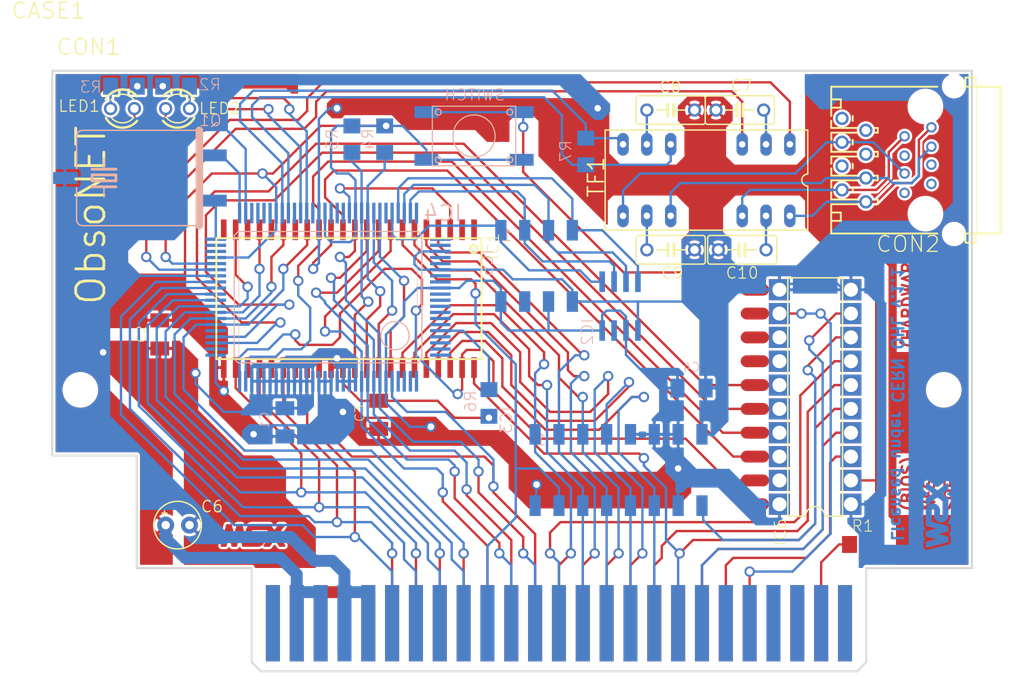
<source format=kicad_pcb>
(kicad_pcb (version 20171130) (host pcbnew 5.1.8-4.fc33)
  (layers (0 Top signal) (31 Bottom signal) (34 B.Paste user) (35 F.Paste user) (36 B.SilkS user) (37 F.SilkS user) (38 B.Mask user) (39 F.Mask user) (44 Edge.Cuts user))
  (net 0 "")
  (net 1 GND)
  (net 2 VCC)
  (net 3 N$24)
  (net 4 N$26)
  (net 5 N$27)
  (net 6 N$28)
  (net 7 /~SLTSL)
  (net 8 "Net-(IC6-Pad2)")
  (net 9 "Net-(LED2-PadA)")
  (net 10 "Net-(LED1-PadA)")
  (net 11 /BROM-A16)
  (net 12 /BROM-A17)
  (net 13 "Net-(IC4-Pad96)")
  (net 14 /TPIN+)
  (net 15 /TPIN-)
  (net 16 "Net-(CON2-Pad8)")
  (net 17 "Net-(CON2-Pad7)")
  (net 18 "Net-(CON2-Pad1)")
  (net 19 "Net-(CON2-Pad2)")
  (net 20 "Net-(CON2-Pad3)")
  (net 21 "Net-(CON2-Pad4)")
  (net 22 "Net-(CON2-Pad5)")
  (net 23 "Net-(CON2-Pad6)")
  (net 24 /EEDO)
  (net 25 /EEDI)
  (net 26 /EECS)
  (net 27 "Net-(IC2-Pad7)")
  (net 28 /EESK)
  (net 29 "Net-(IC4-Pad50)")
  (net 30 "Net-(IC4-Pad51)")
  (net 31 /TPOUT-)
  (net 32 "Net-(C10-Pad1)")
  (net 33 "Net-(C9-Pad1)")
  (net 34 "Net-(C8-Pad2)")
  (net 35 "Net-(C7-Pad2)")
  (net 36 /TPOUT+)
  (net 37 /A5)
  (net 38 /A12)
  (net 39 /A7)
  (net 40 /A11)
  (net 41 /A9)
  (net 42 /~H/L)
  (net 43 /A10)
  (net 44 /A6)
  (net 45 /A8)
  (net 46 /A13)
  (net 47 /~WE)
  (net 48 /~CE_FLASH)
  (net 49 /~OE)
  (net 50 /~AEN)
  (net 51 /RSTDRV)
  (net 52 /NC_14)
  (net 53 /NC_13)
  (net 54 /~BUSDIR)
  (net 55 /~WR)
  (net 56 /~RESET)
  (net 57 /A15)
  (net 58 /~RD)
  (net 59 /~MERQ)
  (net 60 /A14)
  (net 61 "Net-(IC4-Pad61)")
  (net 62 "Net-(IC4-Pad62)")
  (net 63 "Net-(IC5-Pad7)")
  (net 64 "Net-(IC4-Pad100)")
  (net 65 "Net-(IC4-Pad99)")
  (net 66 "Net-(IC4-Pad98)")
  (net 67 "Net-(IC4-Pad97)")
  (net 68 "Net-(IC4-Pad95)")
  (net 69 "Net-(IC4-Pad94)")
  (net 70 "Net-(IC4-Pad93)")
  (net 71 "Net-(IC4-Pad92)")
  (net 72 "Net-(IC4-Pad91)")
  (net 73 "Net-(IC4-Pad90)")
  (net 74 "Net-(IC4-Pad88)")
  (net 75 "Net-(IC4-Pad87)")
  (net 76 "Net-(IC4-Pad85)")
  (net 77 "Net-(IC4-Pad84)")
  (net 78 "Net-(IC4-Pad82)")
  (net 79 "Net-(IC4-Pad81)")
  (net 80 "Net-(IC4-Pad80)")
  (net 81 "Net-(IC4-Pad75)")
  (net 82 /BROM-A14)
  (net 83 /BROM-A15)
  (net 84 /BROM-A18)
  (net 85 "Net-(IC4-Pad68)")
  (net 86 "Net-(IC4-Pad67)")
  (net 87 "Net-(IC4-Pad66)")
  (net 88 "Net-(IC4-Pad63)")
  (net 89 "Net-(IC4-Pad60)")
  (net 90 "Net-(IC4-Pad56)")
  (net 91 "Net-(IC4-Pad55)")
  (net 92 "Net-(IC4-Pad54)")
  (net 93 "Net-(IC4-Pad53)")
  (net 94 "Net-(IC4-Pad49)")
  (net 95 "Net-(IC4-Pad48)")
  (net 96 /D7)
  (net 97 /D6)
  (net 98 /D5)
  (net 99 /D4)
  (net 100 /D3)
  (net 101 /D2)
  (net 102 /D1)
  (net 103 /D0)
  (net 104 "Net-(IC4-Pad35)")
  (net 105 /A4)
  (net 106 /A3)
  (net 107 /A2)
  (net 108 /A1)
  (net 109 /A0)
  (net 110 "Net-(IC4-Pad4)")
  (net 111 "Net-(IC4-Pad3)")
  (net 112 "Net-(IC4-Pad2)")
  (net 113 "Net-(IC4-Pad1)")
  (net 114 "Net-(IC1-Pad29)")
  (net 115 "Net-(IC1-Pad27)")
  (net 116 "Net-(IC1-Pad25)")
  (net 117 "Net-(IC1-Pad22)")
  (net 118 "Net-(IC1-Pad20)")
  (net 119 "Net-(IC1-Pad18)")
  (net 120 "Net-(IC1-Pad16)")
  (net 121 "Net-(IC1-Pad2)")
  (net 122 "Net-(CON1-Pad50)")
  (net 123 "Net-(CON1-Pad48)")
  (net 124 "Net-(CON1-Pad44)")
  (net 125 "Net-(CON1-Pad42)")
  (net 126 "Net-(CON1-Pad16)")
  (net 127 "Net-(CON1-Pad8)")
  (net 128 "Net-(CON1-Pad6)")
  (net 129 "Net-(CON1-Pad2)")
  (net 130 "Net-(CON1-Pad49)")
  (net 131 "Net-(CON1-Pad11)")
  (net 132 "Net-(CON1-Pad9)")
  (net 133 "Net-(CON1-Pad7)")
  (net 134 "Net-(CON1-Pad5)")
  (net 135 "Net-(CON1-Pad3)")
  (net 136 "Net-(CON1-Pad1)")
  (module obsonet_1:LOGO_OBSONET (layer Top) (at 106.1301 99.1906 90)
    (fp_text reference U$4 hide)
    (fp_text value "" hide)
  )
  (module obsonet_1:C1206K (layer Bottom) (at 124.2911 110.4618 90)
    (fp_text reference C1 (at -0.7902 -1.6091 90) (layer B.SilkS) (effects (font (size 0.9652 0.9652) (thickness 0.08128)) (justify right bottom mirror)))
    (fp_text value 100nF)
    (pad 2 smd rect (at 1.5 0 90) (size 1.5 2) (layers Bottom B.Paste B.Mask) (net 1 GND))
    (pad 1 smd rect (at -1.5 0 90) (size 1.5 2) (layers Bottom B.Paste B.Mask) (net 2 VCC))
  )
  (module obsonet_1:C1206K (layer Top) (at 110.9562 101.0956 270)
    (fp_text reference C2 (at -1.0196 2.4982 270) (layer F.SilkS) (effects (font (size 0.9652 0.9652) (thickness 0.08128)) (justify right top)))
    (fp_text value 100nF)
    (pad 2 smd rect (at 1.5 0 270) (size 1.5 2) (layers Top F.Paste F.Mask) (net 1 GND))
    (pad 1 smd rect (at -1.5 0 270) (size 1.5 2) (layers Top F.Paste F.Mask) (net 2 VCC))
  )
  (module obsonet_1:C1206K (layer Top) (at 134.2924 109.6681 90)
    (fp_text reference C3 (at -0.8219 -1.4504 90) (layer F.SilkS) (effects (font (size 0.9652 0.9652) (thickness 0.08128)) (justify left bottom)))
    (fp_text value 100nF)
    (pad 2 smd rect (at 1.5 0 90) (size 1.5 2) (layers Top F.Paste F.Mask) (net 1 GND))
    (pad 1 smd rect (at -1.5 0 90) (size 1.5 2) (layers Top F.Paste F.Mask) (net 2 VCC))
  )
  (module obsonet_1:C1206K (layer Bottom) (at 167.6299 106.8106)
    (fp_text reference C4 (at -1.0059 -1.6546) (layer B.SilkS) (effects (font (size 0.9652 0.9652) (thickness 0.08128)) (justify right bottom mirror)))
    (fp_text value 100nF)
    (pad 2 smd rect (at 1.5 0) (size 1.5 2) (layers Bottom B.Paste B.Mask) (net 1 GND))
    (pad 1 smd rect (at -1.5 0) (size 1.5 2) (layers Bottom B.Paste B.Mask) (net 2 VCC))
  )
  (module obsonet_1:E2,5-5 (layer Top) (at 112.8611 121.4156)
    (fp_text reference C6 (at 2.413 -1.27) (layer F.SilkS) (effects (font (size 1.2065 1.2065) (thickness 0.127)) (justify left bottom)))
    (fp_text value 100uF)
    (pad + thru_hole circle (at -1.27 0) (size 1.8 1.8) (drill 0.9) (layers *.Cu *.Mask) (net 2 VCC))
    (pad - thru_hole circle (at 1.27 0) (size 1.8 1.8) (drill 0.9) (layers *.Cu *.Mask) (net 1 GND))
  )
  (module obsonet_1:R1206 (layer Top) (at 185.8861 123.4791)
    (fp_text reference R1 (at -1.27 -1.27) (layer F.SilkS) (effects (font (size 1.2065 1.2065) (thickness 0.1016)) (justify left bottom)))
    (fp_text value 11K)
    (pad 1 smd rect (at -1.422 0) (size 1.6 1.803) (layers Top F.Paste F.Mask) (net 7 /~SLTSL))
    (pad 2 smd rect (at 1.422 0) (size 1.6 1.803) (layers Top F.Paste F.Mask) (net 8 "Net-(IC6-Pad2)"))
  )
  (module obsonet_1:R1206 (layer Bottom) (at 112.7024 74.6479 180)
    (fp_text reference R2 (at -2.3596 -0.5361) (layer B.SilkS) (effects (font (size 1.2065 1.2065) (thickness 0.09652)) (justify right bottom mirror)))
    (fp_text value 300R)
    (pad 1 smd rect (at -1.422 0 180) (size 1.6 1.803) (layers Bottom B.Paste B.Mask) (net 9 "Net-(LED2-PadA)"))
    (pad 2 smd rect (at 1.422 0 180) (size 1.6 1.803) (layers Bottom B.Paste B.Mask) (net 2 VCC))
  )
  (module obsonet_1:R1206 (layer Bottom) (at 107.146 74.6479)
    (fp_text reference R3 (at -4.784 0.7901) (layer B.SilkS) (effects (font (size 1.2065 1.2065) (thickness 0.09652)) (justify right bottom mirror)))
    (fp_text value 300R)
    (pad 1 smd rect (at -1.422 0) (size 1.6 1.803) (layers Bottom B.Paste B.Mask) (net 10 "Net-(LED1-PadA)"))
    (pad 2 smd rect (at 1.422 0) (size 1.6 1.803) (layers Bottom B.Paste B.Mask) (net 2 VCC))
  )
  (module obsonet_1:R1206 (layer Bottom) (at 134.9273 80.2993 90)
    (fp_text reference R4 (at -1.2347 -1.0693 90) (layer B.SilkS) (effects (font (size 1.2065 1.2065) (thickness 0.1016)) (justify right bottom mirror)))
    (fp_text value 11K)
    (pad 1 smd rect (at -1.422 0 90) (size 1.6 1.803) (layers Bottom B.Paste B.Mask) (net 11 /BROM-A16))
    (pad 2 smd rect (at 1.422 0 90) (size 1.6 1.803) (layers Bottom B.Paste B.Mask) (net 2 VCC))
  )
  (module obsonet_1:R1206 (layer Bottom) (at 131.4348 80.2993 90)
    (fp_text reference R5 (at -1.27 -1.3868 90) (layer B.SilkS) (effects (font (size 1.2065 1.2065) (thickness 0.1016)) (justify right bottom mirror)))
    (fp_text value 11K)
    (pad 1 smd rect (at -1.422 0 90) (size 1.6 1.803) (layers Bottom B.Paste B.Mask) (net 12 /BROM-A17))
    (pad 2 smd rect (at 1.422 0 90) (size 1.6 1.803) (layers Bottom B.Paste B.Mask) (net 2 VCC))
  )
  (module obsonet_1:R1206 (layer Bottom) (at 146.0399 108.3981 90)
    (fp_text reference R6 (at -1.0759 -1.2599 90) (layer B.SilkS) (effects (font (size 1.2065 1.2065) (thickness 0.1016)) (justify right bottom mirror)))
    (fp_text value 27K)
    (pad 1 smd rect (at -1.422 0 90) (size 1.6 1.803) (layers Bottom B.Paste B.Mask) (net 1 GND))
    (pad 2 smd rect (at 1.422 0 90) (size 1.6 1.803) (layers Bottom B.Paste B.Mask) (net 13 "Net-(IC4-Pad96)"))
  )
  (module obsonet_1:R1206 (layer Bottom) (at 156.3587 81.6011 90)
    (fp_text reference R7 (at -1.2029 -1.4187 90) (layer B.SilkS) (effects (font (size 1.2065 1.2065) (thickness 0.1016)) (justify right bottom mirror)))
    (fp_text value 200R)
    (pad 1 smd rect (at -1.422 0 90) (size 1.6 1.803) (layers Bottom B.Paste B.Mask) (net 14 /TPIN+))
    (pad 2 smd rect (at 1.422 0 90) (size 1.6 1.803) (layers Bottom B.Paste B.Mask) (net 15 /TPIN-))
  )
  (module obsonet_1:555153-1 (layer Top) (at 192.5535 82.5219 90)
    (fp_text reference CON2 (at -9.9341 -5.3555) (layer F.SilkS) (effects (font (size 1.6891 1.6891) (thickness 0.135128)) (justify left bottom)))
    (fp_text value RJ45_H)
    (pad "" np_thru_hole circle (at 7.874 3.048 90) (size 2.1 2.1) (drill 2.1) (layers *.Cu *.Mask))
    (pad "" np_thru_hole circle (at -7.874 3.048 90) (size 2.1 2.1) (drill 2.1) (layers *.Cu *.Mask))
    (pad "" np_thru_hole circle (at 5.715 0 90) (size 3.3 3.3) (drill 3.3) (layers *.Cu *.Mask))
    (pad "" np_thru_hole circle (at -5.715 0 90) (size 3.3 3.3) (drill 3.3) (layers *.Cu *.Mask))
    (pad 8 thru_hole circle (at 4.445 -8.89 90) (size 1.408 1.408) (drill 0.9) (layers *.Cu *.Mask) (net 16 "Net-(CON2-Pad8)"))
    (pad 7 thru_hole circle (at 3.175 -6.35 90) (size 1.408 1.408) (drill 0.9) (layers *.Cu *.Mask) (net 17 "Net-(CON2-Pad7)"))
    (pad 1 thru_hole circle (at -4.445 -6.35 90) (size 1.408 1.408) (drill 0.9) (layers *.Cu *.Mask) (net 18 "Net-(CON2-Pad1)"))
    (pad 2 thru_hole circle (at -3.175 -8.89 90) (size 1.408 1.408) (drill 0.9) (layers *.Cu *.Mask) (net 19 "Net-(CON2-Pad2)"))
    (pad 3 thru_hole circle (at -1.905 -6.35 90) (size 1.408 1.408) (drill 0.9) (layers *.Cu *.Mask) (net 20 "Net-(CON2-Pad3)"))
    (pad 4 thru_hole circle (at -0.635 -8.89 90) (size 1.408 1.408) (drill 0.9) (layers *.Cu *.Mask) (net 21 "Net-(CON2-Pad4)"))
    (pad 5 thru_hole circle (at 0.635 -6.35 90) (size 1.408 1.408) (drill 0.9) (layers *.Cu *.Mask) (net 22 "Net-(CON2-Pad5)"))
    (pad 6 thru_hole circle (at 1.905 -8.89 90) (size 1.408 1.408) (drill 0.9) (layers *.Cu *.Mask) (net 23 "Net-(CON2-Pad6)"))
  )
  (module obsonet_1:SOIC8 (layer Bottom) (at 160.0099 98.0793)
    (fp_text reference IC2 (at -2.7839 4.2827 90) (layer B.SilkS) (effects (font (size 1.2065 1.2065) (thickness 0.09652)) (justify right bottom mirror)))
    (fp_text value 93C46_SOIC)
    (pad 5 smd rect (at 1.905 2.6) (size 0.6 2.2) (layers Bottom B.Paste B.Mask) (net 1 GND))
    (pad 6 smd rect (at 0.635 2.6) (size 0.6 2.2) (layers Bottom B.Paste B.Mask) (net 2 VCC))
    (pad 8 smd rect (at -1.905 2.6) (size 0.6 2.2) (layers Bottom B.Paste B.Mask) (net 2 VCC))
    (pad 4 smd rect (at 1.905 -2.6) (size 0.6 2.2) (layers Bottom B.Paste B.Mask) (net 24 /EEDO))
    (pad 3 smd rect (at 0.635 -2.6) (size 0.6 2.2) (layers Bottom B.Paste B.Mask) (net 25 /EEDI))
    (pad 1 smd rect (at -1.905 -2.6) (size 0.6 2.2) (layers Bottom B.Paste B.Mask) (net 26 /EECS))
    (pad 7 smd rect (at -0.635 2.6) (size 0.6 2.2) (layers Bottom B.Paste B.Mask) (net 27 "Net-(IC2-Pad7)"))
    (pad 2 smd rect (at -0.635 -2.6) (size 0.6 2.2) (layers Bottom B.Paste B.Mask) (net 28 /EESK))
  )
  (module obsonet_1:HC49GW (layer Bottom) (at 108.8289 84.4268 270)
    (fp_text reference Q1 (at -5.4328 -6.2331 180) (layer B.SilkS) (effects (font (size 1.2065 1.2065) (thickness 0.127)) (justify right bottom mirror)))
    (fp_text value 20MHz)
    (pad 3 smd rect (at 0 8.001 270) (size 1.27 2.794) (layers Bottom B.Paste B.Mask) (net 1 GND))
    (pad 2 smd rect (at 2.413 -8.001 270) (size 1.27 2.54) (layers Bottom B.Paste B.Mask) (net 29 "Net-(IC4-Pad50)"))
    (pad 1 smd rect (at -2.413 -8.001 270) (size 1.27 2.54) (layers Bottom B.Paste B.Mask) (net 30 "Net-(IC4-Pad51)"))
  )
  (module obsonet_1:DIL16_12 (layer Top) (at 169.2173 84.6491 180)
    (fp_text reference TF1 (at 12.7533 2.6071 270) (layer F.SilkS) (effects (font (size 1.6891 1.6891) (thickness 0.1778)) (justify right top)))
    (fp_text value 20F001N)
    (pad 14 thru_hole oval (at -3.81 -3.81 270) (size 2.416 1.208) (drill 0.7) (layers *.Cu *.Mask) (net 19 "Net-(CON2-Pad2)"))
    (pad 11 thru_hole oval (at 3.81 -3.81 270) (size 2.416 1.208) (drill 0.7) (layers *.Cu *.Mask) (net 20 "Net-(CON2-Pad3)"))
    (pad 6 thru_hole oval (at 3.81 3.81 270) (size 2.416 1.208) (drill 0.7) (layers *.Cu *.Mask) (net 14 /TPIN+))
    (pad 3 thru_hole oval (at -3.81 3.81 270) (size 2.416 1.208) (drill 0.7) (layers *.Cu *.Mask) (net 31 /TPOUT-))
    (pad 16 thru_hole oval (at -8.89 -3.81 270) (size 2.416 1.208) (drill 0.7) (layers *.Cu *.Mask) (net 18 "Net-(CON2-Pad1)"))
    (pad 15 thru_hole oval (at -6.35 -3.81 270) (size 2.416 1.208) (drill 0.7) (layers *.Cu *.Mask) (net 32 "Net-(C10-Pad1)"))
    (pad 10 thru_hole oval (at 6.35 -3.81 270) (size 2.416 1.208) (drill 0.7) (layers *.Cu *.Mask) (net 33 "Net-(C9-Pad1)"))
    (pad 9 thru_hole oval (at 8.89 -3.81 270) (size 2.416 1.208) (drill 0.7) (layers *.Cu *.Mask) (net 23 "Net-(CON2-Pad6)"))
    (pad 8 thru_hole oval (at 8.89 3.81 270) (size 2.416 1.208) (drill 0.7) (layers *.Cu *.Mask) (net 15 /TPIN-))
    (pad 7 thru_hole oval (at 6.35 3.81 270) (size 2.416 1.208) (drill 0.7) (layers *.Cu *.Mask) (net 34 "Net-(C8-Pad2)"))
    (pad 2 thru_hole oval (at -6.35 3.81 270) (size 2.416 1.208) (drill 0.7) (layers *.Cu *.Mask) (net 35 "Net-(C7-Pad2)"))
    (pad 1 thru_hole oval (at -8.89 3.81 270) (size 2.416 1.208) (drill 0.7) (layers *.Cu *.Mask) (net 36 /TPOUT+))
  )
  (module obsonet_1:C050-030X075 (layer Top) (at 172.7735 77.1878)
    (fp_text reference C7 (at -1.0695 -1.905) (layer F.SilkS) (effects (font (size 1.2065 1.2065) (thickness 0.12065)) (justify left bottom)))
    (fp_text value 10nF)
    (pad 2 thru_hole circle (at 2.54 0) (size 1.408 1.408) (drill 0.9) (layers *.Cu *.Mask) (net 35 "Net-(C7-Pad2)"))
    (pad 1 thru_hole circle (at -2.54 0) (size 1.408 1.408) (drill 0.9) (layers *.Cu *.Mask) (net 1 GND))
  )
  (module obsonet_1:C050-030X075 (layer Top) (at 165.4074 77.1878 180)
    (fp_text reference C8 (at 1.3234 1.7498) (layer F.SilkS) (effects (font (size 1.2065 1.2065) (thickness 0.12065)) (justify left bottom)))
    (fp_text value 10nF)
    (pad 2 thru_hole circle (at 2.54 0 180) (size 1.408 1.408) (drill 0.9) (layers *.Cu *.Mask) (net 34 "Net-(C8-Pad2)"))
    (pad 1 thru_hole circle (at -2.54 0 180) (size 1.408 1.408) (drill 0.9) (layers *.Cu *.Mask) (net 1 GND))
  )
  (module obsonet_1:C050-030X075 (layer Top) (at 165.4074 92.0786)
    (fp_text reference C9 (at -1.0694 3.1714) (layer F.SilkS) (effects (font (size 1.2065 1.2065) (thickness 0.12065)) (justify left bottom)))
    (fp_text value 10nF)
    (pad 2 thru_hole circle (at 2.54 0) (size 1.408 1.408) (drill 0.9) (layers *.Cu *.Mask) (net 1 GND))
    (pad 1 thru_hole circle (at -2.54 0) (size 1.408 1.408) (drill 0.9) (layers *.Cu *.Mask) (net 33 "Net-(C9-Pad1)"))
  )
  (module obsonet_1:C050-030X075 (layer Top) (at 173.0273 92.0786 180)
    (fp_text reference C10 (at 1.8313 -3.1714) (layer F.SilkS) (effects (font (size 1.2065 1.2065) (thickness 0.12065)) (justify left bottom)))
    (fp_text value 10nF)
    (pad 2 thru_hole circle (at 2.54 0 180) (size 1.408 1.408) (drill 0.9) (layers *.Cu *.Mask) (net 1 GND))
    (pad 1 thru_hole circle (at -2.54 0 180) (size 1.408 1.408) (drill 0.9) (layers *.Cu *.Mask) (net 32 "Net-(C10-Pad1)"))
  )
  (module obsonet_1:DIP16 (layer Bottom) (at 159.8511 115.5418)
    (fp_text reference IC3 (at -11.2611 -3.7818 -90) (layer B.SilkS) (effects (font (size 1.2065 1.2065) (thickness 0.09652)) (justify right bottom mirror)))
    (fp_text value 74HC133)
    (fp_text user 1 (at -8.89 -2.54) (layer B.SilkS) (effects (font (size 1.2065 1.2065) (thickness 0.1016)) (justify right bottom mirror)))
    (pad 16 smd rect (at -8.89 3.8) (size 1.2 2.2) (layers Bottom B.Paste B.Mask) (net 2 VCC))
    (pad 15 smd rect (at -6.35 3.8) (size 1.2 2.2) (layers Bottom B.Paste B.Mask) (net 37 /A5))
    (pad 14 smd rect (at -3.81 3.8) (size 1.2 2.2) (layers Bottom B.Paste B.Mask) (net 38 /A12))
    (pad 13 smd rect (at -1.27 3.8) (size 1.2 2.2) (layers Bottom B.Paste B.Mask) (net 39 /A7))
    (pad 12 smd rect (at 1.27 3.8) (size 1.2 2.2) (layers Bottom B.Paste B.Mask) (net 40 /A11))
    (pad 11 smd rect (at 3.81 3.8) (size 1.2 2.2) (layers Bottom B.Paste B.Mask) (net 41 /A9))
    (pad 10 smd rect (at 6.35 3.8) (size 1.2 2.2) (layers Bottom B.Paste B.Mask) (net 2 VCC))
    (pad 9 smd rect (at 8.89 3.8) (size 1.2 2.2) (layers Bottom B.Paste B.Mask) (net 42 /~H/L))
    (pad 8 smd rect (at 8.89 -3.8) (size 1.2 2.2) (layers Bottom B.Paste B.Mask) (net 1 GND))
    (pad 7 smd rect (at 6.35 -3.8) (size 1.2 2.2) (layers Bottom B.Paste B.Mask) (net 2 VCC))
    (pad 6 smd rect (at 3.81 -3.8) (size 1.2 2.2) (layers Bottom B.Paste B.Mask) (net 2 VCC))
    (pad 5 smd rect (at 1.27 -3.8) (size 1.2 2.2) (layers Bottom B.Paste B.Mask) (net 2 VCC))
    (pad 4 smd rect (at -1.27 -3.8) (size 1.2 2.2) (layers Bottom B.Paste B.Mask) (net 43 /A10))
    (pad 3 smd rect (at -3.81 -3.8) (size 1.2 2.2) (layers Bottom B.Paste B.Mask) (net 44 /A6))
    (pad 2 smd rect (at -6.35 -3.8) (size 1.2 2.2) (layers Bottom B.Paste B.Mask) (net 45 /A8))
    (pad 1 smd rect (at -8.89 -3.8) (size 1.2 2.2) (layers Bottom B.Paste B.Mask) (net 46 /A13))
  )
  (module obsonet_1:DIL20_SQUARE_1.5MM (layer Top) (at 180.8061 107.7631 90)
    (fp_text reference IC6 (at -15.9349 -3.0061 90) (layer F.SilkS) (effects (font (size 1.2065 1.2065) (thickness 0.09652)) (justify left bottom)))
    (fp_text value GAL16V8D)
    (pad 20 thru_hole rect (at -11.43 -3.81 180) (size 2.25 2.25) (drill 1.5) (layers *.Cu *.Mask) (net 2 VCC))
    (pad 19 thru_hole rect (at -8.89 -3.81 180) (size 2.25 2.25) (drill 1.5) (layers *.Cu *.Mask) (net 47 /~WE))
    (pad 18 thru_hole rect (at -6.35 -3.81 180) (size 2.25 2.25) (drill 1.5) (layers *.Cu *.Mask) (net 48 /~CE_FLASH))
    (pad 17 thru_hole rect (at -3.81 -3.81 180) (size 2.25 2.25) (drill 1.5) (layers *.Cu *.Mask) (net 49 /~OE))
    (pad 16 thru_hole rect (at -1.27 -3.81 180) (size 2.25 2.25) (drill 1.5) (layers *.Cu *.Mask) (net 50 /~AEN))
    (pad 15 thru_hole rect (at 1.27 -3.81 180) (size 2.25 2.25) (drill 1.5) (layers *.Cu *.Mask) (net 51 /RSTDRV))
    (pad 14 thru_hole rect (at 3.81 -3.81 180) (size 2.25 2.25) (drill 1.5) (layers *.Cu *.Mask) (net 52 /NC_14))
    (pad 13 thru_hole rect (at 6.35 -3.81 180) (size 2.25 2.25) (drill 1.5) (layers *.Cu *.Mask) (net 53 /NC_13))
    (pad 12 thru_hole rect (at 8.89 -3.81 180) (size 2.25 2.25) (drill 1.5) (layers *.Cu *.Mask) (net 54 /~BUSDIR))
    (pad 11 thru_hole rect (at 11.43 -3.81 180) (size 2.25 2.25) (drill 1.5) (layers *.Cu *.Mask) (net 1 GND))
    (pad 10 thru_hole rect (at 11.43 3.81 180) (size 2.25 2.25) (drill 1.5) (layers *.Cu *.Mask) (net 1 GND))
    (pad 9 thru_hole rect (at 8.89 3.81 180) (size 2.25 2.25) (drill 1.5) (layers *.Cu *.Mask) (net 55 /~WR))
    (pad 5 thru_hole rect (at -1.27 3.81 180) (size 2.25 2.25) (drill 1.5) (layers *.Cu *.Mask) (net 56 /~RESET))
    (pad 6 thru_hole rect (at 1.27 3.81 180) (size 2.25 2.25) (drill 1.5) (layers *.Cu *.Mask) (net 57 /A15))
    (pad 4 thru_hole rect (at -3.81 3.81 180) (size 2.25 2.25) (drill 1.5) (layers *.Cu *.Mask) (net 58 /~RD))
    (pad 3 thru_hole rect (at -6.35 3.81 180) (size 2.25 2.25) (drill 1.5) (layers *.Cu *.Mask) (net 59 /~MERQ))
    (pad 8 thru_hole rect (at 6.35 3.81 180) (size 2.25 2.25) (drill 1.5) (layers *.Cu *.Mask) (net 42 /~H/L))
    (pad 7 thru_hole rect (at 3.81 3.81 180) (size 2.25 2.25) (drill 1.5) (layers *.Cu *.Mask) (net 60 /A14))
    (pad 2 thru_hole rect (at -8.89 3.81 180) (size 2.25 2.25) (drill 1.5) (layers *.Cu *.Mask) (net 8 "Net-(IC6-Pad2)"))
    (pad 1 thru_hole rect (at -11.43 3.81 180) (size 2.25 2.25) (drill 1.5) (layers *.Cu *.Mask) (net 1 GND))
  )
  (module obsonet_1:MICROPULSADOR_6X6 (layer Bottom) (at 144.4524 79.9501)
    (fp_text reference SW1 hide)
    (fp_text value SWITCH (at -3.2284 -3.683) (layer B.SilkS) (effects (font (size 1.2065 1.2065) (thickness 0.09652)) (justify right bottom mirror)))
    (pad S@1 smd rect (at 5.08 -2.54) (size 2.54 1.27) (layers Bottom B.Paste B.Mask) (net 8 "Net-(IC6-Pad2)"))
    (pad S smd rect (at -5.08 -2.54) (size 2.54 1.27) (layers Bottom B.Paste B.Mask) (net 8 "Net-(IC6-Pad2)"))
    (pad P@1 smd rect (at 5.08 2.54) (size 2.54 1.27) (layers Bottom B.Paste B.Mask) (net 2 VCC))
    (pad P smd rect (at -5.08 2.54) (size 2.54 1.27) (layers Bottom B.Paste B.Mask) (net 2 VCC))
  )
  (module obsonet_1:LED3MM (layer Top) (at 106.9875 77.0292)
    (fp_text reference LED1 (at -6.9115 0.4408) (layer F.SilkS) (effects (font (size 1.2065 1.2065) (thickness 0.12065)) (justify left bottom)))
    (fp_text value GREEN)
    (pad K thru_hole circle (at 1.27 0) (size 1.408 1.408) (drill 0.9) (layers *.Cu *.Mask) (net 61 "Net-(IC4-Pad61)"))
    (pad A thru_hole circle (at -1.27 0) (size 1.408 1.408) (drill 0.9) (layers *.Cu *.Mask) (net 10 "Net-(LED1-PadA)"))
  )
  (module obsonet_1:LED3MM (layer Top) (at 112.8611 77.0291 180)
    (fp_text reference LED2 (at -2.2009 -0.6949) (layer F.SilkS) (effects (font (size 1.2065 1.2065) (thickness 0.12065)) (justify left bottom)))
    (fp_text value ORANGE)
    (pad K thru_hole circle (at 1.27 0 180) (size 1.408 1.408) (drill 0.9) (layers *.Cu *.Mask) (net 62 "Net-(IC4-Pad62)"))
    (pad A thru_hole circle (at -1.27 0 180) (size 1.408 1.408) (drill 0.9) (layers *.Cu *.Mask) (net 9 "Net-(LED2-PadA)"))
  )
  (module obsonet_1:DIP8 (layer Bottom) (at 151.1199 93.7931)
    (fp_text reference IC5 (at -4.5619 1.2029 90) (layer B.SilkS) (effects (font (size 1.2065 1.2065) (thickness 0.09652)) (justify right bottom mirror)))
    (fp_text value 93C46_DIL)
    (fp_text user 1 (at -3.81 -2.54) (layer B.SilkS) (effects (font (size 1.2065 1.2065) (thickness 0.1016)) (justify right bottom mirror)))
    (pad 8 smd rect (at -3.81 3.8) (size 1.2 2.2) (layers Bottom B.Paste B.Mask) (net 2 VCC))
    (pad 7 smd rect (at -1.27 3.8) (size 1.2 2.2) (layers Bottom B.Paste B.Mask) (net 63 "Net-(IC5-Pad7)"))
    (pad 6 smd rect (at 1.27 3.8) (size 1.2 2.2) (layers Bottom B.Paste B.Mask) (net 2 VCC))
    (pad 5 smd rect (at 3.81 3.8) (size 1.2 2.2) (layers Bottom B.Paste B.Mask) (net 1 GND))
    (pad 4 smd rect (at 3.81 -3.8) (size 1.2 2.2) (layers Bottom B.Paste B.Mask) (net 24 /EEDO))
    (pad 3 smd rect (at 1.27 -3.8) (size 1.2 2.2) (layers Bottom B.Paste B.Mask) (net 25 /EEDI))
    (pad 2 smd rect (at -1.27 -3.8) (size 1.2 2.2) (layers Bottom B.Paste B.Mask) (net 28 /EESK))
    (pad 1 smd rect (at -3.81 -3.8) (size 1.2 2.2) (layers Bottom B.Paste B.Mask) (net 26 /EECS))
  )
  (module obsonet_1:RTL8019AS (layer Bottom) (at 128.8949 97.1268 180)
    (fp_text reference IC4 (at -10.0431 7.9728 180) (layer B.SilkS) (effects (font (size 1.6891 1.6891) (thickness 0.1778)) (justify right bottom mirror)))
    (fp_text value RTL8019AS)
    (pad 100 smd rect (at -11.965 -6.175 180) (size 2.2 0.35) (layers Bottom B.Paste B.Mask) (net 64 "Net-(IC4-Pad100)"))
    (pad 99 smd rect (at -11.965 -5.525 180) (size 2.2 0.35) (layers Bottom B.Paste B.Mask) (net 65 "Net-(IC4-Pad99)"))
    (pad 98 smd rect (at -11.965 -4.875 180) (size 2.2 0.35) (layers Bottom B.Paste B.Mask) (net 66 "Net-(IC4-Pad98)"))
    (pad 97 smd rect (at -11.965 -4.225 180) (size 2.2 0.35) (layers Bottom B.Paste B.Mask) (net 67 "Net-(IC4-Pad97)"))
    (pad 96 smd rect (at -11.965 -3.575 180) (size 2.2 0.35) (layers Bottom B.Paste B.Mask) (net 13 "Net-(IC4-Pad96)"))
    (pad 95 smd rect (at -11.965 -2.925 180) (size 2.2 0.35) (layers Bottom B.Paste B.Mask) (net 68 "Net-(IC4-Pad95)"))
    (pad 94 smd rect (at -11.965 -2.275 180) (size 2.2 0.35) (layers Bottom B.Paste B.Mask) (net 69 "Net-(IC4-Pad94)"))
    (pad 93 smd rect (at -11.965 -1.625 180) (size 2.2 0.35) (layers Bottom B.Paste B.Mask) (net 70 "Net-(IC4-Pad93)"))
    (pad 92 smd rect (at -11.965 -0.975 180) (size 2.2 0.35) (layers Bottom B.Paste B.Mask) (net 71 "Net-(IC4-Pad92)"))
    (pad 91 smd rect (at -11.965 -0.325 180) (size 2.2 0.35) (layers Bottom B.Paste B.Mask) (net 72 "Net-(IC4-Pad91)"))
    (pad 90 smd rect (at -11.965 0.325 180) (size 2.2 0.35) (layers Bottom B.Paste B.Mask) (net 73 "Net-(IC4-Pad90)"))
    (pad 89 smd rect (at -11.965 0.975 180) (size 2.2 0.35) (layers Bottom B.Paste B.Mask) (net 2 VCC))
    (pad 88 smd rect (at -11.965 1.625 180) (size 2.2 0.35) (layers Bottom B.Paste B.Mask) (net 74 "Net-(IC4-Pad88)"))
    (pad 87 smd rect (at -11.965 2.275 180) (size 2.2 0.35) (layers Bottom B.Paste B.Mask) (net 75 "Net-(IC4-Pad87)"))
    (pad 86 smd rect (at -11.965 2.925 180) (size 2.2 0.35) (layers Bottom B.Paste B.Mask) (net 1 GND))
    (pad 85 smd rect (at -11.965 3.575 180) (size 2.2 0.35) (layers Bottom B.Paste B.Mask) (net 76 "Net-(IC4-Pad85)"))
    (pad 84 smd rect (at -11.965 4.225 180) (size 2.2 0.35) (layers Bottom B.Paste B.Mask) (net 77 "Net-(IC4-Pad84)"))
    (pad 83 smd rect (at -11.965 4.875 180) (size 2.2 0.35) (layers Bottom B.Paste B.Mask) (net 1 GND))
    (pad 82 smd rect (at -11.965 5.525 180) (size 2.2 0.35) (layers Bottom B.Paste B.Mask) (net 78 "Net-(IC4-Pad82)"))
    (pad 81 smd rect (at -11.965 6.175 180) (size 2.2 0.35) (layers Bottom B.Paste B.Mask) (net 79 "Net-(IC4-Pad81)"))
    (pad 80 smd rect (at -9.425 8.965 180) (size 0.35 2.2) (layers Bottom B.Paste B.Mask) (net 80 "Net-(IC4-Pad80)"))
    (pad 79 smd rect (at -8.775 8.965 180) (size 0.35 2.2) (layers Bottom B.Paste B.Mask) (net 28 /EESK))
    (pad 78 smd rect (at -8.125 8.965 180) (size 0.35 2.2) (layers Bottom B.Paste B.Mask) (net 25 /EEDI))
    (pad 77 smd rect (at -7.475 8.965 180) (size 0.35 2.2) (layers Bottom B.Paste B.Mask) (net 24 /EEDO))
    (pad 76 smd rect (at -6.825 8.965 180) (size 0.35 2.2) (layers Bottom B.Paste B.Mask) (net 26 /EECS))
    (pad 75 smd rect (at -6.175 8.965 180) (size 0.35 2.2) (layers Bottom B.Paste B.Mask) (net 81 "Net-(IC4-Pad75)"))
    (pad 74 smd rect (at -5.525 8.965 180) (size 0.35 2.2) (layers Bottom B.Paste B.Mask) (net 82 /BROM-A14))
    (pad 73 smd rect (at -4.875 8.965 180) (size 0.35 2.2) (layers Bottom B.Paste B.Mask) (net 83 /BROM-A15))
    (pad 72 smd rect (at -4.225 8.965 180) (size 0.35 2.2) (layers Bottom B.Paste B.Mask) (net 11 /BROM-A16))
    (pad 71 smd rect (at -3.575 8.965 180) (size 0.35 2.2) (layers Bottom B.Paste B.Mask) (net 12 /BROM-A17))
    (pad 70 smd rect (at -2.925 8.965 180) (size 0.35 2.2) (layers Bottom B.Paste B.Mask) (net 2 VCC))
    (pad 69 smd rect (at -2.275 8.965 180) (size 0.35 2.2) (layers Bottom B.Paste B.Mask) (net 84 /BROM-A18))
    (pad 68 smd rect (at -1.625 8.965 180) (size 0.35 2.2) (layers Bottom B.Paste B.Mask) (net 85 "Net-(IC4-Pad68)"))
    (pad 67 smd rect (at -0.975 8.965 180) (size 0.35 2.2) (layers Bottom B.Paste B.Mask) (net 86 "Net-(IC4-Pad67)"))
    (pad 66 smd rect (at -0.325 8.965 180) (size 0.35 2.2) (layers Bottom B.Paste B.Mask) (net 87 "Net-(IC4-Pad66)"))
    (pad 65 smd rect (at 0.325 8.965 180) (size 0.35 2.2) (layers Bottom B.Paste B.Mask) (net 2 VCC))
    (pad 64 smd rect (at 0.975 8.965 180) (size 0.35 2.2) (layers Bottom B.Paste B.Mask) (net 1 GND))
    (pad 63 smd rect (at 1.625 8.965 180) (size 0.35 2.2) (layers Bottom B.Paste B.Mask) (net 88 "Net-(IC4-Pad63)"))
    (pad 62 smd rect (at 2.275 8.965 180) (size 0.35 2.2) (layers Bottom B.Paste B.Mask) (net 62 "Net-(IC4-Pad62)"))
    (pad 61 smd rect (at 2.925 8.965 180) (size 0.35 2.2) (layers Bottom B.Paste B.Mask) (net 61 "Net-(IC4-Pad61)"))
    (pad 60 smd rect (at 3.575 8.965 180) (size 0.35 2.2) (layers Bottom B.Paste B.Mask) (net 89 "Net-(IC4-Pad60)"))
    (pad 59 smd rect (at 4.225 8.965 180) (size 0.35 2.2) (layers Bottom B.Paste B.Mask) (net 14 /TPIN+))
    (pad 58 smd rect (at 4.875 8.965 180) (size 0.35 2.2) (layers Bottom B.Paste B.Mask) (net 15 /TPIN-))
    (pad 57 smd rect (at 5.525 8.965 180) (size 0.35 2.2) (layers Bottom B.Paste B.Mask) (net 2 VCC))
    (pad 56 smd rect (at 6.175 8.965 180) (size 0.35 2.2) (layers Bottom B.Paste B.Mask) (net 90 "Net-(IC4-Pad56)"))
    (pad 55 smd rect (at 6.825 8.965 180) (size 0.35 2.2) (layers Bottom B.Paste B.Mask) (net 91 "Net-(IC4-Pad55)"))
    (pad 54 smd rect (at 7.475 8.965 180) (size 0.35 2.2) (layers Bottom B.Paste B.Mask) (net 92 "Net-(IC4-Pad54)"))
    (pad 53 smd rect (at 8.125 8.965 180) (size 0.35 2.2) (layers Bottom B.Paste B.Mask) (net 93 "Net-(IC4-Pad53)"))
    (pad 52 smd rect (at 8.775 8.965 180) (size 0.35 2.2) (layers Bottom B.Paste B.Mask) (net 1 GND))
    (pad 51 smd rect (at 9.425 8.965 180) (size 0.35 2.2) (layers Bottom B.Paste B.Mask) (net 30 "Net-(IC4-Pad51)"))
    (pad 50 smd rect (at 11.965 6.175 180) (size 2.2 0.35) (layers Bottom B.Paste B.Mask) (net 29 "Net-(IC4-Pad50)"))
    (pad 49 smd rect (at 11.965 5.525 180) (size 2.2 0.35) (layers Bottom B.Paste B.Mask) (net 94 "Net-(IC4-Pad49)"))
    (pad 48 smd rect (at 11.965 4.875 180) (size 2.2 0.35) (layers Bottom B.Paste B.Mask) (net 95 "Net-(IC4-Pad48)"))
    (pad 47 smd rect (at 11.965 4.225 180) (size 2.2 0.35) (layers Bottom B.Paste B.Mask) (net 2 VCC))
    (pad 46 smd rect (at 11.965 3.575 180) (size 2.2 0.35) (layers Bottom B.Paste B.Mask) (net 31 /TPOUT-))
    (pad 45 smd rect (at 11.965 2.925 180) (size 2.2 0.35) (layers Bottom B.Paste B.Mask) (net 36 /TPOUT+))
    (pad 44 smd rect (at 11.965 2.275 180) (size 2.2 0.35) (layers Bottom B.Paste B.Mask) (net 1 GND))
    (pad 43 smd rect (at 11.965 1.625 180) (size 2.2 0.35) (layers Bottom B.Paste B.Mask) (net 96 /D7))
    (pad 42 smd rect (at 11.965 0.975 180) (size 2.2 0.35) (layers Bottom B.Paste B.Mask) (net 97 /D6))
    (pad 41 smd rect (at 11.965 0.325 180) (size 2.2 0.35) (layers Bottom B.Paste B.Mask) (net 98 /D5))
    (pad 40 smd rect (at 11.965 -0.325 180) (size 2.2 0.35) (layers Bottom B.Paste B.Mask) (net 99 /D4))
    (pad 39 smd rect (at 11.965 -0.975 180) (size 2.2 0.35) (layers Bottom B.Paste B.Mask) (net 100 /D3))
    (pad 38 smd rect (at 11.965 -1.625 180) (size 2.2 0.35) (layers Bottom B.Paste B.Mask) (net 101 /D2))
    (pad 37 smd rect (at 11.965 -2.275 180) (size 2.2 0.35) (layers Bottom B.Paste B.Mask) (net 102 /D1))
    (pad 36 smd rect (at 11.965 -2.925 180) (size 2.2 0.35) (layers Bottom B.Paste B.Mask) (net 103 /D0))
    (pad 35 smd rect (at 11.965 -3.575 180) (size 2.2 0.35) (layers Bottom B.Paste B.Mask) (net 104 "Net-(IC4-Pad35)"))
    (pad 34 smd rect (at 11.965 -4.225 180) (size 2.2 0.35) (layers Bottom B.Paste B.Mask) (net 50 /~AEN))
    (pad 33 smd rect (at 11.965 -4.875 180) (size 2.2 0.35) (layers Bottom B.Paste B.Mask) (net 51 /RSTDRV))
    (pad 32 smd rect (at 11.965 -5.525 180) (size 2.2 0.35) (layers Bottom B.Paste B.Mask) (net 2 VCC))
    (pad 31 smd rect (at 11.965 -6.175 180) (size 2.2 0.35) (layers Bottom B.Paste B.Mask) (net 2 VCC))
    (pad 30 smd rect (at 9.425 -8.965 180) (size 0.35 2.2) (layers Bottom B.Paste B.Mask) (net 47 /~WE))
    (pad 29 smd rect (at 8.775 -8.965 180) (size 0.35 2.2) (layers Bottom B.Paste B.Mask) (net 49 /~OE))
    (pad 28 smd rect (at 8.125 -8.965 180) (size 0.35 2.2) (layers Bottom B.Paste B.Mask) (net 1 GND))
    (pad 27 smd rect (at 7.475 -8.965 180) (size 0.35 2.2) (layers Bottom B.Paste B.Mask) (net 1 GND))
    (pad 26 smd rect (at 6.825 -8.965 180) (size 0.35 2.2) (layers Bottom B.Paste B.Mask) (net 1 GND))
    (pad 25 smd rect (at 6.175 -8.965 180) (size 0.35 2.2) (layers Bottom B.Paste B.Mask) (net 1 GND))
    (pad 24 smd rect (at 5.525 -8.965 180) (size 0.35 2.2) (layers Bottom B.Paste B.Mask) (net 1 GND))
    (pad 23 smd rect (at 4.875 -8.965 180) (size 0.35 2.2) (layers Bottom B.Paste B.Mask) (net 1 GND))
    (pad 22 smd rect (at 4.225 -8.965 180) (size 0.35 2.2) (layers Bottom B.Paste B.Mask) (net 1 GND))
    (pad 21 smd rect (at 3.575 -8.965 180) (size 0.35 2.2) (layers Bottom B.Paste B.Mask) (net 1 GND))
    (pad 20 smd rect (at 2.925 -8.965 180) (size 0.35 2.2) (layers Bottom B.Paste B.Mask) (net 1 GND))
    (pad 19 smd rect (at 2.275 -8.965 180) (size 0.35 2.2) (layers Bottom B.Paste B.Mask) (net 1 GND))
    (pad 18 smd rect (at 1.625 -8.965 180) (size 0.35 2.2) (layers Bottom B.Paste B.Mask) (net 1 GND))
    (pad 17 smd rect (at 0.975 -8.965 180) (size 0.35 2.2) (layers Bottom B.Paste B.Mask) (net 2 VCC))
    (pad 16 smd rect (at 0.325 -8.965 180) (size 0.35 2.2) (layers Bottom B.Paste B.Mask) (net 2 VCC))
    (pad 15 smd rect (at -0.325 -8.965 180) (size 0.35 2.2) (layers Bottom B.Paste B.Mask) (net 2 VCC))
    (pad 14 smd rect (at -0.975 -8.965 180) (size 0.35 2.2) (layers Bottom B.Paste B.Mask) (net 1 GND))
    (pad 13 smd rect (at -1.625 -8.965 180) (size 0.35 2.2) (layers Bottom B.Paste B.Mask) (net 1 GND))
    (pad 12 smd rect (at -2.275 -8.965 180) (size 0.35 2.2) (layers Bottom B.Paste B.Mask) (net 1 GND))
    (pad 11 smd rect (at -2.925 -8.965 180) (size 0.35 2.2) (layers Bottom B.Paste B.Mask) (net 1 GND))
    (pad 10 smd rect (at -3.575 -8.965 180) (size 0.35 2.2) (layers Bottom B.Paste B.Mask) (net 105 /A4))
    (pad 9 smd rect (at -4.225 -8.965 180) (size 0.35 2.2) (layers Bottom B.Paste B.Mask) (net 106 /A3))
    (pad 8 smd rect (at -4.875 -8.965 180) (size 0.35 2.2) (layers Bottom B.Paste B.Mask) (net 107 /A2))
    (pad 7 smd rect (at -5.525 -8.965 180) (size 0.35 2.2) (layers Bottom B.Paste B.Mask) (net 108 /A1))
    (pad 6 smd rect (at -6.175 -8.965 180) (size 0.35 2.2) (layers Bottom B.Paste B.Mask) (net 2 VCC))
    (pad 5 smd rect (at -6.825 -8.965 180) (size 0.35 2.2) (layers Bottom B.Paste B.Mask) (net 109 /A0))
    (pad 4 smd rect (at -7.475 -8.965 180) (size 0.35 2.2) (layers Bottom B.Paste B.Mask) (net 110 "Net-(IC4-Pad4)"))
    (pad 3 smd rect (at -8.125 -8.965 180) (size 0.35 2.2) (layers Bottom B.Paste B.Mask) (net 111 "Net-(IC4-Pad3)"))
    (pad 2 smd rect (at -8.775 -8.965 180) (size 0.35 2.2) (layers Bottom B.Paste B.Mask) (net 112 "Net-(IC4-Pad2)"))
    (pad 1 smd rect (at -9.425 -8.965 180) (size 0.35 2.2) (layers Bottom B.Paste B.Mask) (net 113 "Net-(IC4-Pad1)"))
  )
  (module obsonet_1:SO44 (layer Top) (at 131.1174 97.2856 180)
    (fp_text reference IC1 (at -14.6786 7.1156 270) (layer F.SilkS) (effects (font (size 1.2065 1.2065) (thickness 0.1016)) (justify right top)))
    (fp_text value M29F400M)
    (pad 44 smd rect (at -13.335 -7.34 180) (size 0.6 2.2) (layers Top F.Paste F.Mask) (net 56 /~RESET))
    (pad 43 smd rect (at -12.065 -7.34 180) (size 0.6 2.2) (layers Top F.Paste F.Mask) (net 47 /~WE))
    (pad 42 smd rect (at -10.795 -7.34 180) (size 0.6 2.2) (layers Top F.Paste F.Mask) (net 41 /A9))
    (pad 41 smd rect (at -9.525 -7.34 180) (size 0.6 2.2) (layers Top F.Paste F.Mask) (net 43 /A10))
    (pad 40 smd rect (at -8.255 -7.34 180) (size 0.6 2.2) (layers Top F.Paste F.Mask) (net 40 /A11))
    (pad 39 smd rect (at -6.985 -7.34 180) (size 0.6 2.2) (layers Top F.Paste F.Mask) (net 38 /A12))
    (pad 38 smd rect (at -5.715 -7.34 180) (size 0.6 2.2) (layers Top F.Paste F.Mask) (net 46 /A13))
    (pad 37 smd rect (at -4.445 -7.34 180) (size 0.6 2.2) (layers Top F.Paste F.Mask) (net 82 /BROM-A14))
    (pad 36 smd rect (at -3.175 -7.34 180) (size 0.6 2.2) (layers Top F.Paste F.Mask) (net 83 /BROM-A15))
    (pad 35 smd rect (at -1.905 -7.34 180) (size 0.6 2.2) (layers Top F.Paste F.Mask) (net 11 /BROM-A16))
    (pad 34 smd rect (at -0.635 -7.34 180) (size 0.6 2.2) (layers Top F.Paste F.Mask) (net 12 /BROM-A17))
    (pad 33 smd rect (at 0.635 -7.34 180) (size 0.6 2.2) (layers Top F.Paste F.Mask) (net 1 GND))
    (pad 32 smd rect (at 1.905 -7.34 180) (size 0.6 2.2) (layers Top F.Paste F.Mask) (net 1 GND))
    (pad 31 smd rect (at 3.175 -7.34 180) (size 0.6 2.2) (layers Top F.Paste F.Mask) (net 109 /A0))
    (pad 30 smd rect (at 4.445 -7.34 180) (size 0.6 2.2) (layers Top F.Paste F.Mask) (net 96 /D7))
    (pad 29 smd rect (at 5.715 -7.34 180) (size 0.6 2.2) (layers Top F.Paste F.Mask) (net 114 "Net-(IC1-Pad29)"))
    (pad 28 smd rect (at 6.985 -7.34 180) (size 0.6 2.2) (layers Top F.Paste F.Mask) (net 97 /D6))
    (pad 27 smd rect (at 8.255 -7.34 180) (size 0.6 2.2) (layers Top F.Paste F.Mask) (net 115 "Net-(IC1-Pad27)"))
    (pad 26 smd rect (at 9.525 -7.34 180) (size 0.6 2.2) (layers Top F.Paste F.Mask) (net 98 /D5))
    (pad 25 smd rect (at 10.795 -7.34 180) (size 0.6 2.2) (layers Top F.Paste F.Mask) (net 116 "Net-(IC1-Pad25)"))
    (pad 24 smd rect (at 12.065 -7.34 180) (size 0.6 2.2) (layers Top F.Paste F.Mask) (net 99 /D4))
    (pad 23 smd rect (at 13.335 -7.34 180) (size 0.6 2.2) (layers Top F.Paste F.Mask) (net 2 VCC))
    (pad 22 smd rect (at 13.335 7.34 180) (size 0.6 2.2) (layers Top F.Paste F.Mask) (net 117 "Net-(IC1-Pad22)"))
    (pad 21 smd rect (at 12.065 7.34 180) (size 0.6 2.2) (layers Top F.Paste F.Mask) (net 100 /D3))
    (pad 20 smd rect (at 10.795 7.34 180) (size 0.6 2.2) (layers Top F.Paste F.Mask) (net 118 "Net-(IC1-Pad20)"))
    (pad 19 smd rect (at 9.525 7.34 180) (size 0.6 2.2) (layers Top F.Paste F.Mask) (net 101 /D2))
    (pad 18 smd rect (at 8.255 7.34 180) (size 0.6 2.2) (layers Top F.Paste F.Mask) (net 119 "Net-(IC1-Pad18)"))
    (pad 17 smd rect (at 6.985 7.34 180) (size 0.6 2.2) (layers Top F.Paste F.Mask) (net 102 /D1))
    (pad 16 smd rect (at 5.715 7.34 180) (size 0.6 2.2) (layers Top F.Paste F.Mask) (net 120 "Net-(IC1-Pad16)"))
    (pad 15 smd rect (at 4.445 7.34 180) (size 0.6 2.2) (layers Top F.Paste F.Mask) (net 103 /D0))
    (pad 8 smd rect (at -4.445 7.34 180) (size 0.6 2.2) (layers Top F.Paste F.Mask) (net 105 /A4))
    (pad 10 smd rect (at -1.905 7.34 180) (size 0.6 2.2) (layers Top F.Paste F.Mask) (net 107 /A2))
    (pad 7 smd rect (at -5.715 7.34 180) (size 0.6 2.2) (layers Top F.Paste F.Mask) (net 37 /A5))
    (pad 5 smd rect (at -8.255 7.34 180) (size 0.6 2.2) (layers Top F.Paste F.Mask) (net 39 /A7))
    (pad 9 smd rect (at -3.175 7.34 180) (size 0.6 2.2) (layers Top F.Paste F.Mask) (net 106 /A3))
    (pad 6 smd rect (at -6.985 7.34 180) (size 0.6 2.2) (layers Top F.Paste F.Mask) (net 44 /A6))
    (pad 11 smd rect (at -0.635 7.34 180) (size 0.6 2.2) (layers Top F.Paste F.Mask) (net 108 /A1))
    (pad 12 smd rect (at 0.635 7.34 180) (size 0.6 2.2) (layers Top F.Paste F.Mask) (net 48 /~CE_FLASH))
    (pad 14 smd rect (at 3.175 7.34 180) (size 0.6 2.2) (layers Top F.Paste F.Mask) (net 49 /~OE))
    (pad 4 smd rect (at -9.525 7.34 180) (size 0.6 2.2) (layers Top F.Paste F.Mask) (net 45 /A8))
    (pad 3 smd rect (at -10.795 7.34 180) (size 0.6 2.2) (layers Top F.Paste F.Mask) (net 84 /BROM-A18))
    (pad 1 smd rect (at -13.335 7.34 180) (size 0.6 2.2) (layers Top F.Paste F.Mask))
    (pad 13 smd rect (at 1.905 7.34 180) (size 0.6 2.2) (layers Top F.Paste F.Mask) (net 1 GND))
    (pad 2 smd rect (at -12.065 7.34 180) (size 0.6 2.2) (layers Top F.Paste F.Mask) (net 121 "Net-(IC1-Pad2)"))
  )
  (module obsonet_1:MSXCART (layer Top) (at 153.5011 131.5756)
    (fp_text reference CON1 (at -53.63 -60.12) (layer F.SilkS) (effects (font (size 1.6891 1.6891) (thickness 0.14224)) (justify left bottom)))
    (fp_text value CART_BOARD)
    (fp_line (start 44 -5.572) (end 32.75 -5.572) (layer Edge.Cuts) (width 0.2032))
    (fp_line (start -32.75 -5.572) (end -32.75 4.428) (layer Edge.Cuts) (width 0.2032))
    (fp_line (start -45 -17.572) (end -54 -17.572) (layer Edge.Cuts) (width 0.2032))
    (fp_line (start -45 -5.572) (end -45 -17.572) (layer Edge.Cuts) (width 0.2032))
    (fp_line (start -32.75 -5.572) (end -45 -5.572) (layer Edge.Cuts) (width 0.2032))
    (fp_line (start 44 -58.572) (end 44 -5.572) (layer Edge.Cuts) (width 0.2032))
    (fp_line (start -54 -58.572) (end 44 -58.572) (layer Edge.Cuts) (width 0.2032))
    (fp_line (start -54 -17.572) (end -54 -58.572) (layer Edge.Cuts) (width 0.2032))
    (fp_line (start 32.75 -5.572) (end 32.75 4.428) (layer Edge.Cuts) (width 0.2032))
    (fp_line (start -31.75 5.428) (end -32.75 4.428) (layer Edge.Cuts) (width 0.2032))
    (fp_line (start 31.75 5.428) (end -31.75 5.428) (layer Edge.Cuts) (width 0.2032))
    (fp_line (start 32.75 4.428) (end 31.75 5.428) (layer Edge.Cuts) (width 0.2032))
    (pad "" np_thru_hole circle (at 41 -24.572) (size 3.3 3.3) (drill 3.3) (layers *.Cu *.Mask))
    (pad "" np_thru_hole circle (at -51 -24.572) (size 3.3 3.3) (drill 3.3) (layers *.Cu *.Mask))
    (pad 50 smd rect (at -30.48 0.2968) (size 1.4986 8.128) (layers Top F.Mask) (net 122 "Net-(CON1-Pad50)"))
    (pad 48 smd rect (at -27.94 0.2968) (size 1.4986 8.128) (layers Top F.Mask) (net 123 "Net-(CON1-Pad48)"))
    (pad 46 smd rect (at -25.4 0.2968) (size 1.4986 8.128) (layers Top F.Mask) (net 124 "Net-(CON1-Pad44)"))
    (pad 44 smd rect (at -22.86 -0.2032) (size 1.4986 7.1374) (layers Top F.Mask) (net 124 "Net-(CON1-Pad44)"))
    (pad 42 smd rect (at -20.32 0.2968) (size 1.4986 8.128) (layers Top F.Mask) (net 125 "Net-(CON1-Pad42)"))
    (pad 40 smd rect (at -17.78 0.2968) (size 1.4986 8.128) (layers Top F.Mask) (net 97 /D6))
    (pad 38 smd rect (at -15.24 0.2968) (size 1.4986 8.128) (layers Top F.Mask) (net 99 /D4))
    (pad 36 smd rect (at -12.7 0.2968) (size 1.4986 8.128) (layers Top F.Mask) (net 101 /D2))
    (pad 34 smd rect (at -10.16 0.2968) (size 1.4986 8.128) (layers Top F.Mask) (net 103 /D0))
    (pad 32 smd rect (at -7.62 0.2968) (size 1.4986 8.128) (layers Top F.Mask) (net 105 /A4))
    (pad 30 smd rect (at -5.08 0.2968) (size 1.4986 8.128) (layers Top F.Mask) (net 107 /A2))
    (pad 28 smd rect (at -2.54 0.2968) (size 1.4986 8.128) (layers Top F.Mask) (net 109 /A0))
    (pad 26 smd rect (at 0 0.2968) (size 1.4986 8.128) (layers Top F.Mask) (net 46 /A13))
    (pad 24 smd rect (at 2.54 0.2968) (size 1.4986 8.128) (layers Top F.Mask) (net 45 /A8))
    (pad 22 smd rect (at 5.08 0.2968) (size 1.4986 8.128) (layers Top F.Mask) (net 44 /A6))
    (pad 20 smd rect (at 7.62 0.2968) (size 1.4986 8.128) (layers Top F.Mask) (net 43 /A10))
    (pad 18 smd rect (at 10.16 0.2968) (size 1.4986 8.128) (layers Top F.Mask) (net 57 /A15))
    (pad 16 smd rect (at 12.7 0.2968) (size 1.4986 8.128) (layers Top F.Mask) (net 126 "Net-(CON1-Pad16)"))
    (pad 14 smd rect (at 15.24 0.2968) (size 1.4986 8.128) (layers Top F.Mask) (net 58 /~RD))
    (pad 12 smd rect (at 17.78 0.2968) (size 1.4986 8.128) (layers Top F.Mask) (net 59 /~MERQ))
    (pad 10 smd rect (at 20.32 0.2968) (size 1.4986 8.128) (layers Top F.Mask) (net 54 /~BUSDIR))
    (pad 8 smd rect (at 22.86 0.2968) (size 1.4986 8.128) (layers Top F.Mask) (net 127 "Net-(CON1-Pad8)"))
    (pad 6 smd rect (at 25.4 0.2968) (size 1.4986 8.128) (layers Top F.Mask) (net 128 "Net-(CON1-Pad6)"))
    (pad 4 smd rect (at 27.94 0.2968) (size 1.4986 8.128) (layers Top F.Mask) (net 7 /~SLTSL))
    (pad 2 smd rect (at 30.48 0.2968) (size 1.4986 8.128) (layers Top F.Mask) (net 129 "Net-(CON1-Pad2)"))
    (pad 49 smd rect (at -30.48 0.2968) (size 1.4986 8.128) (layers Bottom B.Mask) (net 130 "Net-(CON1-Pad49)"))
    (pad 47 smd rect (at -27.94 0.2968) (size 1.4986 8.128) (layers Bottom B.Mask) (net 2 VCC))
    (pad 45 smd rect (at -25.4 0.2968) (size 1.4986 8.128) (layers Bottom B.Mask) (net 2 VCC))
    (pad 43 smd rect (at -22.86 0.2968) (size 1.4986 8.128) (layers Bottom B.Mask) (net 1 GND))
    (pad 41 smd rect (at -20.32 0.2968) (size 1.4986 8.128) (layers Bottom B.Mask) (net 1 GND))
    (pad 39 smd rect (at -17.78 0.2968) (size 1.4986 8.128) (layers Bottom B.Mask) (net 96 /D7))
    (pad 37 smd rect (at -15.24 0.2968) (size 1.4986 8.128) (layers Bottom B.Mask) (net 98 /D5))
    (pad 35 smd rect (at -12.7 0.2968) (size 1.4986 8.128) (layers Bottom B.Mask) (net 100 /D3))
    (pad 33 smd rect (at -10.16 0.2968) (size 1.4986 8.128) (layers Bottom B.Mask) (net 102 /D1))
    (pad 31 smd rect (at -7.62 0.2968) (size 1.4986 8.128) (layers Bottom B.Mask) (net 37 /A5))
    (pad 29 smd rect (at -5.08 0.2968) (size 1.4986 8.128) (layers Bottom B.Mask) (net 106 /A3))
    (pad 27 smd rect (at -2.54 0.2968) (size 1.4986 8.128) (layers Bottom B.Mask) (net 108 /A1))
    (pad 25 smd rect (at 0 0.2968) (size 1.4986 8.128) (layers Bottom B.Mask) (net 60 /A14))
    (pad 23 smd rect (at 2.54 0.2968) (size 1.4986 8.128) (layers Bottom B.Mask) (net 38 /A12))
    (pad 21 smd rect (at 5.08 0.2968) (size 1.4986 8.128) (layers Bottom B.Mask) (net 39 /A7))
    (pad 19 smd rect (at 7.62 0.2968) (size 1.4986 8.128) (layers Bottom B.Mask) (net 40 /A11))
    (pad 17 smd rect (at 10.16 0.2968) (size 1.4986 8.128) (layers Bottom B.Mask) (net 41 /A9))
    (pad 15 smd rect (at 12.7 0.2968) (size 1.4986 8.128) (layers Bottom B.Mask) (net 56 /~RESET))
    (pad 13 smd rect (at 15.24 0.2968) (size 1.4986 8.128) (layers Bottom B.Mask) (net 55 /~WR))
    (pad 11 smd rect (at 17.78 0.2968) (size 1.4986 8.128) (layers Bottom B.Mask) (net 131 "Net-(CON1-Pad11)"))
    (pad 9 smd rect (at 20.32 0.2968) (size 1.4986 8.128) (layers Bottom B.Mask) (net 132 "Net-(CON1-Pad9)"))
    (pad 7 smd rect (at 22.86 0.2968) (size 1.4986 8.128) (layers Bottom B.Mask) (net 133 "Net-(CON1-Pad7)"))
    (pad 5 smd rect (at 25.4 0.2968) (size 1.4986 8.128) (layers Bottom B.Mask) (net 134 "Net-(CON1-Pad5)"))
    (pad 3 smd rect (at 27.94 0.2968) (size 1.4986 8.128) (layers Bottom B.Mask) (net 135 "Net-(CON1-Pad3)"))
    (pad 1 smd rect (at 30.48 0.2968) (size 1.4986 8.128) (layers Bottom B.Mask) (net 136 "Net-(CON1-Pad1)"))
  )
  (module obsonet_1:MSXCART_CASE_BOTTOM (layer Top) (at 153.5011 131.5756)
    (fp_text reference CASE1 (at -58.44 -64) (layer F.SilkS) (effects (font (size 1.6891 1.6891) (thickness 0.14224)) (justify left bottom)))
    (fp_text value HALF_BOTTOM)
  )
  (module obsonet_1:LOGO_MSX (layer Top) (at 117.3061 123.8286)
    (fp_text reference U$1 hide)
    (fp_text value "" hide)
    (fp_line (start 5.1816 -0.381) (end 6.5278 -2.2606) (layer Top) (width 0.254))
    (fp_line (start 5.2578 -2.1844) (end 6.5786 -0.4064) (layer Top) (width 0.254))
    (fp_line (start 3.5814 -2.1844) (end 5.2578 -2.1844) (layer Top) (width 0.254))
    (fp_line (start 4.1402 -1.2954) (end 3.6068 -1.2954) (layer Top) (width 0.254))
    (fp_line (start 2.6924 -0.4318) (end 4.1402 -0.4318) (layer Top) (width 0.254))
    (fp_line (start 2.159 -2.2352) (end 2.6924 -0.4318) (layer Top) (width 0.254))
    (fp_line (start 1.6002 -0.4064) (end 2.159 -2.2352) (layer Top) (width 0.254))
    (fp_line (start 1.0414 -2.2352) (end 1.6002 -0.4064) (layer Top) (width 0.254))
    (fp_line (start 0.508 -0.381) (end 1.0414 -2.2352) (layer Top) (width 0.254))
    (fp_line (start 0.6604 -0.2286) (end 0.2794 -0.2286) (layer Top) (width 0.254))
    (fp_line (start 1.0414 -1.7018) (end 0.6604 -0.2286) (layer Top) (width 0.254))
    (fp_line (start 1.4224 -0.2286) (end 1.0414 -1.7018) (layer Top) (width 0.254))
    (fp_line (start 1.778 -0.2286) (end 1.4224 -0.2286) (layer Top) (width 0.254))
    (fp_line (start 2.159 -1.6764) (end 1.778 -0.2286) (layer Top) (width 0.254))
    (fp_line (start 2.5654 -0.2286) (end 2.159 -1.6764) (layer Top) (width 0.254))
    (fp_line (start 4.0894 -0.2286) (end 2.5654 -0.2286) (layer Top) (width 0.254))
    (fp_line (start 3.5814 -1.4986) (end 4.0894 -1.4986) (layer Top) (width 0.254))
    (fp_line (start 5.1562 -2.0066) (end 3.5814 -2.0066) (layer Top) (width 0.254))
    (fp_line (start 5.6388 -1.3462) (end 5.1562 -2.0066) (layer Top) (width 0.254))
    (fp_line (start 4.8514 -0.2286) (end 5.6388 -1.3462) (layer Top) (width 0.254))
    (fp_line (start 5.3086 -0.2286) (end 4.8514 -0.2286) (layer Top) (width 0.254))
    (fp_line (start 5.8928 -1.0414) (end 5.3086 -0.2286) (layer Top) (width 0.254))
    (fp_line (start 6.477 -0.2286) (end 5.8928 -1.0414) (layer Top) (width 0.254))
    (fp_line (start 6.9088 -0.2286) (end 6.477 -0.2286) (layer Top) (width 0.254))
    (fp_line (start 6.096 -1.3462) (end 6.9088 -0.2286) (layer Top) (width 0.254))
    (fp_line (start 6.858 -2.3876) (end 6.096 -1.3462) (layer Top) (width 0.254))
    (fp_line (start 6.4008 -2.3876) (end 6.858 -2.3876) (layer Top) (width 0.254))
    (fp_line (start 5.8674 -1.6764) (end 6.4008 -2.3876) (layer Top) (width 0.254))
    (fp_line (start 5.3594 -2.3876) (end 5.8674 -1.6764) (layer Top) (width 0.254))
    (fp_line (start 3.5814 -2.3876) (end 5.3594 -2.3876) (layer Top) (width 0.254))
    (fp_line (start 4.1148 -1.1176) (end 3.5814 -1.1176) (layer Top) (width 0.254))
    (fp_line (start 2.8194 -0.6096) (end 4.1402 -0.6096) (layer Top) (width 0.254))
    (fp_line (start 2.3368 -2.3876) (end 2.8194 -0.6096) (layer Top) (width 0.254))
    (fp_line (start 1.9812 -2.3876) (end 2.3368 -2.3876) (layer Top) (width 0.254))
    (fp_line (start 1.5748 -0.9652) (end 1.9812 -2.3876) (layer Top) (width 0.254))
    (fp_line (start 1.2192 -2.3876) (end 1.5748 -0.9652) (layer Top) (width 0.254))
    (fp_line (start 0.8382 -2.3876) (end 1.2192 -2.3876) (layer Top) (width 0.254))
    (fp_line (start 0.2794 -0.2286) (end 0.8382 -2.3876) (layer Top) (width 0.254))
    (fp_arc (start 3.606799 -1.740262) (end 3.6068 -1.2954) (angle 176.726846) (layer Top) (width 0.254))
    (fp_arc (start 4.1402 -0.8636) (end 4.1402 -0.4318) (angle -180) (layer Top) (width 0.254))
    (fp_arc (start 4.0894 -0.8636) (end 4.0894 -1.4986) (angle 180) (layer Top) (width 0.254))
    (fp_arc (start 3.5814 -1.7526) (end 3.5814 -2.0066) (angle -180) (layer Top) (width 0.254))
    (fp_arc (start 3.5814 -1.7526) (end 3.5814 -1.1176) (angle 180) (layer Top) (width 0.254))
    (fp_arc (start 4.140199 -0.864234) (end 4.1402 -0.6096) (angle -185.72481) (layer Top) (width 0.254))
  )
  (module obsonet_1:LOGO_MSX (layer Bottom) (at 192.4901 123.9556 90)
    (fp_text reference U$2 hide)
    (fp_text value "" hide)
    (fp_line (start 5.1816 0.381) (end 6.5278 2.2606) (layer Bottom) (width 0.254))
    (fp_line (start 5.2578 2.1844) (end 6.5786 0.4064) (layer Bottom) (width 0.254))
    (fp_line (start 3.5814 2.1844) (end 5.2578 2.1844) (layer Bottom) (width 0.254))
    (fp_line (start 4.1402 1.2954) (end 3.6068 1.2954) (layer Bottom) (width 0.254))
    (fp_line (start 2.6924 0.4318) (end 4.1402 0.4318) (layer Bottom) (width 0.254))
    (fp_line (start 2.159 2.2352) (end 2.6924 0.4318) (layer Bottom) (width 0.254))
    (fp_line (start 1.6002 0.4064) (end 2.159 2.2352) (layer Bottom) (width 0.254))
    (fp_line (start 1.0414 2.2352) (end 1.6002 0.4064) (layer Bottom) (width 0.254))
    (fp_line (start 0.508 0.381) (end 1.0414 2.2352) (layer Bottom) (width 0.254))
    (fp_line (start 0.6604 0.2286) (end 0.2794 0.2286) (layer Bottom) (width 0.254))
    (fp_line (start 1.0414 1.7018) (end 0.6604 0.2286) (layer Bottom) (width 0.254))
    (fp_line (start 1.4224 0.2286) (end 1.0414 1.7018) (layer Bottom) (width 0.254))
    (fp_line (start 1.778 0.2286) (end 1.4224 0.2286) (layer Bottom) (width 0.254))
    (fp_line (start 2.159 1.6764) (end 1.778 0.2286) (layer Bottom) (width 0.254))
    (fp_line (start 2.5654 0.2286) (end 2.159 1.6764) (layer Bottom) (width 0.254))
    (fp_line (start 4.0894 0.2286) (end 2.5654 0.2286) (layer Bottom) (width 0.254))
    (fp_line (start 3.5814 1.4986) (end 4.0894 1.4986) (layer Bottom) (width 0.254))
    (fp_line (start 5.1562 2.0066) (end 3.5814 2.0066) (layer Bottom) (width 0.254))
    (fp_line (start 5.6388 1.3462) (end 5.1562 2.0066) (layer Bottom) (width 0.254))
    (fp_line (start 4.8514 0.2286) (end 5.6388 1.3462) (layer Bottom) (width 0.254))
    (fp_line (start 5.3086 0.2286) (end 4.8514 0.2286) (layer Bottom) (width 0.254))
    (fp_line (start 5.8928 1.0414) (end 5.3086 0.2286) (layer Bottom) (width 0.254))
    (fp_line (start 6.477 0.2286) (end 5.8928 1.0414) (layer Bottom) (width 0.254))
    (fp_line (start 6.9088 0.2286) (end 6.477 0.2286) (layer Bottom) (width 0.254))
    (fp_line (start 6.096 1.3462) (end 6.9088 0.2286) (layer Bottom) (width 0.254))
    (fp_line (start 6.858 2.3876) (end 6.096 1.3462) (layer Bottom) (width 0.254))
    (fp_line (start 6.4008 2.3876) (end 6.858 2.3876) (layer Bottom) (width 0.254))
    (fp_line (start 5.8674 1.6764) (end 6.4008 2.3876) (layer Bottom) (width 0.254))
    (fp_line (start 5.3594 2.3876) (end 5.8674 1.6764) (layer Bottom) (width 0.254))
    (fp_line (start 3.5814 2.3876) (end 5.3594 2.3876) (layer Bottom) (width 0.254))
    (fp_line (start 4.1148 1.1176) (end 3.5814 1.1176) (layer Bottom) (width 0.254))
    (fp_line (start 2.8194 0.6096) (end 4.1402 0.6096) (layer Bottom) (width 0.254))
    (fp_line (start 2.3368 2.3876) (end 2.8194 0.6096) (layer Bottom) (width 0.254))
    (fp_line (start 1.9812 2.3876) (end 2.3368 2.3876) (layer Bottom) (width 0.254))
    (fp_line (start 1.5748 0.9652) (end 1.9812 2.3876) (layer Bottom) (width 0.254))
    (fp_line (start 1.2192 2.3876) (end 1.5748 0.9652) (layer Bottom) (width 0.254))
    (fp_line (start 0.8382 2.3876) (end 1.2192 2.3876) (layer Bottom) (width 0.254))
    (fp_line (start 0.2794 0.2286) (end 0.8382 2.3876) (layer Bottom) (width 0.254))
    (fp_arc (start 3.606799 1.740262) (end 3.6068 1.2954) (angle -176.726846) (layer Bottom) (width 0.254))
    (fp_arc (start 4.1402 0.8636) (end 4.1402 0.4318) (angle 180) (layer Bottom) (width 0.254))
    (fp_arc (start 4.0894 0.8636) (end 4.0894 1.4986) (angle -180) (layer Bottom) (width 0.254))
    (fp_arc (start 3.5814 1.7526) (end 3.5814 2.0066) (angle 180) (layer Bottom) (width 0.254))
    (fp_arc (start 3.5814 1.7526) (end 3.5814 1.1176) (angle -180) (layer Bottom) (width 0.254))
    (fp_arc (start 4.140199 0.864234) (end 4.1402 0.6096) (angle 185.72481) (layer Bottom) (width 0.254))
  )
  (module obsonet_1:OSHW_FILLX500_NOTEXT (layer Top) (at 150.7071 120.2726)
    (fp_text reference LOGO1 hide)
    (fp_text value OSHW_LOGO_FILLX0500-NT hide)
  )
  (gr_text ObsoNET (at 103.632 88.392 90) (layer F.SilkS) (effects (font (size 3 3) (thickness 0.3))))
  (gr_text V1.0 (at 107.4002 80.8391 90) (layer Top) (effects (font (size 1.2065 1.2065) (thickness 0.254)) (justify right top)))
  (gr_text "(BIOS)" (at 191.3787 120.0821 90) (layer Top) (effects (font (size 1.2065 1.2065) (thickness 0.254)) (justify left bottom)))
  (gr_text "(HARDWARE)" (at 191.4105 102.7148 90) (layer Top) (effects (font (size 1.2065 1.2065) (thickness 0.254)) (justify left bottom)))
  (gr_text "Licensed under CERN OHL v.1.1" (at 188.8389 123.2571 -90) (layer Bottom) (effects (font (size 1.2065 1.2065) (thickness 0.254)) (justify left bottom mirror)))
  (gr_text NESTOR (at 193.6647 120.0821 90) (layer Top) (effects (font (size 1.2065 1.2065) (thickness 0.254)) (justify left bottom)))
  (gr_text SORIANO (at 195.9507 120.0821 90) (layer Top) (effects (font (size 1.2065 1.2065) (thickness 0.254)) (justify left bottom)))
  (gr_text DANIEL (at 193.6965 102.7148 90) (layer Top) (effects (font (size 1.2065 1.2065) (thickness 0.254)) (justify left bottom)))
  (gr_text BERDUGO (at 195.9825 102.7148 90) (layer Top) (effects (font (size 1.2065 1.2065) (thickness 0.254)) (justify left bottom)))
  (segment (start 127.9199 88.1618) (end 127.9199 78.1311) (width 0.254) (layer Bottom) (net 1))
  (segment (start 127.9199 78.1311) (end 129.0536 76.9973) (width 0.254) (layer Bottom) (net 1))
  (segment (start 129.0536 76.9973) (end 129.8474 76.9973) (width 0.254) (layer Bottom) (net 1))
  (segment (start 127.3074 94.1106) (end 127.3074 93.4755) (width 0.254) (layer Top) (net 1))
  (segment (start 127.3074 93.4755) (end 129.2124 91.5705) (width 0.254) (layer Top) (net 1))
  (segment (start 129.2124 91.5705) (end 129.2124 89.9456) (width 0.254) (layer Top) (net 1))
  (segment (start 127.9199 93.4981) (end 127.9199 88.1618) (width 0.254) (layer Bottom) (net 1))
  (segment (start 127.3074 94.1106) (end 127.9199 93.4981) (width 0.254) (layer Bottom) (net 1))
  (segment (start 138.6912 92.2518) (end 140.8599 92.2518) (width 0.254) (layer Bottom) (net 1))
  (segment (start 138.1024 92.8406) (end 138.6912 92.2518) (width 0.254) (layer Bottom) (net 1))
  (segment (start 138.1024 93.6344) (end 138.1024 92.8406) (width 0.254) (layer Bottom) (net 1))
  (segment (start 138.6698 94.2018) (end 140.8599 94.2018) (width 0.254) (layer Bottom) (net 1))
  (segment (start 138.6698 94.2018) (end 138.1024 93.6344) (width 0.254) (layer Bottom) (net 1))
  (segment (start 173.5036 96.3331) (end 175.2498 96.3331) (width 1.27) (layer Top) (net 1))
  (segment (start 175.2498 96.3331) (end 176.9961 96.3331) (width 0.254) (layer Top) (net 1))
  (segment (start 154.9299 96.3331) (end 154.9299 97.5931) (width 0.254) (layer Bottom) (net 1))
  (segment (start 153.8187 95.2218) (end 154.9299 96.3331) (width 0.254) (layer Bottom) (net 1))
  (segment (start 148.5799 95.2218) (end 153.8187 95.2218) (width 0.254) (layer Bottom) (net 1))
  (segment (start 147.5598 94.2018) (end 148.5799 95.2218) (width 0.254) (layer Bottom) (net 1))
  (segment (start 140.8599 94.2018) (end 147.5598 94.2018) (width 0.254) (layer Bottom) (net 1))
  (segment (start 154.9299 97.5931) (end 161.9149 97.5931) (width 0.254) (layer Bottom) (net 1))
  (segment (start 161.9149 97.5931) (end 166.8461 97.5931) (width 0.254) (layer Bottom) (net 1))
  (segment (start 166.8461 97.5931) (end 166.9949 97.4443) (width 0.254) (layer Bottom) (net 1))
  (segment (start 161.9149 97.5931) (end 161.9149 100.6793) (width 0.254) (layer Bottom) (net 1))
  (segment (start 114.7661 105.2232) (end 114.7661 106.3344) (width 0.254) (layer Bottom) (net 1))
  (segment (start 114.7661 106.3344) (end 117.7824 109.3506) (width 0.254) (layer Bottom) (net 1))
  (segment (start 117.7824 109.3506) (end 120.6399 109.3506) (width 0.254) (layer Bottom) (net 1))
  (segment (start 129.2124 104.6256) (end 130.4824 104.6256) (width 0.254) (layer Top) (net 1))
  (segment (start 130.1649 103.6356) (end 129.8474 103.6356) (width 0.254) (layer Top) (net 1))
  (segment (start 130.4824 103.9531) (end 130.1649 103.6356) (width 0.254) (layer Top) (net 1))
  (segment (start 130.4824 104.6256) (end 130.4824 103.9531) (width 0.254) (layer Top) (net 1))
  (segment (start 132.3162 108.1681) (end 134.2924 108.1681) (width 0.254) (layer Top) (net 1))
  (segment (start 130.4824 106.3343) (end 132.3162 108.1681) (width 0.254) (layer Top) (net 1))
  (segment (start 130.4824 104.6256) (end 130.4824 106.3343) (width 0.254) (layer Top) (net 1))
  (segment (start 134.2924 108.1681) (end 140.5711 108.1681) (width 0.254) (layer Top) (net 1))
  (segment (start 140.5711 108.1681) (end 142.3887 109.9857) (width 0.254) (layer Top) (net 1))
  (segment (start 142.3887 109.9857) (end 146.0399 109.9857) (width 0.254) (layer Top) (net 1))
  (segment (start 146.0399 109.9857) (end 146.0399 109.8201) (width 0.254) (layer Bottom) (net 1))
  (segment (start 120.1199 88.1618) (end 120.1199 81.3351) (width 0.254) (layer Bottom) (net 1))
  (segment (start 120.1199 81.3351) (end 117.7824 78.9976) (width 0.254) (layer Bottom) (net 1))
  (segment (start 130.6411 126.4956) (end 130.6411 128.5593) (width 1.27) (layer Bottom) (net 1))
  (segment (start 129.3711 125.2256) (end 130.6411 126.4956) (width 1.27) (layer Bottom) (net 1))
  (segment (start 127.4661 125.2256) (end 129.3711 125.2256) (width 1.27) (layer Bottom) (net 1))
  (segment (start 124.9261 122.6856) (end 127.4661 125.2256) (width 1.27) (layer Bottom) (net 1))
  (segment (start 116.6711 122.6856) (end 124.9261 122.6856) (width 1.27) (layer Bottom) (net 1))
  (segment (start 133.1811 128.5593) (end 133.1811 131.8724) (width 1.27) (layer Bottom) (net 1))
  (segment (start 130.6411 128.5593) (end 133.1811 128.5593) (width 1.27) (layer Bottom) (net 1))
  (segment (start 130.6411 128.5593) (end 130.6411 131.8724) (width 1.27) (layer Bottom) (net 1))
  (via (at 129.8474 76.9973) (size 1.1064) (drill 0.7) (layers Top Bottom) (net 1))
  (via (at 157.6286 76.9973) (size 1.1064) (drill 0.7) (layers Top Bottom) (net 1))
  (via (at 127.3074 94.1106) (size 1.1064) (drill 0.7) (layers Top Bottom) (net 1))
  (via (at 114.7661 105.2232) (size 1.1064) (drill 0.7) (layers Top Bottom) (net 1))
  (via (at 104.9236 103.0005) (size 1.1064) (drill 0.7) (layers Top Bottom) (net 1))
  (via (at 129.8474 103.6356) (size 1.1064) (drill 0.7) (layers Top Bottom) (net 1))
  (via (at 146.0399 109.9857) (size 1.1064) (drill 0.7) (layers Top Bottom) (net 1))
  (segment (start 184.6161 119.1931) (end 187.2833 119.1931) (width 0.25) (layer Bottom) (net 1))
  (segment (start 187.2833 119.1931) (end 188.2648 118.2116) (width 0.25) (layer Bottom) (net 1))
  (segment (start 188.2648 118.2116) (end 188.2648 97.79) (width 0.25) (layer Bottom) (net 1))
  (segment (start 186.8079 96.3331) (end 184.6161 96.3331) (width 0.25) (layer Bottom) (net 1))
  (segment (start 188.2648 97.79) (end 186.8079 96.3331) (width 0.25) (layer Bottom) (net 1))
  (segment (start 184.6161 96.3331) (end 183.8107 96.3331) (width 0.25) (layer Bottom) (net 1))
  (segment (start 183.8107 96.3331) (end 183.1848 95.7072) (width 0.25) (layer Bottom) (net 1))
  (segment (start 177.622 95.7072) (end 176.9961 96.3331) (width 0.25) (layer Bottom) (net 1))
  (segment (start 183.1848 95.7072) (end 177.622 95.7072) (width 0.25) (layer Bottom) (net 1))
  (segment (start 115.4011 122.6856) (end 114.1311 121.4156) (width 0.25) (layer Bottom) (net 1))
  (segment (start 116.6711 122.6856) (end 115.4011 122.6856) (width 0.25) (layer Bottom) (net 1))
  (segment (start 100.8279 98.9048) (end 104.9236 103.0005) (width 0.25) (layer Bottom) (net 1))
  (segment (start 100.8279 84.4268) (end 100.8279 98.9048) (width 0.25) (layer Bottom) (net 1))
  (segment (start 104.9236 103.0005) (end 104.9236 104.1616) (width 0.25) (layer Bottom) (net 1))
  (segment (start 104.9236 104.1616) (end 105.5116 104.7496) (width 0.25) (layer Bottom) (net 1))
  (segment (start 105.5116 104.7496) (end 105.5116 109.9312) (width 0.25) (layer Bottom) (net 1))
  (segment (start 108.5223 94.8518) (end 116.9299 94.8518) (width 0.254) (layer Bottom) (net 1))
  (segment (start 135.0698 108.3819) (end 135.0699 106.0918) (width 0.254) (layer Bottom) (net 2))
  (segment (start 137.6261 110.9381) (end 135.0698 108.3819) (width 0.254) (layer Bottom) (net 2))
  (segment (start 137.6261 110.9381) (end 139.8486 110.9381) (width 0.254) (layer Bottom) (net 2))
  (segment (start 131.8199 84.6531) (end 131.8199 88.1618) (width 0.254) (layer Bottom) (net 2))
  (segment (start 131.1174 83.9506) (end 131.8199 84.6531) (width 0.254) (layer Bottom) (net 2))
  (segment (start 129.8474 83.9506) (end 131.1174 83.9506) (width 0.254) (layer Bottom) (net 2))
  (segment (start 129.2124 83.3156) (end 129.8474 83.9506) (width 0.254) (layer Bottom) (net 2))
  (segment (start 129.2124 79.5056) (end 129.2124 83.3156) (width 0.254) (layer Bottom) (net 2))
  (segment (start 129.8474 78.8706) (end 129.2124 79.5056) (width 0.254) (layer Bottom) (net 2))
  (segment (start 131.4281 78.8706) (end 129.8474 78.8706) (width 0.254) (layer Bottom) (net 2))
  (segment (start 131.4348 78.8773) (end 131.4281 78.8706) (width 0.254) (layer Bottom) (net 2))
  (segment (start 136.8391 78.8773) (end 139.3724 81.4106) (width 0.254) (layer Bottom) (net 2))
  (segment (start 139.3724 81.4106) (end 139.3724 82.4901) (width 0.254) (layer Bottom) (net 2))
  (segment (start 139.3724 82.4901) (end 149.5324 82.4901) (width 0.254) (layer Bottom) (net 2))
  (segment (start 150.9611 119.3418) (end 151.1198 117.6057) (width 0.254) (layer Bottom) (net 2))
  (segment (start 151.1198 117.6057) (end 151.1199 117.0976) (width 0.254) (layer Bottom) (net 2))
  (segment (start 131.8199 88.1618) (end 131.8199 90.7093) (width 0.254) (layer Bottom) (net 2))
  (segment (start 131.8199 90.7093) (end 131.2761 91.2531) (width 0.254) (layer Bottom) (net 2))
  (segment (start 131.2761 91.2531) (end 129.2124 91.2531) (width 0.254) (layer Bottom) (net 2))
  (segment (start 128.5699 90.6106) (end 128.5699 88.1618) (width 0.254) (layer Bottom) (net 2))
  (segment (start 129.2124 91.2531) (end 128.5699 90.6106) (width 0.254) (layer Bottom) (net 2))
  (segment (start 121.9099 83.9506) (end 123.0211 83.9506) (width 0.254) (layer Top) (net 2))
  (segment (start 123.3699 85.4106) (end 123.3699 88.1618) (width 0.254) (layer Bottom) (net 2))
  (segment (start 121.9099 83.9506) (end 123.3699 85.4106) (width 0.254) (layer Bottom) (net 2))
  (segment (start 138.4424 96.1518) (end 140.8599 96.1518) (width 0.254) (layer Bottom) (net 2))
  (segment (start 136.9911 97.6031) (end 138.4424 96.1518) (width 0.254) (layer Bottom) (net 2))
  (segment (start 136.9911 99.1906) (end 136.9911 97.6031) (width 0.254) (layer Bottom) (net 2))
  (segment (start 135.0699 106.0918) (end 135.0699 101.1118) (width 0.254) (layer Bottom) (net 2))
  (segment (start 135.0699 101.1118) (end 136.9911 99.1906) (width 0.254) (layer Bottom) (net 2))
  (segment (start 173.5036 119.1931) (end 175.2499 119.1931) (width 1.27) (layer Top) (net 2))
  (segment (start 175.2499 119.1931) (end 176.9961 119.1931) (width 0.254) (layer Top) (net 2))
  (segment (start 140.8599 96.1518) (end 142.8874 96.1518) (width 0.254) (layer Bottom) (net 2))
  (segment (start 142.8874 96.1518) (end 143.6586 95.3806) (width 0.254) (layer Bottom) (net 2))
  (segment (start 143.6586 95.3806) (end 146.5162 95.3806) (width 0.254) (layer Bottom) (net 2))
  (segment (start 146.5162 95.3806) (end 147.3099 96.1743) (width 0.254) (layer Bottom) (net 2))
  (segment (start 147.3099 96.1743) (end 147.3099 97.5931) (width 0.254) (layer Bottom) (net 2))
  (segment (start 147.3099 97.5931) (end 147.3099 99.8256) (width 0.254) (layer Bottom) (net 2))
  (segment (start 148.1636 100.6793) (end 152.3899 100.6793) (width 0.254) (layer Bottom) (net 2))
  (segment (start 152.3899 100.6793) (end 158.1049 100.6793) (width 0.254) (layer Bottom) (net 2))
  (segment (start 147.3099 99.8256) (end 148.1636 100.6793) (width 0.254) (layer Bottom) (net 2))
  (segment (start 152.3899 100.6793) (end 152.3899 97.5931) (width 0.254) (layer Bottom) (net 2))
  (segment (start 158.1049 100.6793) (end 158.1049 99.0318) (width 0.254) (layer Bottom) (net 2))
  (segment (start 158.1049 99.0318) (end 158.5811 98.5556) (width 0.254) (layer Bottom) (net 2))
  (segment (start 158.5811 98.5556) (end 160.0099 98.5556) (width 0.254) (layer Bottom) (net 2))
  (segment (start 160.0099 98.5556) (end 160.6449 99.1906) (width 0.254) (layer Bottom) (net 2))
  (segment (start 116.9299 103.3018) (end 116.9299 102.6518) (width 0.254) (layer Bottom) (net 2))
  (segment (start 160.6449 99.1906) (end 160.6449 100.6793) (width 0.254) (layer Bottom) (net 2))
  (segment (start 123.8149 124.9081) (end 125.5611 126.6543) (width 1.27) (layer Bottom) (net 2))
  (segment (start 113.6549 124.9081) (end 123.8149 124.9081) (width 1.27) (layer Bottom) (net 2))
  (segment (start 113.6549 124.9081) (end 111.5911 122.8443) (width 1.27) (layer Bottom) (net 2))
  (segment (start 111.5911 122.8443) (end 111.5911 121.4156) (width 1.27) (layer Bottom) (net 2))
  (segment (start 134.9273 78.8773) (end 131.4348 78.8773) (width 0.254) (layer Bottom) (net 2))
  (segment (start 134.9273 78.8773) (end 136.8391 78.8773) (width 0.254) (layer Bottom) (net 2))
  (segment (start 135.0861 78.8706) (end 134.934 78.8706) (width 0.254) (layer Bottom) (net 2))
  (segment (start 134.934 78.8706) (end 134.9273 78.8773) (width 0.254) (layer Bottom) (net 2))
  (segment (start 116.9299 106.2756) (end 116.9299 103.3018) (width 0.254) (layer Bottom) (net 2))
  (segment (start 117.7824 107.128) (end 116.9299 106.2756) (width 0.254) (layer Bottom) (net 2))
  (segment (start 120.4199 92.9018) (end 116.9299 92.9018) (width 0.254) (layer Bottom) (net 2))
  (segment (start 123.3699 88.1618) (end 123.3699 89.9518) (width 0.254) (layer Bottom) (net 2))
  (segment (start 123.3699 89.9518) (end 120.4199 92.9018) (width 0.254) (layer Bottom) (net 2))
  (segment (start 128.1011 128.5593) (end 128.1011 131.8724) (width 1.27) (layer Bottom) (net 2))
  (segment (start 125.5611 128.5593) (end 128.1011 128.5593) (width 1.27) (layer Bottom) (net 2))
  (segment (start 125.5611 128.5593) (end 125.5611 131.8724) (width 1.27) (layer Bottom) (net 2))
  (segment (start 125.5611 126.6543) (end 125.5611 128.5593) (width 1.27) (layer Bottom) (net 2))
  (segment (start 123.0211 83.9506) (end 128.1011 78.8706) (width 0.254) (layer Top) (net 2))
  (segment (start 128.1011 78.8706) (end 135.0861 78.8706) (width 0.254) (layer Top) (net 2))
  (segment (start 160.6449 100.6793) (end 160.6449 103.2864) (width 0.254) (layer Bottom) (net 2))
  (segment (start 160.6449 103.2864) (end 162.3911 105.0326) (width 0.254) (layer Bottom) (net 2))
  (via (at 139.8486 110.9381) (size 1.1064) (drill 0.7) (layers Top Bottom) (net 2))
  (via (at 120.9574 111.7318) (size 1.1064) (drill 0.7) (layers Top Bottom) (net 2))
  (via (at 130.4824 109.3506) (size 1.1064) (drill 0.7) (layers Top Bottom) (net 2))
  (via (at 151.1199 117.0976) (size 1.1064) (drill 0.7) (layers Top Bottom) (net 2))
  (via (at 166.2011 115.3831) (size 1.1064) (drill 0.7) (layers Top Bottom) (net 2))
  (via (at 135.0861 78.8706) (size 1.1064) (drill 0.7) (layers Top Bottom) (net 2))
  (via (at 121.9099 83.9506) (size 1.1064) (drill 0.7) (layers Top Bottom) (net 2))
  (via (at 117.7824 107.128) (size 1.1064) (drill 0.7) (layers Top Bottom) (net 2))
  (via (at 108.568 74.6479) (size 1.1064) (drill 0.7) (layers Top Bottom) (net 2))
  (via (at 111.2804 74.6479) (size 1.1064) (drill 0.7) (layers Top Bottom) (net 2))
  (segment (start 113.6549 94.5868) (end 113.6549 86.8081) (width 0.254) (layer Top) (net 2))
  (segment (start 113.6549 86.8081) (end 116.5124 83.9506) (width 0.254) (layer Top) (net 2))
  (segment (start 116.5124 83.9506) (end 121.9099 83.9506) (width 0.254) (layer Top) (net 2))
  (segment (start 110.9562 99.5956) (end 107.072488 99.5956) (width 0.25) (layer Top) (net 2))
  (segment (start 113.6549 94.5868) (end 113.6549 94.6251) (width 0.25) (layer Top) (net 2))
  (segment (start 113.6549 94.6251) (end 113.538 94.742) (width 0.25) (layer Top) (net 2))
  (segment (start 113.538 94.742) (end 108.204 94.742) (width 0.25) (layer Top) (net 2))
  (segment (start 108.204 94.742) (end 106.934 93.472) (width 0.25) (layer Top) (net 2))
  (segment (start 106.934 93.472) (end 104.648 93.472) (width 0.25) (layer Top) (net 2))
  (segment (start 104.648 93.472) (end 103.886 94.234) (width 0.25) (layer Top) (net 2))
  (segment (start 103.886 94.234) (end 103.886 99.314) (width 0.25) (layer Top) (net 2))
  (segment (start 104.1676 99.5956) (end 107.072488 99.5956) (width 0.25) (layer Top) (net 2))
  (segment (start 103.886 99.314) (end 104.1676 99.5956) (width 0.25) (layer Top) (net 2))
  (via (at 190.3311 82.0456) (size 1.1064) (drill 0.7) (layers Top Bottom) (net 3))
  (via (at 190.3311 86.0144) (size 1.1064) (drill 0.7) (layers Top Bottom) (net 4))
  (via (at 193.1886 85.0619) (size 1.1064) (drill 0.7) (layers Top Bottom) (net 5))
  (via (at 193.1886 82.9981) (size 1.1064) (drill 0.7) (layers Top Bottom) (net 6))
  (segment (start 181.4411 125.3847) (end 183.3467 123.4791) (width 0.254) (layer Top) (net 7))
  (segment (start 183.3467 123.4791) (end 184.4641 123.4791) (width 0.254) (layer Top) (net 7))
  (segment (start 181.4411 131.8724) (end 181.4411 125.3847) (width 0.254) (layer Top) (net 7))
  (segment (start 139.3724 77.4101) (end 149.5324 77.4101) (width 0.254) (layer Bottom) (net 8))
  (segment (start 149.6911 78.9976) (end 149.6911 83.7918) (width 0.254) (layer Top) (net 8))
  (segment (start 149.6911 77.5688) (end 149.6911 78.9976) (width 0.254) (layer Bottom) (net 8))
  (segment (start 149.5324 77.4101) (end 149.6911 77.5688) (width 0.254) (layer Bottom) (net 8))
  (segment (start 187.3081 116.6531) (end 187.3081 123.4791) (width 0.254) (layer Top) (net 8))
  (segment (start 187.3081 116.6531) (end 184.6161 116.6531) (width 0.254) (layer Top) (net 8))
  (segment (start 187.3081 95.6596) (end 187.3081 116.6531) (width 0.254) (layer Top) (net 8))
  (segment (start 186.1401 94.4916) (end 187.3081 95.6596) (width 0.254) (layer Top) (net 8))
  (segment (start 160.3909 94.4916) (end 186.1401 94.4916) (width 0.254) (layer Top) (net 8))
  (segment (start 149.6911 83.7918) (end 160.3909 94.4916) (width 0.254) (layer Top) (net 8))
  (via (at 149.6911 78.9976) (size 1.1064) (drill 0.7) (layers Top Bottom) (net 8))
  (segment (start 114.1311 77.0291) (end 114.1311 74.6545) (width 0.254) (layer Bottom) (net 9))
  (segment (start 114.1311 74.6545) (end 114.1244 74.6479) (width 0.254) (layer Bottom) (net 9))
  (segment (start 105.7175 77.0292) (end 105.7175 74.6544) (width 0.254) (layer Bottom) (net 10))
  (segment (start 105.7175 74.6544) (end 105.724 74.6479) (width 0.254) (layer Bottom) (net 10))
  (segment (start 133.0224 104.6256) (end 133.0223 99.5081) (width 0.254) (layer Top) (net 11))
  (segment (start 133.0223 99.5081) (end 134.4511 98.0793) (width 0.254) (layer Top) (net 11))
  (segment (start 134.4511 98.0793) (end 134.4511 96.4918) (width 0.254) (layer Top) (net 11))
  (segment (start 133.1198 95.1605) (end 133.1199 88.1618) (width 0.254) (layer Bottom) (net 11))
  (segment (start 134.4511 96.4918) (end 133.1198 95.1605) (width 0.254) (layer Bottom) (net 11))
  (segment (start 133.1199 88.1618) (end 133.1199 85.2818) (width 0.254) (layer Bottom) (net 11))
  (segment (start 133.1199 85.2818) (end 134.9274 83.4743) (width 0.254) (layer Bottom) (net 11))
  (segment (start 134.9274 83.4743) (end 134.9274 81.7214) (width 0.254) (layer Bottom) (net 11))
  (segment (start 134.9274 81.7214) (end 134.9273 81.7213) (width 0.254) (layer Bottom) (net 11))
  (via (at 134.4511 96.4918) (size 1.1064) (drill 0.7) (layers Top Bottom) (net 11))
  (segment (start 131.7524 104.6256) (end 131.7524 99.0319) (width 0.254) (layer Top) (net 12))
  (segment (start 131.7524 99.0319) (end 133.1811 97.6031) (width 0.254) (layer Top) (net 12))
  (segment (start 132.4698 97.0506) (end 132.4699 88.1618) (width 0.254) (layer Bottom) (net 12))
  (segment (start 133.0223 97.6031) (end 132.4698 97.0506) (width 0.254) (layer Bottom) (net 12))
  (segment (start 133.1811 97.6031) (end 133.0223 97.6031) (width 0.254) (layer Bottom) (net 12))
  (segment (start 132.4699 88.1618) (end 132.4699 83.7156) (width 0.254) (layer Bottom) (net 12))
  (segment (start 132.4699 83.7156) (end 131.4349 82.6806) (width 0.254) (layer Bottom) (net 12))
  (segment (start 131.4349 82.6806) (end 131.4349 81.7214) (width 0.254) (layer Bottom) (net 12))
  (segment (start 131.4349 81.7214) (end 131.4348 81.7213) (width 0.254) (layer Bottom) (net 12))
  (via (at 133.1811 97.6031) (size 1.1064) (drill 0.7) (layers Top Bottom) (net 12))
  (segment (start 146.0399 106.9761) (end 146.0399 103.4769) (width 0.254) (layer Bottom) (net 13))
  (segment (start 143.2648 100.7018) (end 140.8599 100.7018) (width 0.254) (layer Bottom) (net 13))
  (segment (start 146.0399 103.4769) (end 143.2648 100.7018) (width 0.254) (layer Bottom) (net 13))
  (segment (start 165.4073 82.6172) (end 165.4073 80.8391) (width 0.254) (layer Bottom) (net 14))
  (segment (start 153.8186 77.7276) (end 153.8186 81.9186) (width 0.254) (layer Bottom) (net 14))
  (segment (start 151.9136 75.8226) (end 153.8186 77.7276) (width 0.254) (layer Bottom) (net 14))
  (segment (start 121.6558 75.8226) (end 151.9136 75.8226) (width 0.254) (layer Bottom) (net 14))
  (segment (start 120.7986 76.6798) (end 121.6558 75.8226) (width 0.254) (layer Bottom) (net 14))
  (segment (start 120.7986 77.918) (end 120.7986 76.6798) (width 0.254) (layer Bottom) (net 14))
  (segment (start 124.6699 88.1618) (end 124.6699 81.7893) (width 0.254) (layer Bottom) (net 14))
  (segment (start 124.6699 81.7893) (end 120.7986 77.918) (width 0.254) (layer Bottom) (net 14))
  (segment (start 153.8186 81.9186) (end 154.9231 83.0231) (width 0.254) (layer Bottom) (net 14))
  (segment (start 154.9231 83.0231) (end 156.3587 83.0231) (width 0.254) (layer Bottom) (net 14))
  (segment (start 156.3587 83.0231) (end 165.0014 83.0231) (width 0.254) (layer Bottom) (net 14))
  (segment (start 165.0014 83.0231) (end 165.4073 82.6172) (width 0.254) (layer Bottom) (net 14))
  (segment (start 124.0199 88.1618) (end 124.0199 82.8856) (width 0.254) (layer Bottom) (net 15))
  (segment (start 124.0199 82.8856) (end 119.5286 78.3943) (width 0.254) (layer Bottom) (net 15))
  (segment (start 119.5286 78.3943) (end 119.5286 76.5211) (width 0.254) (layer Bottom) (net 15))
  (segment (start 119.5286 76.5211) (end 120.9256 75.1241) (width 0.254) (layer Bottom) (net 15))
  (segment (start 120.9256 75.1241) (end 152.8026 75.1241) (width 0.254) (layer Bottom) (net 15))
  (segment (start 152.8026 75.1241) (end 156.3587 78.6802) (width 0.254) (layer Bottom) (net 15))
  (segment (start 156.3587 78.6802) (end 156.3587 80.1791) (width 0.254) (layer Bottom) (net 15))
  (segment (start 156.3587 80.1791) (end 159.6673 80.1791) (width 0.254) (layer Bottom) (net 15))
  (segment (start 159.6673 80.1791) (end 160.3273 80.8391) (width 0.254) (layer Bottom) (net 15))
  (segment (start 178.1073 88.4591) (end 180.5204 88.4591) (width 0.254) (layer Bottom) (net 18))
  (segment (start 180.5204 88.4591) (end 182.0126 86.9669) (width 0.254) (layer Bottom) (net 18))
  (segment (start 182.0126 86.9669) (end 186.2035 86.9669) (width 0.254) (layer Bottom) (net 18))
  (segment (start 186.2035 86.9669) (end 187.3148 86.9669) (width 0.254) (layer Top) (net 18))
  (segment (start 187.3148 86.9669) (end 189.3151 84.9666) (width 0.254) (layer Top) (net 18))
  (segment (start 189.3151 84.9666) (end 191.0931 84.9666) (width 0.254) (layer Top) (net 18))
  (segment (start 191.0931 84.9666) (end 191.8551 84.2046) (width 0.254) (layer Top) (net 18))
  (segment (start 191.8551 84.2046) (end 191.8551 80.3629) (width 0.254) (layer Top) (net 18))
  (segment (start 191.8551 80.3629) (end 193.1886 79.0294) (width 0.254) (layer Top) (net 18))
  (via (at 193.1886 79.0294) (size 1.1064) (drill 0.7) (layers Top Bottom) (net 18))
  (segment (start 183.6635 85.6969) (end 187.3149 85.6969) (width 0.254) (layer Top) (net 19))
  (segment (start 187.3149 85.6969) (end 188.6484 84.3634) (width 0.254) (layer Top) (net 19))
  (segment (start 188.6484 84.3634) (end 188.6484 81.6646) (width 0.254) (layer Top) (net 19))
  (segment (start 188.6484 81.6646) (end 190.3311 79.9819) (width 0.254) (layer Top) (net 19))
  (segment (start 173.0273 88.4591) (end 173.0273 86.5224) (width 0.254) (layer Bottom) (net 19))
  (segment (start 173.8528 85.6969) (end 183.6635 85.6969) (width 0.254) (layer Bottom) (net 19))
  (segment (start 173.0273 86.5224) (end 173.8528 85.6969) (width 0.254) (layer Bottom) (net 19))
  (via (at 190.3311 79.9819) (size 1.1064) (drill 0.7) (layers Top Bottom) (net 19))
  (segment (start 186.2035 84.4269) (end 188.5214 84.4269) (width 0.254) (layer Bottom) (net 20))
  (segment (start 188.5214 84.4269) (end 189.0611 84.9666) (width 0.254) (layer Bottom) (net 20))
  (segment (start 189.0611 84.9666) (end 191.0931 84.9666) (width 0.254) (layer Bottom) (net 20))
  (segment (start 191.0931 84.9666) (end 191.8551 84.2046) (width 0.254) (layer Bottom) (net 20))
  (segment (start 191.8551 84.2046) (end 191.8551 82.4266) (width 0.254) (layer Bottom) (net 20))
  (segment (start 191.8551 82.4266) (end 193.1886 81.0931) (width 0.254) (layer Bottom) (net 20))
  (segment (start 181.9808 84.4269) (end 186.2035 84.4269) (width 0.254) (layer Bottom) (net 20))
  (segment (start 181.4411 84.9666) (end 181.9808 84.4269) (width 0.254) (layer Bottom) (net 20))
  (segment (start 166.4551 84.9666) (end 181.4411 84.9666) (width 0.254) (layer Bottom) (net 20))
  (segment (start 165.4073 88.4591) (end 165.4073 86.0144) (width 0.254) (layer Bottom) (net 20))
  (segment (start 165.4073 86.0144) (end 166.4551 84.9666) (width 0.254) (layer Bottom) (net 20))
  (via (at 193.1886 81.0931) (size 1.1064) (drill 0.7) (layers Top Bottom) (net 20))
  (segment (start 182.0126 80.6169) (end 183.6635 80.6169) (width 0.254) (layer Bottom) (net 23))
  (segment (start 183.6635 80.6169) (end 186.9974 80.6169) (width 0.254) (layer Bottom) (net 23))
  (segment (start 186.9974 80.6169) (end 190.3311 83.9506) (width 0.254) (layer Bottom) (net 23))
  (segment (start 178.6789 83.9506) (end 182.0126 80.6169) (width 0.254) (layer Bottom) (net 23))
  (segment (start 162.1371 83.9506) (end 178.6789 83.9506) (width 0.254) (layer Bottom) (net 23))
  (segment (start 160.3273 88.4591) (end 160.3273 85.7604) (width 0.254) (layer Bottom) (net 23))
  (segment (start 160.3273 85.7604) (end 162.1371 83.9506) (width 0.254) (layer Bottom) (net 23))
  (via (at 190.3311 83.9506) (size 1.1064) (drill 0.7) (layers Top Bottom) (net 23))
  (segment (start 136.3699 88.1618) (end 136.3699 85.5243) (width 0.254) (layer Bottom) (net 24))
  (segment (start 136.3699 85.5243) (end 137.4356 84.4586) (width 0.254) (layer Bottom) (net 24))
  (segment (start 137.4356 84.4586) (end 152.7392 84.4586) (width 0.254) (layer Bottom) (net 24))
  (segment (start 152.7392 84.4586) (end 154.9299 86.6493) (width 0.254) (layer Bottom) (net 24))
  (segment (start 154.9299 86.6493) (end 154.9299 89.9931) (width 0.254) (layer Bottom) (net 24))
  (segment (start 154.9299 89.9931) (end 158.1149 89.9931) (width 0.254) (layer Bottom) (net 24))
  (segment (start 158.1149 89.9931) (end 161.9149 93.7931) (width 0.254) (layer Bottom) (net 24))
  (segment (start 161.9149 93.7931) (end 161.9149 95.4793) (width 0.254) (layer Bottom) (net 24))
  (segment (start 137.0199 88.1618) (end 137.0199 86.1443) (width 0.254) (layer Bottom) (net 25))
  (segment (start 137.0199 86.1443) (end 138.0071 85.1571) (width 0.254) (layer Bottom) (net 25))
  (segment (start 138.0071 85.1571) (end 150.8977 85.1571) (width 0.254) (layer Bottom) (net 25))
  (segment (start 150.8977 85.1571) (end 152.3899 86.6493) (width 0.254) (layer Bottom) (net 25))
  (segment (start 152.3899 86.6493) (end 152.3899 89.9931) (width 0.254) (layer Bottom) (net 25))
  (segment (start 152.3899 89.9931) (end 152.3899 91.4118) (width 0.254) (layer Bottom) (net 25))
  (segment (start 152.3899 91.4118) (end 153.3424 92.3643) (width 0.254) (layer Bottom) (net 25))
  (segment (start 153.3424 92.3643) (end 159.2161 92.3643) (width 0.254) (layer Bottom) (net 25))
  (segment (start 159.2161 92.3643) (end 160.6449 93.7931) (width 0.254) (layer Bottom) (net 25))
  (segment (start 160.6449 93.7931) (end 160.6449 95.4793) (width 0.254) (layer Bottom) (net 25))
  (segment (start 135.7199 90.4581) (end 135.7199 88.1618) (width 0.254) (layer Bottom) (net 26))
  (segment (start 136.1974 90.9356) (end 135.7199 90.4581) (width 0.254) (layer Bottom) (net 26))
  (segment (start 136.1974 90.9356) (end 138.2611 90.9356) (width 0.254) (layer Bottom) (net 26))
  (segment (start 138.2611 90.9356) (end 139.6899 89.5068) (width 0.254) (layer Bottom) (net 26))
  (segment (start 139.6899 89.5068) (end 147.3099 89.5068) (width 0.254) (layer Bottom) (net 26))
  (segment (start 147.3099 89.5068) (end 147.3099 89.9931) (width 0.254) (layer Bottom) (net 26))
  (segment (start 147.3099 89.9931) (end 147.3099 91.2531) (width 0.254) (layer Bottom) (net 26))
  (segment (start 147.3099 91.2531) (end 150.3262 94.2693) (width 0.254) (layer Bottom) (net 26))
  (segment (start 150.3262 94.2693) (end 155.7237 94.2693) (width 0.254) (layer Bottom) (net 26))
  (segment (start 156.9337 95.4793) (end 158.1049 95.4793) (width 0.254) (layer Bottom) (net 26))
  (segment (start 155.7237 94.2693) (end 156.9337 95.4793) (width 0.254) (layer Bottom) (net 26))
  (segment (start 137.6699 88.1618) (end 137.6699 86.7642) (width 0.254) (layer Bottom) (net 28))
  (segment (start 137.6699 86.7642) (end 138.5787 85.8555) (width 0.254) (layer Bottom) (net 28))
  (segment (start 138.5787 85.8555) (end 149.0561 85.8556) (width 0.254) (layer Bottom) (net 28))
  (segment (start 149.0561 85.8556) (end 149.8499 86.6493) (width 0.254) (layer Bottom) (net 28))
  (segment (start 149.8499 86.6493) (end 149.8499 89.9931) (width 0.254) (layer Bottom) (net 28))
  (segment (start 149.8499 89.9931) (end 149.8499 91.4118) (width 0.254) (layer Bottom) (net 28))
  (segment (start 149.8499 91.4118) (end 151.7549 93.3168) (width 0.254) (layer Bottom) (net 28))
  (segment (start 151.7549 93.3168) (end 158.8986 93.3168) (width 0.254) (layer Bottom) (net 28))
  (segment (start 158.8986 93.3168) (end 159.3749 93.7931) (width 0.254) (layer Bottom) (net 28))
  (segment (start 159.3749 93.7931) (end 159.3749 95.4793) (width 0.254) (layer Bottom) (net 28))
  (segment (start 116.9299 90.9518) (end 116.9299 86.9398) (width 0.254) (layer Bottom) (net 29))
  (segment (start 116.9299 86.9398) (end 116.8299 86.8398) (width 0.254) (layer Bottom) (net 29))
  (segment (start 119.4699 88.1618) (end 119.4699 83.9554) (width 0.254) (layer Bottom) (net 30))
  (segment (start 117.5283 82.0138) (end 116.8299 82.0138) (width 0.254) (layer Bottom) (net 30))
  (segment (start 119.4699 83.9554) (end 117.5283 82.0138) (width 0.254) (layer Bottom) (net 30))
  (segment (start 112.3023 93.5518) (end 116.9299 93.5518) (width 0.254) (layer Bottom) (net 31))
  (segment (start 111.5911 92.8406) (end 112.3023 93.5518) (width 0.254) (layer Bottom) (net 31))
  (segment (start 111.5911 92.8406) (end 111.5911 86.6494) (width 0.254) (layer Top) (net 31))
  (segment (start 111.5911 86.6494) (end 119.0524 79.1881) (width 0.254) (layer Top) (net 31))
  (segment (start 119.0524 79.1881) (end 126.3549 79.1881) (width 0.254) (layer Top) (net 31))
  (segment (start 126.3549 79.1881) (end 127.6249 77.9181) (width 0.254) (layer Top) (net 31))
  (segment (start 127.6249 77.9181) (end 127.6249 76.2988) (width 0.254) (layer Top) (net 31))
  (segment (start 127.6249 76.2988) (end 128.7361 75.1876) (width 0.254) (layer Top) (net 31))
  (segment (start 173.0273 76.2988) (end 173.0273 80.8391) (width 0.254) (layer Top) (net 31))
  (segment (start 171.9161 75.1876) (end 173.0273 76.2988) (width 0.254) (layer Top) (net 31))
  (segment (start 128.7361 75.1876) (end 171.9161 75.1876) (width 0.254) (layer Top) (net 31))
  (via (at 111.5911 92.8406) (size 1.1064) (drill 0.7) (layers Top Bottom) (net 31))
  (segment (start 175.5673 92.0786) (end 175.5673 88.4591) (width 0.254) (layer Bottom) (net 32))
  (segment (start 162.8673 91.5705) (end 162.8673 88.4591) (width 0.254) (layer Bottom) (net 33))
  (segment (start 162.8674 92.0786) (end 162.8673 91.5705) (width 0.254) (layer Bottom) (net 33))
  (segment (start 162.8673 80.8391) (end 162.8673 77.1879) (width 0.254) (layer Bottom) (net 34))
  (segment (start 162.8673 77.1879) (end 162.8674 77.1878) (width 0.254) (layer Bottom) (net 34))
  (segment (start 175.5673 80.8391) (end 175.5673 77.442) (width 0.254) (layer Bottom) (net 35))
  (segment (start 175.5673 77.442) (end 175.3135 77.1878) (width 0.254) (layer Bottom) (net 35))
  (segment (start 110.8886 94.2018) (end 116.9299 94.2018) (width 0.254) (layer Bottom) (net 36))
  (segment (start 110.8886 94.2018) (end 109.5274 92.8406) (width 0.254) (layer Bottom) (net 36))
  (segment (start 109.5274 92.8406) (end 109.5274 87.1256) (width 0.254) (layer Top) (net 36))
  (segment (start 109.5274 87.1256) (end 118.4174 78.2356) (width 0.254) (layer Top) (net 36))
  (segment (start 118.4174 78.2356) (end 125.7199 78.2356) (width 0.254) (layer Top) (net 36))
  (segment (start 125.7199 78.2356) (end 126.6724 77.2831) (width 0.254) (layer Top) (net 36))
  (segment (start 126.6724 77.2831) (end 126.6724 75.9178) (width 0.254) (layer Top) (net 36))
  (segment (start 126.6724 75.9178) (end 128.3552 74.2351) (width 0.254) (layer Top) (net 36))
  (segment (start 178.1073 76.2988) (end 178.1073 80.8391) (width 0.254) (layer Top) (net 36))
  (segment (start 176.0436 74.2351) (end 178.1073 76.2988) (width 0.254) (layer Top) (net 36))
  (segment (start 128.3552 74.2351) (end 176.0436 74.2351) (width 0.254) (layer Top) (net 36))
  (via (at 109.5274 92.8406) (size 1.1064) (drill 0.7) (layers Top Bottom) (net 36))
  (segment (start 145.8811 123.6381) (end 148.8974 120.6218) (width 0.254) (layer Bottom) (net 37))
  (segment (start 148.8974 120.6218) (end 148.8974 115.3831) (width 0.254) (layer Bottom) (net 37))
  (segment (start 148.8974 115.3831) (end 151.4374 115.3831) (width 0.254) (layer Bottom) (net 37))
  (segment (start 151.4374 115.3831) (end 153.5012 117.4469) (width 0.254) (layer Bottom) (net 37))
  (segment (start 153.5012 117.4469) (end 153.5011 119.3418) (width 0.254) (layer Bottom) (net 37))
  (segment (start 136.8324 91.5707) (end 136.8324 89.9456) (width 0.254) (layer Top) (net 37))
  (segment (start 140.4836 95.222) (end 136.8324 91.5707) (width 0.254) (layer Top) (net 37))
  (segment (start 144.1349 95.2218) (end 140.4836 95.222) (width 0.254) (layer Top) (net 37))
  (segment (start 144.6111 96.714) (end 144.6111 95.6981) (width 0.254) (layer Top) (net 37))
  (segment (start 144.6111 95.6981) (end 144.1349 95.2218) (width 0.254) (layer Top) (net 37))
  (segment (start 144.6112 99.9843) (end 144.6111 96.714) (width 0.254) (layer Bottom) (net 37))
  (segment (start 148.8974 104.2707) (end 144.6112 99.9843) (width 0.254) (layer Bottom) (net 37))
  (segment (start 148.8974 115.3831) (end 148.8974 104.2707) (width 0.254) (layer Bottom) (net 37))
  (segment (start 145.8811 131.8724) (end 145.8811 123.6381) (width 0.254) (layer Bottom) (net 37))
  (via (at 144.6111 96.714) (size 1.1064) (drill 0.7) (layers Top Bottom) (net 37))
  (segment (start 138.1023 103.0641) (end 138.1024 104.6256) (width 0.254) (layer Top) (net 38))
  (segment (start 142.2298 98.9366) (end 138.1023 103.0641) (width 0.254) (layer Top) (net 38))
  (segment (start 146.5796 98.9366) (end 142.2298 98.9366) (width 0.254) (layer Top) (net 38))
  (segment (start 150.3262 102.6832) (end 146.5796 98.9366) (width 0.254) (layer Top) (net 38))
  (segment (start 150.3262 105.5406) (end 150.3262 102.6832) (width 0.254) (layer Top) (net 38))
  (segment (start 151.2786 106.4932) (end 150.3262 105.5406) (width 0.254) (layer Top) (net 38))
  (segment (start 152.2312 106.4931) (end 151.2786 106.4932) (width 0.254) (layer Top) (net 38))
  (segment (start 152.2312 113.637) (end 152.2312 106.4931) (width 0.254) (layer Bottom) (net 38))
  (segment (start 156.0411 117.4469) (end 152.2312 113.637) (width 0.254) (layer Bottom) (net 38))
  (segment (start 156.0411 119.3418) (end 156.0411 117.4469) (width 0.254) (layer Bottom) (net 38))
  (segment (start 156.0411 131.8724) (end 156.0411 119.3418) (width 0.254) (layer Bottom) (net 38))
  (via (at 152.2312 106.4931) (size 1.1064) (drill 0.7) (layers Top Bottom) (net 38))
  (segment (start 139.3723 91.5705) (end 139.3724 89.9456) (width 0.254) (layer Top) (net 39))
  (segment (start 141.1186 93.3168) (end 139.3723 91.5705) (width 0.254) (layer Top) (net 39))
  (segment (start 144.7698 93.3169) (end 141.1186 93.3168) (width 0.254) (layer Top) (net 39))
  (segment (start 154.4536 103.0006) (end 144.7698 93.3169) (width 0.254) (layer Top) (net 39))
  (segment (start 154.4536 104.9056) (end 154.4536 103.0006) (width 0.254) (layer Top) (net 39))
  (segment (start 155.0886 105.5406) (end 154.4536 104.9056) (width 0.254) (layer Top) (net 39))
  (segment (start 156.1999 105.5406) (end 155.0886 105.5406) (width 0.254) (layer Top) (net 39))
  (segment (start 155.5649 105.5406) (end 156.1999 105.5406) (width 0.254) (layer Bottom) (net 39))
  (segment (start 154.7711 106.3343) (end 155.5649 105.5406) (width 0.254) (layer Bottom) (net 39))
  (segment (start 154.7711 113.6369) (end 154.7711 106.3343) (width 0.254) (layer Bottom) (net 39))
  (segment (start 158.5811 117.4469) (end 154.7711 113.6369) (width 0.254) (layer Bottom) (net 39))
  (segment (start 158.5811 119.3418) (end 158.5811 117.4469) (width 0.254) (layer Bottom) (net 39))
  (segment (start 158.5811 131.8724) (end 158.5811 119.3418) (width 0.254) (layer Bottom) (net 39))
  (via (at 156.1999 105.5406) (size 1.1064) (drill 0.7) (layers Top Bottom) (net 39))
  (segment (start 139.3724 103.0641) (end 139.3724 104.6256) (width 0.254) (layer Top) (net 40))
  (segment (start 142.5474 99.8891) (end 139.3724 103.0641) (width 0.254) (layer Top) (net 40))
  (segment (start 146.2621 99.8891) (end 142.5474 99.8891) (width 0.254) (layer Top) (net 40))
  (segment (start 149.3736 103.0006) (end 146.2621 99.8891) (width 0.254) (layer Top) (net 40))
  (segment (start 149.3736 106.1756) (end 149.3736 103.0006) (width 0.254) (layer Top) (net 40))
  (segment (start 152.5486 109.3506) (end 149.3736 106.1756) (width 0.254) (layer Top) (net 40))
  (segment (start 156.8349 109.3506) (end 152.5486 109.3506) (width 0.254) (layer Top) (net 40))
  (segment (start 158.7399 107.4456) (end 156.8349 109.3506) (width 0.254) (layer Top) (net 40))
  (segment (start 158.7399 105.5406) (end 158.7399 107.4456) (width 0.254) (layer Top) (net 40))
  (segment (start 157.3111 106.9693) (end 158.7399 105.5406) (width 0.254) (layer Bottom) (net 40))
  (segment (start 157.3111 113.6369) (end 157.3111 106.9693) (width 0.254) (layer Bottom) (net 40))
  (segment (start 161.1211 117.4469) (end 157.3111 113.6369) (width 0.254) (layer Bottom) (net 40))
  (segment (start 161.1211 119.3418) (end 161.1211 117.4469) (width 0.254) (layer Bottom) (net 40))
  (segment (start 161.1211 131.8724) (end 161.1211 119.3418) (width 0.254) (layer Bottom) (net 40))
  (via (at 158.7399 105.5406) (size 1.1064) (drill 0.7) (layers Top Bottom) (net 40))
  (segment (start 141.9124 103.0641) (end 141.9124 104.6256) (width 0.254) (layer Top) (net 41))
  (segment (start 143.1824 101.7941) (end 141.9124 103.0641) (width 0.254) (layer Top) (net 41))
  (segment (start 145.6271 101.7941) (end 143.1824 101.7941) (width 0.254) (layer Top) (net 41))
  (segment (start 147.4686 103.6356) (end 145.6271 101.7941) (width 0.254) (layer Top) (net 41))
  (segment (start 147.4686 106.6518) (end 147.4686 103.6356) (width 0.254) (layer Top) (net 41))
  (segment (start 152.0723 111.2556) (end 147.4686 106.6518) (width 0.254) (layer Top) (net 41))
  (segment (start 157.7874 111.2556) (end 152.0723 111.2556) (width 0.254) (layer Top) (net 41))
  (segment (start 161.2799 107.7631) (end 157.7874 111.2556) (width 0.254) (layer Top) (net 41))
  (segment (start 162.5499 107.7631) (end 161.2799 107.7631) (width 0.254) (layer Top) (net 41))
  (segment (start 161.2799 107.7631) (end 162.5499 107.7631) (width 0.254) (layer Bottom) (net 41))
  (segment (start 159.8514 109.1917) (end 161.2799 107.7631) (width 0.254) (layer Bottom) (net 41))
  (segment (start 159.8512 113.6369) (end 159.8514 109.1917) (width 0.254) (layer Bottom) (net 41))
  (segment (start 163.6612 117.4469) (end 159.8512 113.6369) (width 0.254) (layer Bottom) (net 41))
  (segment (start 163.6611 119.3418) (end 163.6612 117.4469) (width 0.254) (layer Bottom) (net 41))
  (segment (start 163.6611 131.8724) (end 163.6611 119.3418) (width 0.254) (layer Bottom) (net 41))
  (via (at 162.5499 107.7631) (size 1.1064) (drill 0.7) (layers Top Bottom) (net 41))
  (segment (start 180.0124 104.9056) (end 180.0124 104.4293) (width 0.254) (layer Top) (net 42))
  (segment (start 180.0124 104.4293) (end 183.0286 101.4131) (width 0.254) (layer Top) (net 42))
  (segment (start 183.0286 101.4131) (end 184.6161 101.4131) (width 0.254) (layer Top) (net 42))
  (segment (start 168.8998 120.9393) (end 168.7411 119.3418) (width 0.254) (layer Bottom) (net 42))
  (segment (start 170.9636 123.0031) (end 168.8998 120.9393) (width 0.254) (layer Bottom) (net 42))
  (segment (start 170.9636 123.0031) (end 179.0598 123.0031) (width 0.254) (layer Bottom) (net 42))
  (segment (start 179.0598 123.0031) (end 180.8061 121.2568) (width 0.254) (layer Bottom) (net 42))
  (segment (start 180.8061 121.2568) (end 180.806 105.6993) (width 0.254) (layer Bottom) (net 42))
  (segment (start 180.806 105.6993) (end 180.0124 104.9056) (width 0.254) (layer Bottom) (net 42))
  (via (at 180.0124 104.9056) (size 1.1064) (drill 0.7) (layers Top Bottom) (net 42))
  (segment (start 161.1211 125.7018) (end 162.3912 124.4318) (width 0.254) (layer Top) (net 43))
  (segment (start 162.3912 124.4318) (end 162.3911 117.4469) (width 0.254) (layer Bottom) (net 43))
  (segment (start 162.3911 117.4469) (end 158.5811 113.6369) (width 0.254) (layer Bottom) (net 43))
  (segment (start 158.5811 113.6369) (end 158.5811 111.7418) (width 0.254) (layer Bottom) (net 43))
  (segment (start 140.6424 103.0641) (end 140.6424 104.6256) (width 0.254) (layer Top) (net 43))
  (segment (start 142.8649 100.8416) (end 140.6424 103.0641) (width 0.254) (layer Top) (net 43))
  (segment (start 145.9446 100.8416) (end 142.8649 100.8416) (width 0.254) (layer Top) (net 43))
  (segment (start 148.4211 103.3181) (end 145.9446 100.8416) (width 0.254) (layer Top) (net 43))
  (segment (start 148.4211 106.4931) (end 148.4211 103.3181) (width 0.254) (layer Top) (net 43))
  (segment (start 152.2311 110.303) (end 148.4211 106.4931) (width 0.254) (layer Top) (net 43))
  (segment (start 157.3111 110.3031) (end 152.2311 110.303) (width 0.254) (layer Top) (net 43))
  (segment (start 160.9624 106.6518) (end 157.3111 110.3031) (width 0.254) (layer Top) (net 43))
  (segment (start 160.9624 106.1756) (end 160.9624 106.6518) (width 0.254) (layer Top) (net 43))
  (segment (start 158.5811 108.5568) (end 160.9624 106.1756) (width 0.254) (layer Bottom) (net 43))
  (segment (start 158.5811 111.7418) (end 158.5811 108.5568) (width 0.254) (layer Bottom) (net 43))
  (segment (start 161.1211 131.8724) (end 161.1211 125.7018) (width 0.254) (layer Top) (net 43))
  (via (at 162.3912 124.4318) (size 1.1064) (drill 0.7) (layers Top Bottom) (net 43))
  (via (at 160.9624 106.1756) (size 1.1064) (drill 0.7) (layers Top Bottom) (net 43))
  (segment (start 158.5811 125.7018) (end 159.8512 124.4318) (width 0.254) (layer Top) (net 44))
  (segment (start 159.8512 124.4318) (end 159.8511 117.4469) (width 0.254) (layer Bottom) (net 44))
  (segment (start 159.8511 117.4469) (end 156.0411 113.6369) (width 0.254) (layer Bottom) (net 44))
  (segment (start 156.0411 113.6369) (end 156.0411 111.7418) (width 0.254) (layer Bottom) (net 44))
  (segment (start 138.1023 91.5707) (end 138.1024 89.9456) (width 0.254) (layer Top) (net 44))
  (segment (start 140.801 94.2695) (end 138.1023 91.5707) (width 0.254) (layer Top) (net 44))
  (segment (start 144.4523 94.2693) (end 140.801 94.2695) (width 0.254) (layer Top) (net 44))
  (segment (start 153.5011 103.3181) (end 144.4523 94.2693) (width 0.254) (layer Top) (net 44))
  (segment (start 153.5011 105.6993) (end 153.5011 103.3181) (width 0.254) (layer Top) (net 44))
  (segment (start 155.5649 107.7631) (end 153.5011 105.6993) (width 0.254) (layer Top) (net 44))
  (segment (start 156.0412 107.7631) (end 155.5649 107.7631) (width 0.254) (layer Top) (net 44))
  (segment (start 156.0411 111.7418) (end 156.0412 107.7631) (width 0.254) (layer Bottom) (net 44))
  (segment (start 158.5811 131.8724) (end 158.5811 125.7018) (width 0.254) (layer Top) (net 44))
  (via (at 159.8512 124.4318) (size 1.1064) (drill 0.7) (layers Top Bottom) (net 44))
  (via (at 156.0412 107.7631) (size 1.1064) (drill 0.7) (layers Top Bottom) (net 44))
  (segment (start 156.0411 125.7018) (end 157.3112 124.4318) (width 0.254) (layer Top) (net 45))
  (segment (start 157.3112 124.4318) (end 157.3111 117.4469) (width 0.254) (layer Bottom) (net 45))
  (segment (start 157.3111 117.4469) (end 153.5011 113.6369) (width 0.254) (layer Bottom) (net 45))
  (segment (start 153.5011 113.6369) (end 153.5011 111.7418) (width 0.254) (layer Bottom) (net 45))
  (segment (start 140.6424 91.5706) (end 140.6424 89.9456) (width 0.254) (layer Top) (net 45))
  (segment (start 141.4362 92.3644) (end 140.6424 91.5706) (width 0.254) (layer Top) (net 45))
  (segment (start 145.0874 92.3643) (end 141.4362 92.3644) (width 0.254) (layer Top) (net 45))
  (segment (start 156.0411 103.3181) (end 145.0874 92.3643) (width 0.254) (layer Top) (net 45))
  (segment (start 156.1999 103.3181) (end 156.0411 103.3181) (width 0.254) (layer Top) (net 45))
  (segment (start 155.2473 103.3181) (end 156.1999 103.3181) (width 0.254) (layer Bottom) (net 45))
  (segment (start 153.5011 105.0643) (end 155.2473 103.3181) (width 0.254) (layer Bottom) (net 45))
  (segment (start 153.5011 111.7418) (end 153.5011 105.0643) (width 0.254) (layer Bottom) (net 45))
  (segment (start 156.0411 131.8724) (end 156.0411 125.7018) (width 0.254) (layer Top) (net 45))
  (via (at 157.3112 124.4318) (size 1.1064) (drill 0.7) (layers Top Bottom) (net 45))
  (via (at 156.1999 103.3181) (size 1.1064) (drill 0.7) (layers Top Bottom) (net 45))
  (segment (start 153.5011 125.7019) (end 154.7712 124.4319) (width 0.254) (layer Top) (net 46))
  (segment (start 154.7712 124.4319) (end 154.7712 117.4469) (width 0.254) (layer Bottom) (net 46))
  (segment (start 154.7712 117.4469) (end 150.9612 113.6369) (width 0.254) (layer Bottom) (net 46))
  (segment (start 150.9612 113.6369) (end 150.9611 111.7418) (width 0.254) (layer Bottom) (net 46))
  (segment (start 136.8324 103.0641) (end 136.8324 104.6256) (width 0.254) (layer Top) (net 46))
  (segment (start 141.9124 97.9841) (end 136.8324 103.0641) (width 0.254) (layer Top) (net 46))
  (segment (start 146.897 97.9841) (end 141.9124 97.9841) (width 0.254) (layer Top) (net 46))
  (segment (start 151.9135 103.0005) (end 146.897 97.9841) (width 0.254) (layer Top) (net 46))
  (segment (start 151.9136 104.2706) (end 151.9135 103.0005) (width 0.254) (layer Top) (net 46))
  (segment (start 150.9611 111.7418) (end 150.9611 105.2231) (width 0.254) (layer Bottom) (net 46))
  (segment (start 150.9611 105.2231) (end 151.9136 104.2706) (width 0.254) (layer Bottom) (net 46))
  (segment (start 153.5011 131.8724) (end 153.5011 125.7019) (width 0.254) (layer Top) (net 46))
  (via (at 154.7712 124.4319) (size 1.1064) (drill 0.7) (layers Top Bottom) (net 46))
  (via (at 151.9136 104.2706) (size 1.1064) (drill 0.7) (layers Top Bottom) (net 46))
  (segment (start 166.9949 112.2081) (end 171.4399 116.6531) (width 0.254) (layer Top) (net 47))
  (segment (start 151.5961 112.2081) (end 166.9949 112.2081) (width 0.254) (layer Top) (net 47))
  (segment (start 146.5161 107.1281) (end 151.5961 112.2081) (width 0.254) (layer Top) (net 47))
  (segment (start 146.5161 103.9531) (end 146.5161 107.1281) (width 0.254) (layer Top) (net 47))
  (segment (start 145.3096 102.7466) (end 146.5161 103.9531) (width 0.254) (layer Top) (net 47))
  (segment (start 143.6587 102.7466) (end 145.3096 102.7466) (width 0.254) (layer Top) (net 47))
  (segment (start 143.1824 103.2229) (end 143.6587 102.7466) (width 0.254) (layer Top) (net 47))
  (segment (start 143.1824 104.6256) (end 143.1824 103.2229) (width 0.254) (layer Top) (net 47))
  (segment (start 143.1824 106.9693) (end 143.1824 104.6256) (width 0.254) (layer Top) (net 47))
  (segment (start 142.7061 107.4455) (end 143.1824 106.9693) (width 0.254) (layer Top) (net 47))
  (segment (start 142.3886 107.4456) (end 142.7061 107.4455) (width 0.254) (layer Bottom) (net 47))
  (segment (start 138.2611 103.3181) (end 142.3886 107.4456) (width 0.254) (layer Bottom) (net 47))
  (segment (start 138.2611 98.5556) (end 138.2611 103.3181) (width 0.254) (layer Bottom) (net 47))
  (segment (start 138.8961 97.9206) (end 138.2611 98.5556) (width 0.254) (layer Top) (net 47))
  (segment (start 134.9274 94.1106) (end 137.7849 94.1106) (width 0.254) (layer Top) (net 47))
  (segment (start 137.7849 94.1106) (end 138.8961 95.2218) (width 0.254) (layer Top) (net 47))
  (segment (start 138.8961 95.2218) (end 138.8961 97.9206) (width 0.254) (layer Top) (net 47))
  (segment (start 125.8787 102.2068) (end 129.3711 102.2068) (width 0.254) (layer Top) (net 47))
  (segment (start 129.3711 102.2068) (end 130.1649 101.4131) (width 0.254) (layer Top) (net 47))
  (segment (start 130.1649 101.4131) (end 130.1649 98.8731) (width 0.254) (layer Top) (net 47))
  (segment (start 130.1649 98.8731) (end 134.9274 94.1106) (width 0.254) (layer Top) (net 47))
  (segment (start 125.4024 101.7306) (end 125.8787 102.2068) (width 0.254) (layer Top) (net 47))
  (segment (start 125.4024 101.0956) (end 125.4024 101.7306) (width 0.254) (layer Top) (net 47))
  (segment (start 124.1324 101.0956) (end 125.4024 101.0956) (width 0.254) (layer Bottom) (net 47))
  (segment (start 119.4699 106.0918) (end 119.4698 103.5356) (width 0.254) (layer Bottom) (net 47))
  (segment (start 119.4698 103.5356) (end 120.3223 102.6831) (width 0.254) (layer Bottom) (net 47))
  (segment (start 120.3223 102.6831) (end 122.5449 102.6831) (width 0.254) (layer Bottom) (net 47))
  (segment (start 122.5449 102.6831) (end 124.1324 101.0956) (width 0.254) (layer Bottom) (net 47))
  (segment (start 175.2498 116.6531) (end 176.9961 116.6531) (width 0.254) (layer Top) (net 47))
  (segment (start 173.5036 116.6531) (end 175.2498 116.6531) (width 1.27) (layer Top) (net 47))
  (segment (start 171.4399 116.6531) (end 173.5036 116.6531) (width 0.254) (layer Top) (net 47))
  (via (at 142.7061 107.4455) (size 1.1064) (drill 0.7) (layers Top Bottom) (net 47))
  (via (at 138.2611 98.5556) (size 1.1064) (drill 0.7) (layers Top Bottom) (net 47))
  (via (at 125.4024 101.0956) (size 1.1064) (drill 0.7) (layers Top Bottom) (net 47))
  (segment (start 129.5299 83.6331) (end 141.5948 83.6331) (width 0.254) (layer Top) (net 48))
  (segment (start 128.5774 84.5856) (end 129.5299 83.6331) (width 0.254) (layer Top) (net 48))
  (segment (start 128.5774 86.4906) (end 128.5774 84.5856) (width 0.254) (layer Top) (net 48))
  (segment (start 130.4824 88.3956) (end 128.5774 86.4906) (width 0.254) (layer Top) (net 48))
  (segment (start 130.4824 89.9456) (end 130.4824 88.3956) (width 0.254) (layer Top) (net 48))
  (segment (start 141.5948 83.6331) (end 172.0748 114.1131) (width 0.254) (layer Top) (net 48))
  (segment (start 175.2499 114.1131) (end 176.9961 114.1131) (width 0.254) (layer Top) (net 48))
  (segment (start 173.5036 114.1131) (end 175.2499 114.1131) (width 1.27) (layer Top) (net 48))
  (segment (start 172.0748 114.1131) (end 173.5036 114.1131) (width 0.254) (layer Top) (net 48))
  (segment (start 128.8949 82.6806) (end 142.0711 82.6806) (width 0.254) (layer Top) (net 49))
  (segment (start 127.3074 84.2681) (end 128.8949 82.6806) (width 0.254) (layer Top) (net 49))
  (segment (start 127.3074 87.1256) (end 127.3074 84.2681) (width 0.254) (layer Top) (net 49))
  (segment (start 127.9423 87.7606) (end 127.3074 87.1256) (width 0.254) (layer Top) (net 49))
  (segment (start 127.9424 89.9456) (end 127.9423 87.7606) (width 0.254) (layer Top) (net 49))
  (segment (start 120.1199 106.0918) (end 120.1198 103.9969) (width 0.254) (layer Bottom) (net 49))
  (segment (start 120.1198 103.9969) (end 120.6398 103.4769) (width 0.254) (layer Bottom) (net 49))
  (segment (start 120.6398 103.4769) (end 123.3386 103.4769) (width 0.254) (layer Bottom) (net 49))
  (segment (start 123.3386 103.4769) (end 124.1324 102.6831) (width 0.254) (layer Bottom) (net 49))
  (segment (start 124.1324 102.6831) (end 126.0374 102.6831) (width 0.254) (layer Bottom) (net 49))
  (segment (start 126.0374 102.6831) (end 126.9899 101.7306) (width 0.254) (layer Bottom) (net 49))
  (segment (start 126.9899 101.7306) (end 126.9899 98.2381) (width 0.254) (layer Bottom) (net 49))
  (segment (start 126.9899 98.2381) (end 125.7199 96.9681) (width 0.254) (layer Bottom) (net 49))
  (segment (start 125.7199 96.9681) (end 125.7199 95.3806) (width 0.254) (layer Bottom) (net 49))
  (segment (start 125.7199 95.3806) (end 125.7199 93.7931) (width 0.254) (layer Top) (net 49))
  (segment (start 125.7199 93.7931) (end 127.9424 91.5706) (width 0.254) (layer Top) (net 49))
  (segment (start 127.9424 91.5706) (end 127.9424 89.9456) (width 0.254) (layer Top) (net 49))
  (segment (start 142.0711 82.6806) (end 170.9636 111.5731) (width 0.254) (layer Top) (net 49))
  (segment (start 175.2498 111.5731) (end 176.9961 111.5731) (width 0.254) (layer Top) (net 49))
  (segment (start 173.5036 111.5731) (end 175.2498 111.5731) (width 1.27) (layer Top) (net 49))
  (segment (start 170.9636 111.5731) (end 173.5036 111.5731) (width 0.254) (layer Top) (net 49))
  (via (at 125.7199 95.3806) (size 1.1064) (drill 0.7) (layers Top Bottom) (net 49))
  (segment (start 128.2599 81.7281) (end 142.7061 81.7281) (width 0.254) (layer Top) (net 50))
  (segment (start 123.1799 86.8081) (end 128.2599 81.7281) (width 0.254) (layer Top) (net 50))
  (segment (start 117.4649 86.8081) (end 123.1799 86.8081) (width 0.254) (layer Top) (net 50))
  (segment (start 115.8774 88.3956) (end 117.4649 86.8081) (width 0.254) (layer Top) (net 50))
  (segment (start 115.8774 94.4281) (end 115.8774 88.3956) (width 0.254) (layer Top) (net 50))
  (segment (start 124.7674 97.9206) (end 119.3698 97.9206) (width 0.254) (layer Top) (net 50))
  (segment (start 119.3698 97.9206) (end 115.8774 94.4281) (width 0.254) (layer Top) (net 50))
  (segment (start 123.4974 97.9206) (end 124.7674 97.9206) (width 0.254) (layer Bottom) (net 50))
  (segment (start 116.9299 101.3518) (end 120.0661 101.3519) (width 0.254) (layer Bottom) (net 50))
  (segment (start 120.0661 101.3519) (end 123.4974 97.9206) (width 0.254) (layer Bottom) (net 50))
  (segment (start 142.7061 81.7281) (end 170.0111 109.0331) (width 0.254) (layer Top) (net 50))
  (segment (start 175.2499 109.0331) (end 176.9961 109.0331) (width 0.254) (layer Top) (net 50))
  (segment (start 173.5036 109.0331) (end 175.2499 109.0331) (width 1.27) (layer Top) (net 50))
  (segment (start 170.0111 109.0331) (end 173.5036 109.0331) (width 0.254) (layer Top) (net 50))
  (via (at 124.7674 97.9206) (size 1.1064) (drill 0.7) (layers Top Bottom) (net 50))
  (segment (start 127.6249 80.7756) (end 143.3411 80.7756) (width 0.254) (layer Top) (net 51))
  (segment (start 122.5448 85.8556) (end 127.6249 80.7756) (width 0.254) (layer Top) (net 51))
  (segment (start 116.8299 85.8556) (end 122.5448 85.8556) (width 0.254) (layer Top) (net 51))
  (segment (start 114.9249 87.7606) (end 116.8299 85.8556) (width 0.254) (layer Top) (net 51))
  (segment (start 114.9249 95.0631) (end 114.9249 87.7606) (width 0.254) (layer Top) (net 51))
  (segment (start 119.6874 99.8256) (end 114.9249 95.0631) (width 0.254) (layer Top) (net 51))
  (segment (start 123.8149 99.8256) (end 119.6874 99.8256) (width 0.254) (layer Top) (net 51))
  (segment (start 116.9299 102.0018) (end 121.3211 102.0019) (width 0.254) (layer Bottom) (net 51))
  (segment (start 121.3211 102.0019) (end 123.4974 99.8256) (width 0.254) (layer Bottom) (net 51))
  (segment (start 123.4974 99.8256) (end 123.8149 99.8256) (width 0.254) (layer Bottom) (net 51))
  (segment (start 143.3411 80.7756) (end 169.0586 106.4931) (width 0.254) (layer Top) (net 51))
  (segment (start 175.2498 106.4931) (end 176.9961 106.4931) (width 0.254) (layer Top) (net 51))
  (segment (start 173.5036 106.4931) (end 175.2498 106.4931) (width 1.27) (layer Top) (net 51))
  (segment (start 169.0586 106.4931) (end 173.5036 106.4931) (width 0.254) (layer Top) (net 51))
  (via (at 123.8149 99.8256) (size 1.1064) (drill 0.7) (layers Top Bottom) (net 51))
  (segment (start 173.5035 103.9531) (end 175.2498 103.9531) (width 1.27) (layer Top) (net 52))
  (segment (start 175.2498 103.9531) (end 176.9961 103.9531) (width 0.254) (layer Top) (net 52))
  (segment (start 173.5036 101.4131) (end 175.2499 101.4131) (width 1.27) (layer Top) (net 53))
  (segment (start 175.2499 101.4131) (end 176.9961 101.4131) (width 0.254) (layer Top) (net 53))
  (segment (start 175.2499 98.8731) (end 173.5036 98.8731) (width 1.27) (layer Top) (net 54))
  (segment (start 176.9961 98.8731) (end 175.2499 98.8731) (width 0.254) (layer Top) (net 54))
  (segment (start 173.8211 131.8724) (end 173.8211 126.3686) (width 0.254) (layer Top) (net 54))
  (segment (start 173.8211 126.3686) (end 178.3931 126.3686) (width 0.254) (layer Bottom) (net 54))
  (segment (start 178.3931 126.3686) (end 182.4571 122.3046) (width 0.254) (layer Bottom) (net 54))
  (segment (start 179.3456 98.8731) (end 176.9961 98.8731) (width 0.254) (layer Top) (net 54))
  (segment (start 182.4571 122.3046) (end 182.4571 99.9526) (width 0.254) (layer Bottom) (net 54))
  (segment (start 182.4571 99.9526) (end 181.3776 98.8731) (width 0.254) (layer Bottom) (net 54))
  (segment (start 181.3776 98.8731) (end 179.3456 98.8731) (width 0.254) (layer Bottom) (net 54))
  (via (at 173.8211 126.3686) (size 1.1064) (drill 0.7) (layers Top Bottom) (net 54))
  (via (at 179.3456 98.8731) (size 1.1064) (drill 0.7) (layers Top Bottom) (net 54))
  (via (at 181.3776 98.8731) (size 1.1064) (drill 0.7) (layers Top Bottom) (net 54))
  (segment (start 180.1711 101.7306) (end 183.0286 98.8731) (width 0.254) (layer Top) (net 55))
  (segment (start 179.5362 123.9556) (end 181.5998 121.8918) (width 0.254) (layer Bottom) (net 55))
  (segment (start 170.4876 123.9556) (end 179.5362 123.9556) (width 0.254) (layer Bottom) (net 55))
  (segment (start 168.7411 125.702) (end 170.4876 123.9556) (width 0.254) (layer Bottom) (net 55))
  (segment (start 183.0286 98.8731) (end 184.6161 98.8731) (width 0.254) (layer Top) (net 55))
  (segment (start 181.5998 121.8918) (end 181.5998 104.1118) (width 0.254) (layer Bottom) (net 55))
  (segment (start 181.5998 104.1118) (end 180.1711 102.6831) (width 0.254) (layer Bottom) (net 55))
  (segment (start 180.1711 102.6831) (end 180.1711 101.7306) (width 0.254) (layer Bottom) (net 55))
  (segment (start 168.7411 131.8724) (end 168.7411 125.702) (width 0.254) (layer Bottom) (net 55))
  (via (at 180.1711 101.7306) (size 1.1064) (drill 0.7) (layers Top Bottom) (net 55))
  (segment (start 182.8699 109.0331) (end 184.6161 109.0331) (width 0.254) (layer Top) (net 56))
  (segment (start 180.8061 111.0969) (end 182.8699 109.0331) (width 0.254) (layer Top) (net 56))
  (segment (start 180.806 121.2569) (end 180.8061 111.0969) (width 0.254) (layer Top) (net 56))
  (segment (start 179.0598 123.0031) (end 180.806 121.2569) (width 0.254) (layer Top) (net 56))
  (segment (start 162.5499 114.2718) (end 162.5498 114.2718) (width 0.254) (layer Top) (net 56))
  (segment (start 162.5498 114.2718) (end 162.0736 113.7956) (width 0.254) (layer Top) (net 56))
  (segment (start 162.0736 113.7956) (end 151.9136 113.7956) (width 0.254) (layer Top) (net 56))
  (segment (start 144.4523 106.3343) (end 144.4524 104.6256) (width 0.254) (layer Top) (net 56))
  (segment (start 151.9136 113.7956) (end 144.4523 106.3343) (width 0.254) (layer Top) (net 56))
  (segment (start 162.5499 115.0927) (end 162.5499 114.2718) (width 0.254) (layer Bottom) (net 56))
  (segment (start 164.9103 117.4531) (end 162.5499 115.0927) (width 0.254) (layer Bottom) (net 56))
  (segment (start 167.7885 123.0031) (end 179.0598 123.0031) (width 0.254) (layer Top) (net 56))
  (segment (start 166.3598 124.4318) (end 167.7885 123.0031) (width 0.254) (layer Top) (net 56))
  (segment (start 164.9103 122.9823) (end 164.9103 117.4531) (width 0.254) (layer Bottom) (net 56))
  (segment (start 166.3598 124.4318) (end 164.9103 122.9823) (width 0.254) (layer Bottom) (net 56))
  (segment (start 166.2011 131.8724) (end 166.2011 124.5905) (width 0.254) (layer Bottom) (net 56))
  (segment (start 166.2011 124.5905) (end 166.3598 124.4318) (width 0.254) (layer Bottom) (net 56))
  (via (at 166.3598 124.4318) (size 1.1064) (drill 0.7) (layers Top Bottom) (net 56))
  (via (at 162.5499 114.2718) (size 1.1064) (drill 0.7) (layers Top Bottom) (net 56))
  (segment (start 180.0124 109.3506) (end 182.8698 106.4931) (width 0.254) (layer Top) (net 57))
  (segment (start 180.0124 120.9393) (end 180.0124 109.3506) (width 0.254) (layer Top) (net 57))
  (segment (start 178.9011 122.0506) (end 180.0124 120.9393) (width 0.254) (layer Top) (net 57))
  (segment (start 164.4549 124.9082) (end 164.4549 123.6381) (width 0.254) (layer Top) (net 57))
  (segment (start 164.4549 123.6381) (end 166.0424 122.0506) (width 0.254) (layer Top) (net 57))
  (segment (start 166.0424 122.0506) (end 178.9011 122.0506) (width 0.254) (layer Top) (net 57))
  (segment (start 163.6611 125.7019) (end 164.4549 124.9082) (width 0.254) (layer Top) (net 57))
  (segment (start 182.8698 106.4931) (end 184.6161 106.4931) (width 0.254) (layer Top) (net 57))
  (segment (start 163.6611 131.8724) (end 163.6611 125.7019) (width 0.254) (layer Top) (net 57))
  (segment (start 183.0286 111.5731) (end 184.6161 111.5731) (width 0.254) (layer Top) (net 58))
  (segment (start 181.5999 113.0018) (end 183.0286 111.5731) (width 0.254) (layer Top) (net 58))
  (segment (start 181.5999 121.8918) (end 181.5999 113.0018) (width 0.254) (layer Top) (net 58))
  (segment (start 179.5361 123.9556) (end 181.5999 121.8918) (width 0.254) (layer Top) (net 58))
  (segment (start 170.4875 123.9556) (end 179.5361 123.9556) (width 0.254) (layer Top) (net 58))
  (segment (start 168.7411 125.702) (end 170.4875 123.9556) (width 0.254) (layer Top) (net 58))
  (segment (start 168.7411 131.8724) (end 168.7411 125.702) (width 0.254) (layer Top) (net 58))
  (segment (start 183.0286 114.1131) (end 184.6161 114.1131) (width 0.254) (layer Top) (net 59))
  (segment (start 182.3936 114.7481) (end 183.0286 114.1131) (width 0.254) (layer Top) (net 59))
  (segment (start 182.3936 122.3681) (end 182.3936 114.7481) (width 0.254) (layer Top) (net 59))
  (segment (start 179.8536 124.9081) (end 182.3936 122.3681) (width 0.254) (layer Top) (net 59))
  (segment (start 172.075 124.9081) (end 179.8536 124.9081) (width 0.254) (layer Top) (net 59))
  (segment (start 171.2811 125.702) (end 172.075 124.9081) (width 0.254) (layer Top) (net 59))
  (segment (start 171.2811 131.8724) (end 171.2811 125.702) (width 0.254) (layer Top) (net 59))
  (segment (start 179.2186 107.6044) (end 182.8698 103.9531) (width 0.254) (layer Top) (net 60))
  (segment (start 179.2186 120.4631) (end 179.2186 107.6044) (width 0.254) (layer Top) (net 60))
  (segment (start 178.5836 121.0981) (end 179.2186 120.4631) (width 0.254) (layer Top) (net 60))
  (segment (start 153.6598 121.0981) (end 178.5836 121.0981) (width 0.254) (layer Top) (net 60))
  (segment (start 152.5486 122.2093) (end 153.6598 121.0981) (width 0.254) (layer Top) (net 60))
  (segment (start 152.5486 124.4319) (end 152.5486 122.2093) (width 0.254) (layer Top) (net 60))
  (segment (start 153.5011 125.3843) (end 152.5486 124.4319) (width 0.254) (layer Bottom) (net 60))
  (segment (start 182.8698 103.9531) (end 184.6161 103.9531) (width 0.254) (layer Top) (net 60))
  (segment (start 153.5011 131.8724) (end 153.5011 125.3843) (width 0.254) (layer Bottom) (net 60))
  (via (at 152.5486 124.4319) (size 1.1064) (drill 0.7) (layers Top Bottom) (net 60))
  (segment (start 125.9699 81.1843) (end 125.9699 88.1618) (width 0.254) (layer Bottom) (net 61))
  (segment (start 122.5449 77.7593) (end 125.9699 81.1843) (width 0.254) (layer Bottom) (net 61))
  (segment (start 122.5449 77.0926) (end 122.5449 77.7593) (width 0.254) (layer Bottom) (net 61))
  (segment (start 117.9729 77.0926) (end 122.5449 77.0926) (width 0.254) (layer Top) (net 61))
  (segment (start 115.6869 79.3786) (end 117.9729 77.0926) (width 0.254) (layer Top) (net 61))
  (segment (start 109.6227 79.3786) (end 115.6869 79.3786) (width 0.254) (layer Top) (net 61))
  (segment (start 108.2574 78.0133) (end 109.6227 79.3786) (width 0.254) (layer Top) (net 61))
  (segment (start 108.2574 77.0293) (end 108.2574 78.0133) (width 0.254) (layer Top) (net 61))
  (segment (start 108.2575 77.0292) (end 108.2574 77.0293) (width 0.254) (layer Top) (net 61))
  (via (at 122.5449 77.0926) (size 1.1064) (drill 0.7) (layers Top Bottom) (net 61))
  (segment (start 126.6199 79.4531) (end 126.6199 88.1618) (width 0.254) (layer Bottom) (net 62))
  (segment (start 124.7674 77.6006) (end 126.6199 79.4531) (width 0.254) (layer Bottom) (net 62))
  (segment (start 124.7674 77.0926) (end 124.7674 77.6006) (width 0.254) (layer Bottom) (net 62))
  (segment (start 124.7674 76.5211) (end 124.7674 77.0926) (width 0.254) (layer Top) (net 62))
  (segment (start 124.1641 75.9178) (end 124.7674 76.5211) (width 0.254) (layer Top) (net 62))
  (segment (start 117.5602 75.9178) (end 124.1641 75.9178) (width 0.254) (layer Top) (net 62))
  (segment (start 115.1154 78.3626) (end 117.5602 75.9178) (width 0.254) (layer Top) (net 62))
  (segment (start 111.9721 78.3626) (end 115.1154 78.3626) (width 0.254) (layer Top) (net 62))
  (segment (start 111.5911 77.9816) (end 111.9721 78.3626) (width 0.254) (layer Top) (net 62))
  (segment (start 111.5911 77.0291) (end 111.5911 77.9816) (width 0.254) (layer Top) (net 62))
  (via (at 124.7674 77.0926) (size 1.1064) (drill 0.7) (layers Top Bottom) (net 62))
  (segment (start 135.5624 104.6256) (end 135.5625 100.6193) (width 0.254) (layer Top) (net 82))
  (segment (start 135.5625 100.6193) (end 136.9912 99.1906) (width 0.254) (layer Top) (net 82))
  (segment (start 136.9912 99.1906) (end 136.9911 95.3806) (width 0.254) (layer Top) (net 82))
  (segment (start 134.4198 92.8093) (end 134.4199 88.1618) (width 0.254) (layer Bottom) (net 82))
  (segment (start 136.9911 95.3806) (end 134.4198 92.8093) (width 0.254) (layer Bottom) (net 82))
  (via (at 136.9911 95.3806) (size 1.1064) (drill 0.7) (layers Top Bottom) (net 82))
  (segment (start 134.2924 104.6256) (end 134.2923 99.9843) (width 0.254) (layer Top) (net 83))
  (segment (start 134.2923 99.9843) (end 135.7211 98.5555) (width 0.254) (layer Top) (net 83))
  (segment (start 135.7211 98.5555) (end 135.7211 98.5556) (width 0.254) (layer Top) (net 83))
  (segment (start 133.7699 93.4293) (end 133.7699 88.1618) (width 0.254) (layer Bottom) (net 83))
  (segment (start 135.7211 95.3806) (end 133.7699 93.4293) (width 0.254) (layer Bottom) (net 83))
  (segment (start 135.7211 98.5556) (end 135.7211 95.3806) (width 0.254) (layer Bottom) (net 83))
  (via (at 135.7211 98.5556) (size 1.1064) (drill 0.7) (layers Top Bottom) (net 83))
  (segment (start 141.9124 87.4432) (end 141.9124 89.9456) (width 0.254) (layer Top) (net 84))
  (segment (start 140.0074 85.5381) (end 141.9124 87.4432) (width 0.254) (layer Top) (net 84))
  (segment (start 130.1649 85.5381) (end 140.0074 85.5381) (width 0.254) (layer Top) (net 84))
  (segment (start 131.1699 88.1618) (end 131.1698 86.4381) (width 0.254) (layer Bottom) (net 84))
  (segment (start 131.1698 86.4381) (end 130.1649 85.5381) (width 0.254) (layer Bottom) (net 84))
  (via (at 130.1649 85.5381) (size 1.1064) (drill 0.7) (layers Top Bottom) (net 84))
  (segment (start 131.7524 122.6856) (end 132.0697 122.6857) (width 0.254) (layer Bottom) (net 96))
  (segment (start 132.0697 122.6857) (end 135.7211 126.3371) (width 0.254) (layer Bottom) (net 96))
  (segment (start 110.5173 95.5018) (end 116.9299 95.5018) (width 0.254) (layer Bottom) (net 96))
  (segment (start 106.8286 99.1906) (end 110.5173 95.5018) (width 0.254) (layer Bottom) (net 96))
  (segment (start 106.8286 109.6681) (end 106.8286 99.1906) (width 0.254) (layer Bottom) (net 96))
  (segment (start 118.8936 121.4156) (end 106.8286 109.6681) (width 0.254) (layer Bottom) (net 96))
  (segment (start 126.6724 110.6206) (end 126.6724 104.6256) (width 0.254) (layer Top) (net 96))
  (segment (start 131.7524 115.7006) (end 126.6724 110.6206) (width 0.254) (layer Top) (net 96))
  (segment (start 131.7524 122.6856) (end 131.7524 115.7006) (width 0.254) (layer Top) (net 96))
  (segment (start 118.8936 121.4156) (end 126.1961 121.4156) (width 0.254) (layer Bottom) (net 96))
  (segment (start 126.1961 121.4156) (end 127.4661 122.6856) (width 0.254) (layer Bottom) (net 96))
  (segment (start 127.4661 122.6856) (end 131.7524 122.6856) (width 0.254) (layer Bottom) (net 96))
  (segment (start 135.7211 126.3371) (end 135.7211 131.8724) (width 0.254) (layer Bottom) (net 96))
  (via (at 131.7524 122.6856) (size 1.1064) (drill 0.7) (layers Top Bottom) (net 96))
  (segment (start 135.7211 123.3206) (end 135.7211 124.4319) (width 0.254) (layer Bottom) (net 97))
  (segment (start 133.4986 121.0981) (end 135.7211 123.3206) (width 0.254) (layer Bottom) (net 97))
  (segment (start 129.8474 121.0981) (end 133.4986 121.0981) (width 0.254) (layer Bottom) (net 97))
  (segment (start 111.1374 96.1518) (end 116.9299 96.1518) (width 0.254) (layer Bottom) (net 97))
  (segment (start 107.7811 99.5081) (end 111.1374 96.1518) (width 0.254) (layer Bottom) (net 97))
  (segment (start 107.7811 109.0331) (end 107.7811 99.5081) (width 0.254) (layer Bottom) (net 97))
  (segment (start 119.5286 120.4631) (end 107.7811 109.0331) (width 0.254) (layer Bottom) (net 97))
  (segment (start 124.1324 109.3506) (end 124.1324 104.6256) (width 0.254) (layer Top) (net 97))
  (segment (start 129.8474 115.0656) (end 124.1324 109.3506) (width 0.254) (layer Top) (net 97))
  (segment (start 129.8474 121.0981) (end 129.8474 115.0656) (width 0.254) (layer Top) (net 97))
  (segment (start 119.5286 120.4631) (end 126.8311 120.4631) (width 0.254) (layer Bottom) (net 97))
  (segment (start 127.4661 121.0981) (end 129.8474 121.0981) (width 0.254) (layer Bottom) (net 97))
  (segment (start 126.8311 120.4631) (end 127.4661 121.0981) (width 0.254) (layer Bottom) (net 97))
  (segment (start 135.7211 124.4319) (end 135.7211 131.8724) (width 0.254) (layer Top) (net 97))
  (via (at 135.7211 124.4319) (size 1.1064) (drill 0.7) (layers Top Bottom) (net 97))
  (via (at 129.8474 121.0981) (size 1.1064) (drill 0.7) (layers Top Bottom) (net 97))
  (segment (start 136.9911 125.0671) (end 138.2611 126.3371) (width 0.254) (layer Bottom) (net 98))
  (segment (start 136.9911 123.3206) (end 136.9911 125.0671) (width 0.254) (layer Bottom) (net 98))
  (segment (start 133.1811 119.5106) (end 136.9911 123.3206) (width 0.254) (layer Bottom) (net 98))
  (segment (start 111.7574 96.8018) (end 116.9299 96.8018) (width 0.254) (layer Bottom) (net 98))
  (segment (start 108.7336 99.8256) (end 111.7574 96.8018) (width 0.254) (layer Bottom) (net 98))
  (segment (start 108.7336 108.7156) (end 108.7336 99.8256) (width 0.254) (layer Bottom) (net 98))
  (segment (start 108.7336 108.7156) (end 119.8461 119.5106) (width 0.254) (layer Bottom) (net 98))
  (segment (start 119.8461 119.5106) (end 127.9424 119.5106) (width 0.254) (layer Bottom) (net 98))
  (segment (start 127.9424 119.5106) (end 133.1811 119.5106) (width 0.254) (layer Bottom) (net 98))
  (segment (start 121.5924 108.0806) (end 121.5924 104.6256) (width 0.254) (layer Top) (net 98))
  (segment (start 127.9424 114.4306) (end 121.5924 108.0806) (width 0.254) (layer Top) (net 98))
  (segment (start 127.9424 119.5106) (end 127.9424 114.4306) (width 0.254) (layer Top) (net 98))
  (segment (start 138.2611 126.3371) (end 138.2611 131.8724) (width 0.254) (layer Bottom) (net 98))
  (via (at 127.9424 119.5106) (size 1.1064) (drill 0.7) (layers Top Bottom) (net 98))
  (segment (start 138.2611 123.3206) (end 138.2611 124.4319) (width 0.254) (layer Bottom) (net 99))
  (segment (start 132.8636 117.9231) (end 138.2611 123.3206) (width 0.254) (layer Bottom) (net 99))
  (segment (start 112.3774 97.4518) (end 116.9299 97.4518) (width 0.254) (layer Bottom) (net 99))
  (segment (start 109.6861 100.1431) (end 112.3774 97.4518) (width 0.254) (layer Bottom) (net 99))
  (segment (start 109.6861 108.3981) (end 109.6861 100.1431) (width 0.254) (layer Bottom) (net 99))
  (segment (start 119.5286 117.9231) (end 109.6861 108.3981) (width 0.254) (layer Bottom) (net 99))
  (segment (start 119.5286 117.9231) (end 126.0374 117.9231) (width 0.254) (layer Bottom) (net 99))
  (segment (start 126.0374 117.9231) (end 132.8636 117.9231) (width 0.254) (layer Bottom) (net 99))
  (segment (start 119.0524 106.8106) (end 119.0524 104.6256) (width 0.254) (layer Top) (net 99))
  (segment (start 126.0374 117.9231) (end 126.0374 113.7956) (width 0.254) (layer Top) (net 99))
  (segment (start 126.0374 113.7956) (end 119.0524 106.8106) (width 0.254) (layer Top) (net 99))
  (segment (start 138.2611 124.4319) (end 138.2611 131.8724) (width 0.254) (layer Top) (net 99))
  (via (at 138.2611 124.4319) (size 1.1064) (drill 0.7) (layers Top Bottom) (net 99))
  (via (at 126.0374 117.9231) (size 1.1064) (drill 0.7) (layers Top Bottom) (net 99))
  (segment (start 139.5311 125.0671) (end 140.8011 126.3371) (width 0.254) (layer Bottom) (net 100))
  (segment (start 139.5311 123.3206) (end 139.5311 125.0671) (width 0.254) (layer Bottom) (net 100))
  (segment (start 132.5461 116.3356) (end 139.5311 123.3206) (width 0.254) (layer Bottom) (net 100))
  (segment (start 112.9973 98.1018) (end 116.9299 98.1018) (width 0.254) (layer Bottom) (net 100))
  (segment (start 110.6386 100.4606) (end 112.9973 98.1018) (width 0.254) (layer Bottom) (net 100))
  (segment (start 110.6386 108.0806) (end 110.6386 100.4606) (width 0.254) (layer Bottom) (net 100))
  (segment (start 110.6386 108.0806) (end 119.2111 116.3356) (width 0.254) (layer Bottom) (net 100))
  (segment (start 119.2111 116.3356) (end 132.5461 116.3356) (width 0.254) (layer Bottom) (net 100))
  (segment (start 116.9299 98.1018) (end 119.5061 98.1018) (width 0.254) (layer Bottom) (net 100))
  (segment (start 119.5061 98.1018) (end 120.3224 97.2856) (width 0.254) (layer Bottom) (net 100))
  (segment (start 120.3224 97.2856) (end 120.3224 96.0156) (width 0.254) (layer Bottom) (net 100))
  (segment (start 120.3224 96.0156) (end 119.0523 94.7456) (width 0.254) (layer Top) (net 100))
  (segment (start 119.0523 94.7456) (end 119.0523 89.9457) (width 0.254) (layer Top) (net 100))
  (segment (start 119.0523 89.9457) (end 119.0524 89.9456) (width 0.254) (layer Top) (net 100))
  (segment (start 140.8011 126.3371) (end 140.8011 131.8724) (width 0.254) (layer Bottom) (net 100))
  (via (at 120.3224 96.0156) (size 1.1064) (drill 0.7) (layers Top Bottom) (net 100))
  (segment (start 140.8011 123.3206) (end 140.8011 124.4319) (width 0.254) (layer Bottom) (net 101))
  (segment (start 132.8636 115.3831) (end 140.8011 123.3206) (width 0.254) (layer Bottom) (net 101))
  (segment (start 113.6174 98.7518) (end 116.9299 98.7518) (width 0.254) (layer Bottom) (net 101))
  (segment (start 111.5911 100.7781) (end 113.6174 98.7518) (width 0.254) (layer Bottom) (net 101))
  (segment (start 111.5911 107.7631) (end 111.5911 100.7781) (width 0.254) (layer Bottom) (net 101))
  (segment (start 119.5286 115.3831) (end 111.5911 107.7631) (width 0.254) (layer Bottom) (net 101))
  (segment (start 119.5286 115.3831) (end 132.8636 115.3831) (width 0.254) (layer Bottom) (net 101))
  (segment (start 116.9299 98.7518) (end 119.8086 98.7518) (width 0.254) (layer Bottom) (net 101))
  (segment (start 119.8086 98.7518) (end 121.5924 96.9681) (width 0.254) (layer Bottom) (net 101))
  (segment (start 121.5924 96.9681) (end 121.5923 94.1106) (width 0.254) (layer Bottom) (net 101))
  (segment (start 121.5924 92.6818) (end 121.5924 89.9456) (width 0.254) (layer Top) (net 101))
  (segment (start 121.5923 94.1106) (end 121.5924 92.6818) (width 0.254) (layer Top) (net 101))
  (segment (start 140.8011 124.4319) (end 140.8011 131.8724) (width 0.254) (layer Top) (net 101))
  (via (at 140.8011 124.4319) (size 1.1064) (drill 0.7) (layers Top Bottom) (net 101))
  (via (at 121.5923 94.1106) (size 1.1064) (drill 0.7) (layers Top Bottom) (net 101))
  (segment (start 142.0711 125.0671) (end 143.3411 126.3371) (width 0.254) (layer Bottom) (net 102))
  (segment (start 142.0711 123.3206) (end 142.0711 125.0671) (width 0.254) (layer Bottom) (net 102))
  (segment (start 133.1811 114.4306) (end 142.0711 123.3206) (width 0.254) (layer Bottom) (net 102))
  (segment (start 114.2374 99.4018) (end 116.9299 99.4018) (width 0.254) (layer Bottom) (net 102))
  (segment (start 112.5436 101.0956) (end 114.2374 99.4018) (width 0.254) (layer Bottom) (net 102))
  (segment (start 112.5436 107.4456) (end 112.5436 101.0956) (width 0.254) (layer Bottom) (net 102))
  (segment (start 112.5436 107.4456) (end 119.8461 114.4306) (width 0.254) (layer Bottom) (net 102))
  (segment (start 119.8461 114.4306) (end 133.1811 114.4306) (width 0.254) (layer Bottom) (net 102))
  (segment (start 116.9299 99.4018) (end 120.1112 99.4019) (width 0.254) (layer Bottom) (net 102))
  (segment (start 120.1112 99.4019) (end 122.8624 96.6506) (width 0.254) (layer Bottom) (net 102))
  (segment (start 122.8624 96.6506) (end 122.8624 96.0156) (width 0.254) (layer Bottom) (net 102))
  (segment (start 124.1324 91.5706) (end 124.1324 89.9456) (width 0.254) (layer Top) (net 102))
  (segment (start 122.8624 92.8406) (end 124.1324 91.5706) (width 0.254) (layer Top) (net 102))
  (segment (start 122.8624 96.0156) (end 122.8624 92.8406) (width 0.254) (layer Top) (net 102))
  (segment (start 143.3411 126.3371) (end 143.3411 131.8724) (width 0.254) (layer Bottom) (net 102))
  (via (at 122.8624 96.0156) (size 1.1064) (drill 0.7) (layers Top Bottom) (net 102))
  (segment (start 143.3411 123.3206) (end 143.3411 124.4319) (width 0.254) (layer Bottom) (net 103))
  (segment (start 133.4986 113.4781) (end 143.3411 123.3206) (width 0.254) (layer Bottom) (net 103))
  (segment (start 114.8573 100.0518) (end 116.9299 100.0518) (width 0.254) (layer Bottom) (net 103))
  (segment (start 113.4961 101.4131) (end 114.8573 100.0518) (width 0.254) (layer Bottom) (net 103))
  (segment (start 113.4961 106.9693) (end 113.4961 101.4131) (width 0.254) (layer Bottom) (net 103))
  (segment (start 113.4961 106.9693) (end 120.0049 113.4781) (width 0.254) (layer Bottom) (net 103))
  (segment (start 120.0049 113.4781) (end 133.4986 113.4781) (width 0.254) (layer Bottom) (net 103))
  (segment (start 116.9299 100.0518) (end 120.4137 100.0519) (width 0.254) (layer Bottom) (net 103))
  (segment (start 120.4137 100.0519) (end 124.1324 96.3331) (width 0.254) (layer Bottom) (net 103))
  (segment (start 124.1324 96.3331) (end 124.1324 94.1106) (width 0.254) (layer Bottom) (net 103))
  (segment (start 126.6723 91.5706) (end 126.6724 89.9456) (width 0.254) (layer Top) (net 103))
  (segment (start 124.1324 94.1106) (end 126.6723 91.5706) (width 0.254) (layer Top) (net 103))
  (segment (start 143.3411 124.4319) (end 143.3411 131.8724) (width 0.254) (layer Top) (net 103))
  (via (at 143.3411 124.4319) (size 1.1064) (drill 0.7) (layers Top Bottom) (net 103))
  (via (at 124.1324 94.1106) (size 1.1064) (drill 0.7) (layers Top Bottom) (net 103))
  (segment (start 145.8811 123.6381) (end 141.1186 118.8756) (width 0.254) (layer Top) (net 105))
  (segment (start 141.1186 118.8756) (end 141.1186 117.9231) (width 0.254) (layer Top) (net 105))
  (segment (start 132.4699 106.0918) (end 132.4699 102.9243) (width 0.254) (layer Bottom) (net 105))
  (segment (start 132.4699 102.9243) (end 130.3236 100.7781) (width 0.254) (layer Bottom) (net 105))
  (segment (start 130.3236 100.7781) (end 128.5774 100.7781) (width 0.254) (layer Bottom) (net 105))
  (segment (start 128.5774 100.7781) (end 128.5774 99.1906) (width 0.254) (layer Top) (net 105))
  (segment (start 128.5774 99.1906) (end 135.5624 92.2056) (width 0.254) (layer Top) (net 105))
  (segment (start 135.5624 92.2056) (end 135.5624 89.9456) (width 0.254) (layer Top) (net 105))
  (segment (start 141.1186 117.9231) (end 141.1186 116.0181) (width 0.254) (layer Bottom) (net 105))
  (segment (start 141.1186 116.0181) (end 140.4836 115.3831) (width 0.254) (layer Bottom) (net 105))
  (segment (start 140.4836 115.3831) (end 136.9911 115.3831) (width 0.254) (layer Bottom) (net 105))
  (segment (start 136.9911 115.3831) (end 132.4698 110.8618) (width 0.254) (layer Bottom) (net 105))
  (segment (start 132.4698 110.8618) (end 132.4699 106.0918) (width 0.254) (layer Bottom) (net 105))
  (segment (start 145.8811 131.8724) (end 145.8811 123.6381) (width 0.254) (layer Top) (net 105))
  (via (at 141.1186 117.9231) (size 1.1064) (drill 0.7) (layers Top Bottom) (net 105))
  (via (at 128.5774 100.7781) (size 1.1064) (drill 0.7) (layers Top Bottom) (net 105))
  (segment (start 148.4211 125.7019) (end 147.1511 124.4319) (width 0.254) (layer Bottom) (net 106))
  (segment (start 147.1511 124.4319) (end 147.1511 123.3206) (width 0.254) (layer Top) (net 106))
  (segment (start 147.1511 123.3206) (end 142.3886 118.5581) (width 0.254) (layer Top) (net 106))
  (segment (start 142.3886 118.5581) (end 142.3886 115.7006) (width 0.254) (layer Top) (net 106))
  (segment (start 128.5774 97.6031) (end 127.6248 96.6506) (width 0.254) (layer Bottom) (net 106))
  (segment (start 133.1198 102.3043) (end 128.5774 97.7619) (width 0.254) (layer Bottom) (net 106))
  (segment (start 128.5774 97.7619) (end 128.5774 97.6031) (width 0.254) (layer Bottom) (net 106))
  (segment (start 127.6248 96.6506) (end 129.8474 96.6506) (width 0.254) (layer Top) (net 106))
  (segment (start 129.8474 96.6506) (end 134.2923 92.2056) (width 0.254) (layer Top) (net 106))
  (segment (start 134.2923 92.2056) (end 134.2924 89.9456) (width 0.254) (layer Top) (net 106))
  (segment (start 142.3886 115.7006) (end 142.3886 115.0656) (width 0.254) (layer Bottom) (net 106))
  (segment (start 142.3886 115.0656) (end 141.7536 114.4306) (width 0.254) (layer Bottom) (net 106))
  (segment (start 141.7536 114.4306) (end 137.3086 114.4306) (width 0.254) (layer Bottom) (net 106))
  (segment (start 137.3086 114.4306) (end 133.1199 110.2419) (width 0.254) (layer Bottom) (net 106))
  (segment (start 133.1199 110.2419) (end 133.1199 106.0918) (width 0.254) (layer Bottom) (net 106))
  (segment (start 133.1198 106.0917) (end 133.1198 102.3043) (width 0.254) (layer Bottom) (net 106))
  (segment (start 133.1199 106.0918) (end 133.1198 106.0917) (width 0.254) (layer Bottom) (net 106))
  (segment (start 148.4211 131.8724) (end 148.4211 125.7019) (width 0.254) (layer Bottom) (net 106))
  (via (at 147.1511 124.4319) (size 1.1064) (drill 0.7) (layers Top Bottom) (net 106))
  (via (at 142.3886 115.7006) (size 1.1064) (drill 0.7) (layers Top Bottom) (net 106))
  (via (at 127.6248 96.6506) (size 1.1064) (drill 0.7) (layers Top Bottom) (net 106))
  (segment (start 133.7699 109.6219) (end 133.7699 106.0918) (width 0.254) (layer Bottom) (net 107))
  (segment (start 133.7699 106.0918) (end 133.7698 101.6843) (width 0.254) (layer Bottom) (net 107))
  (segment (start 133.7698 101.6843) (end 129.5299 97.4443) (width 0.254) (layer Bottom) (net 107))
  (segment (start 129.5299 97.4443) (end 129.5299 95.3806) (width 0.254) (layer Bottom) (net 107))
  (segment (start 129.5299 95.3806) (end 129.2124 95.0631) (width 0.254) (layer Bottom) (net 107))
  (segment (start 129.2124 95.0631) (end 130.1649 95.0631) (width 0.254) (layer Top) (net 107))
  (segment (start 130.1649 95.0631) (end 133.0224 92.2056) (width 0.254) (layer Top) (net 107))
  (segment (start 133.0224 92.2056) (end 133.0224 89.9456) (width 0.254) (layer Top) (net 107))
  (segment (start 143.6586 118.2406) (end 143.6586 117.6056) (width 0.254) (layer Top) (net 107))
  (segment (start 148.4211 123.0031) (end 143.6586 118.2406) (width 0.254) (layer Top) (net 107))
  (segment (start 143.6586 117.6056) (end 143.6586 114.7481) (width 0.254) (layer Bottom) (net 107))
  (segment (start 143.6586 114.7481) (end 142.3886 113.4781) (width 0.254) (layer Bottom) (net 107))
  (segment (start 142.3886 113.4781) (end 137.6261 113.4781) (width 0.254) (layer Bottom) (net 107))
  (segment (start 137.6261 113.4781) (end 133.7699 109.6219) (width 0.254) (layer Bottom) (net 107))
  (segment (start 148.4211 131.8724) (end 148.4211 123.0031) (width 0.254) (layer Top) (net 107))
  (via (at 143.6586 117.6056) (size 1.1064) (drill 0.7) (layers Top Bottom) (net 107))
  (via (at 129.2124 95.0631) (size 1.1064) (drill 0.7) (layers Top Bottom) (net 107))
  (segment (start 150.961 125.7019) (end 149.691 124.4319) (width 0.254) (layer Bottom) (net 108))
  (segment (start 149.691 124.4319) (end 149.6911 122.6856) (width 0.254) (layer Top) (net 108))
  (segment (start 149.6911 122.6856) (end 144.9286 117.9231) (width 0.254) (layer Top) (net 108))
  (segment (start 144.9286 117.9231) (end 144.9286 115.7006) (width 0.254) (layer Top) (net 108))
  (segment (start 134.4198 109.0019) (end 134.4199 106.0918) (width 0.254) (layer Bottom) (net 108))
  (segment (start 134.4199 106.0918) (end 134.4198 101.0643) (width 0.254) (layer Bottom) (net 108))
  (segment (start 134.4198 101.0643) (end 130.7998 97.4443) (width 0.254) (layer Bottom) (net 108))
  (segment (start 130.7998 97.4443) (end 130.7998 93.4755) (width 0.254) (layer Bottom) (net 108))
  (segment (start 130.7998 93.4755) (end 130.1649 92.8406) (width 0.254) (layer Bottom) (net 108))
  (segment (start 130.1649 92.8406) (end 131.1174 92.8406) (width 0.254) (layer Top) (net 108))
  (segment (start 131.1174 92.8406) (end 131.7524 92.2056) (width 0.254) (layer Top) (net 108))
  (segment (start 131.7524 92.2056) (end 131.7524 89.9456) (width 0.254) (layer Top) (net 108))
  (segment (start 144.9286 115.7006) (end 144.9286 114.4306) (width 0.254) (layer Bottom) (net 108))
  (segment (start 144.9286 114.4306) (end 143.0236 112.5256) (width 0.254) (layer Bottom) (net 108))
  (segment (start 143.0236 112.5256) (end 137.9436 112.5256) (width 0.254) (layer Bottom) (net 108))
  (segment (start 137.9436 112.5256) (end 134.4198 109.0019) (width 0.254) (layer Bottom) (net 108))
  (segment (start 150.961 132.0755) (end 150.961 125.7019) (width 0.254) (layer Bottom) (net 108))
  (segment (start 150.9611 131.8724) (end 150.961 132.0755) (width 0.254) (layer Bottom) (net 108))
  (via (at 149.691 124.4319) (size 1.1064) (drill 0.7) (layers Top Bottom) (net 108))
  (via (at 144.9286 115.7006) (size 1.1064) (drill 0.7) (layers Top Bottom) (net 108))
  (via (at 130.1649 92.8406) (size 1.1064) (drill 0.7) (layers Top Bottom) (net 108))
  (segment (start 146.5161 115.0656) (end 146.5161 117.2881) (width 0.254) (layer Top) (net 109))
  (segment (start 145.5636 114.1131) (end 146.5161 115.0656) (width 0.254) (layer Top) (net 109))
  (segment (start 131.4349 114.1131) (end 145.5636 114.1131) (width 0.254) (layer Top) (net 109))
  (segment (start 127.9423 110.6206) (end 131.4349 114.1131) (width 0.254) (layer Top) (net 109))
  (segment (start 127.9423 110.6206) (end 127.9424 104.6256) (width 0.254) (layer Top) (net 109))
  (segment (start 135.7198 107.7618) (end 135.7199 106.0918) (width 0.254) (layer Bottom) (net 109))
  (segment (start 146.5161 117.2881) (end 146.5161 117.9231) (width 0.254) (layer Top) (net 109))
  (segment (start 146.5161 117.9231) (end 150.9611 122.3681) (width 0.254) (layer Top) (net 109))
  (segment (start 137.3085 109.3506) (end 135.7198 107.7618) (width 0.254) (layer Bottom) (net 109))
  (segment (start 141.4361 109.3506) (end 137.3085 109.3506) (width 0.254) (layer Bottom) (net 109))
  (segment (start 146.5161 114.4306) (end 141.4361 109.3506) (width 0.254) (layer Bottom) (net 109))
  (segment (start 146.5161 117.2881) (end 146.5161 114.4306) (width 0.254) (layer Bottom) (net 109))
  (segment (start 150.9611 122.3681) (end 150.9611 131.8724) (width 0.254) (layer Top) (net 109))
  (via (at 146.5161 117.2881) (size 1.1064) (drill 0.7) (layers Top Bottom) (net 109))
  (segment (start 130.6411 128.5593) (end 130.6411 131.3724) (width 1.27) (layer Top) (net 124))
  (segment (start 128.1011 128.5593) (end 130.6411 128.5593) (width 1.27) (layer Top) (net 124))
  (segment (start 128.1011 131.8724) (end 128.1011 128.5593) (width 1.27) (layer Top) (net 124))
  (zone (net 1) (net_name GND) (layer Top) (priority 6) (connect_pads (clearance 0.254)) (min_thickness 0.127) (fill yes (arc_segments 32) (thermal_gap 0.304) (thermal_bridge_width 0.304))
    (polygon (pts (xy 197.4744 72.933846) (xy 197.4744 125.9875) (xy 189.4104 125.9875) (xy 189.4104 121.309506) (xy 188.6166 120.515705) (xy 188.6166 93.845706) (xy 187.103494 92.3326) (xy 182.340995 92.3326) (xy 179.7266 89.718205) (xy 179.7266 86.860706) (xy 179.165994 86.3001) (xy 172.318006 86.3001) (xy 170.9953 87.622806) (xy 170.9953 90.184594) (xy 171.788997 90.978292) (xy 171.789103 92.925002) (xy 170.921005 93.7931) (xy 167.513795 93.7931) (xy 166.550403 92.829708) (xy 166.550297 90.978298) (xy 167.3441 90.184494) (xy 167.3441 87.622706) (xy 166.021494 86.3001) (xy 159.268706 86.3001) (xy 158.7081 86.860706) (xy 158.7081 89.496008) (xy 151.3104 82.098205) (xy 151.3104 78.351706) (xy 150.749794 77.7911) (xy 148.791206 77.7911) (xy 148.2306 78.351706) (xy 148.2306 80.5851) (xy 145.828495 80.5851) (xy 144.558494 79.3151) (xy 137.255995 79.3151) (xy 135.668494 77.7276) (xy 130.693706 77.7276) (xy 130.344505 78.0768) (xy 129.318495 78.0768) (xy 128.7679 77.526205) (xy 128.7679 76.468495) (xy 129.318595 75.9178) (xy 158.157505 75.9178) (xy 158.8669 76.627195) (xy 158.8669 81.802494) (xy 160.062506 82.9981) (xy 165.989794 82.9981) (xy 166.8679 82.119994) (xy 166.8679 79.050206) (xy 166.1694 78.351705) (xy 166.1694 76.754095) (xy 167.164496 75.758999) (xy 171.016207 75.759101) (xy 172.0114 76.754295) (xy 172.0114 78.351705) (xy 171.3129 79.050206) (xy 171.3129 82.119994) (xy 172.191006 82.9981) (xy 178.848494 82.9981) (xy 179.7266 82.119994) (xy 179.7266 73.960195) (xy 180.753495 72.9333) (xy 196.998773 72.9333)))
  )
  (zone (net 1) (net_name GND) (layer Bottom) (priority 6) (connect_pads (clearance 0.254)) (min_thickness 0.127) (fill yes (arc_segments 32) (thermal_gap 0.304) (thermal_bridge_width 0.304))
    (polygon (pts (xy 197.4744 125.9874) (xy 185.4416 125.9874) (xy 185.4416 122.420706) (xy 184.2351 121.214205) (xy 184.2351 119.172195) (xy 184.626995 118.7803) (xy 186.309794 118.7803) (xy 187.3466 117.743494) (xy 187.3466 97.782606) (xy 186.309794 96.7458) (xy 172.603806 96.7458) (xy 171.5669 97.782706) (xy 171.5669 110.355705) (xy 169.905005 112.0176) (xy 168.4554 112.0176) (xy 168.4554 99.560706) (xy 166.5504 97.655705) (xy 166.5504 91.073495) (xy 167.577295 90.0466) (xy 170.752374 90.0466) (xy 171.8844 90.904182) (xy 171.8844 93.105494) (xy 172.508506 93.7296) (xy 178.848494 93.7296) (xy 183.610995 88.9671) (xy 193.548694 88.9671) (xy 195.474501 87.041293) (xy 195.474599 77.907107) (xy 193.770997 76.2036) (xy 183.144706 76.2036) (xy 182.223905 77.1244) (xy 181.388495 77.1244) (xy 179.6949 75.430805) (xy 179.6949 72.9333) (xy 197.4744 72.9333)))
  )
  (zone (net 1) (net_name GND) (layer Bottom) (priority 6) (connect_pads (clearance 0.254)) (min_thickness 0.127) (fill yes (arc_segments 32) (thermal_gap 0.304) (thermal_bridge_width 0.304))
    (polygon (pts (xy 158.9621 76.531995) (xy 158.9621 77.399205) (xy 158.125705 78.2356) (xy 157.258495 78.2356) (xy 153.575494 74.5526) (xy 120.057506 74.5526) (xy 118.2269 76.383206) (xy 118.2269 79.4421) (xy 115.580706 79.4421) (xy 113.9406 81.082206) (xy 113.9406 89.654705) (xy 112.532705 91.0626) (xy 108.722706 91.0626) (xy 107.5906 92.194706) (xy 107.5906 93.422994) (xy 108.97338 94.805775) (xy 105.6856 98.35142) (xy 105.6856 109.774194) (xy 118.235919 122.324514) (xy 118.04868 123.4476) (xy 114.395891 123.4476) (xy 113.3691 122.420701) (xy 113.3691 120.515606) (xy 112.649793 119.796299) (xy 108.7021 119.796203) (xy 108.7021 125.078923) (xy 108.51861 119.796199) (xy 108.4481 119.796197) (xy 108.4481 117.766194) (xy 108.4339 117.357368) (xy 108.374726 116.957544) (xy 108.271161 116.566885) (xy 108.124496 116.190267) (xy 107.936583 115.832446) (xy 107.709785 115.497918) (xy 107.446949 115.190885) (xy 107.151383 114.915212) (xy 106.826821 114.674381) (xy 106.477324 114.471402) (xy 106.107284 114.308831) (xy 105.724808 114.18979) (xy 104.915718 114.0812) (xy 99.5262 114.0812) (xy 99.5261 72.9333) (xy 155.363405 72.9333)))
  )
  (zone (net 1) (net_name GND) (layer Bottom) (priority 6) (connect_pads (clearance 0.254)) (min_thickness 0.127) (fill yes (arc_segments 32) (thermal_gap 0.304) (thermal_bridge_width 0.304))
    (polygon (pts (xy 130.84688 102.556202) (xy 132.0381 103.577186) (xy 132.0381 106.6201) (xy 129.7429 106.6201) (xy 129.7429 104.640706) (xy 128.991794 103.8896) (xy 128.153706 103.8896) (xy 127.3969 104.646405) (xy 127.3969 108.768205) (xy 126.433505 109.7316) (xy 119.5921 109.7316) (xy 119.5921 109.266195) (xy 119.793495 109.0648) (xy 119.793594 109.0648) (xy 120.5129 108.345494) (xy 120.5129 104.535483) (xy 120.904805 104.143702) (xy 123.603492 104.143602) (xy 124.397295 103.3498) (xy 127.096 103.3498) (xy 127.889801 102.556098)))
  )
  (zone (net 1) (net_name GND) (layer Top) (priority 6) (connect_pads (clearance 0.254)) (min_thickness 0.127) (fill yes (arc_segments 32) (thermal_gap 0.304) (thermal_bridge_width 0.304))
    (polygon (pts (xy 113.072506 101.762301) (xy 115.0519 103.741695) (xy 115.0519 109.139194) (xy 119.898804 113.986098) (xy 122.914903 113.985998) (xy 124.4181 115.489195) (xy 124.4181 118.505494) (xy 127.5931 121.680495) (xy 127.5931 125.9875) (xy 113.5279 125.9875) (xy 113.5279 113.213206) (xy 103.8441 103.529405) (xy 103.8441 102.471595) (xy 104.553496 101.762199)))
  )
  (zone (net 2) (net_name VCC) (layer Top) (priority 6) (connect_pads (clearance 0.254)) (min_thickness 0.127) (fill yes (arc_segments 32) (thermal_gap 0.304) (thermal_bridge_width 0.304))
    (polygon (pts (xy 125.6881 75.4416) (xy 125.000495 75.4416) (xy 124.460694 74.9018) (xy 105.166706 74.9018) (xy 104.5426 75.525906) (xy 104.5426 77.738494) (xy 105.039706 78.2356) (xy 107.325705 78.2356) (xy 109.357706 80.2676) (xy 113.4644 80.2676) (xy 113.4644 81.463205) (xy 107.5906 87.337006) (xy 107.5906 93.422994) (xy 108.786206 94.6186) (xy 113.7819 94.6186) (xy 113.7819 95.962994) (xy 118.2269 100.407995) (xy 118.2269 107.392994) (xy 122.0369 111.202995) (xy 122.0369 112.260713) (xy 121.486197 112.8113) (xy 120.428598 112.8113) (xy 116.2266 108.609608) (xy 116.2266 103.212106) (xy 113.443493 100.428999) (xy 104.182506 100.428801) (xy 102.6694 101.942003) (xy 102.6694 104.059295) (xy 112.3531 113.743095) (xy 112.3531 125.98754) (xy 111.90856 125.9874) (xy 108.4481 125.9874) (xy 108.4481 117.769774) (xy 108.373775 116.954107) (xy 108.271114 116.566913) (xy 108.12444 116.190302) (xy 107.936521 115.832487) (xy 107.709721 115.497965) (xy 107.446895 115.190945) (xy 107.151327 114.915269) (xy 106.826776 114.67444) (xy 106.477278 114.471453) (xy 106.107263 114.308882) (xy 105.721366 114.188761) (xy 105.324444 114.112605) (xy 104.919286 114.0812) (xy 99.5261 114.0812) (xy 99.5262 72.9334) (xy 125.6881 72.9334)))
  )
  (zone (net 2) (net_name VCC) (layer Bottom) (priority 6) (connect_pads (clearance 0.254)) (min_thickness 0.127) (fill yes (arc_segments 32) (thermal_gap 0.304) (thermal_bridge_width 0.304))
    (polygon (pts (xy 129.3469 107.551694) (xy 129.748806 107.9536) (xy 130.852505 107.9536) (xy 131.7206 108.821695) (xy 131.7206 111.149303) (xy 130.058707 112.8113) (xy 120.428495 112.8113) (xy 119.7191 112.101905) (xy 119.7191 111.361795) (xy 120.428494 110.652401) (xy 126.873793 110.652301) (xy 127.7929 109.733194) (xy 127.7929 105.2548) (xy 129.3469 105.2548)))
  )
  (zone (net 2) (net_name VCC) (layer Top) (priority 6) (connect_pads (clearance 0.254)) (min_thickness 0.127) (fill yes (arc_segments 32) (thermal_gap 0.304) (thermal_bridge_width 0.304))
    (polygon (pts (xy 132.757503 109.8585) (xy 140.377508 109.8585) (xy 141.806208 111.2873) (xy 147.521205 111.2873) (xy 151.966206 115.7323) (xy 163.925994 115.7323) (xy 165.513495 114.1448) (xy 166.729905 114.1448) (xy 167.5981 115.012995) (xy 167.5981 117.975703) (xy 165.936307 119.6376) (xy 150.273595 119.6376) (xy 148.1354 117.499405) (xy 148.1354 114.959406) (xy 146.146094 112.9701) (xy 132.175995 112.9701) (xy 129.2441 110.038205) (xy 129.2441 108.821689) (xy 129.953601 108.1123) (xy 131.011203 108.1123)))
  )
  (zone (net 2) (net_name VCC) (layer Bottom) (priority 6) (connect_pads (clearance 0.254)) (min_thickness 0.127) (fill yes (arc_segments 32) (thermal_gap 0.304) (thermal_bridge_width 0.304))
    (polygon (pts (xy 166.8044 105.202295) (xy 166.8044 114.060494) (xy 168.158706 115.4148) (xy 171.651205 115.4148) (xy 174.953206 118.7168) (xy 176.921705 118.7168) (xy 177.3136 119.108695) (xy 177.3136 120.801405) (xy 176.667705 121.4473) (xy 174.467095 121.4473) (xy 170.434894 117.4151) (xy 167.206206 117.4151) (xy 166.804497 117.816809) (xy 166.804393 119.6376) (xy 165.9154 119.6376) (xy 165.9154 116.864406) (xy 164.8041 115.753105) (xy 164.8041 114.641906) (xy 163.3754 113.213205) (xy 163.3754 112.5256) (xy 163.375327 112.1764) (xy 160.6766 112.1764) (xy 160.6766 111.4461) (xy 163.3754 111.4461) (xy 163.3754 110.09159) (xy 164.1691 109.29799) (xy 164.1691 106.990206) (xy 161.830495 104.6516) (xy 166.253705 104.6516)))
  )
)
</source>
